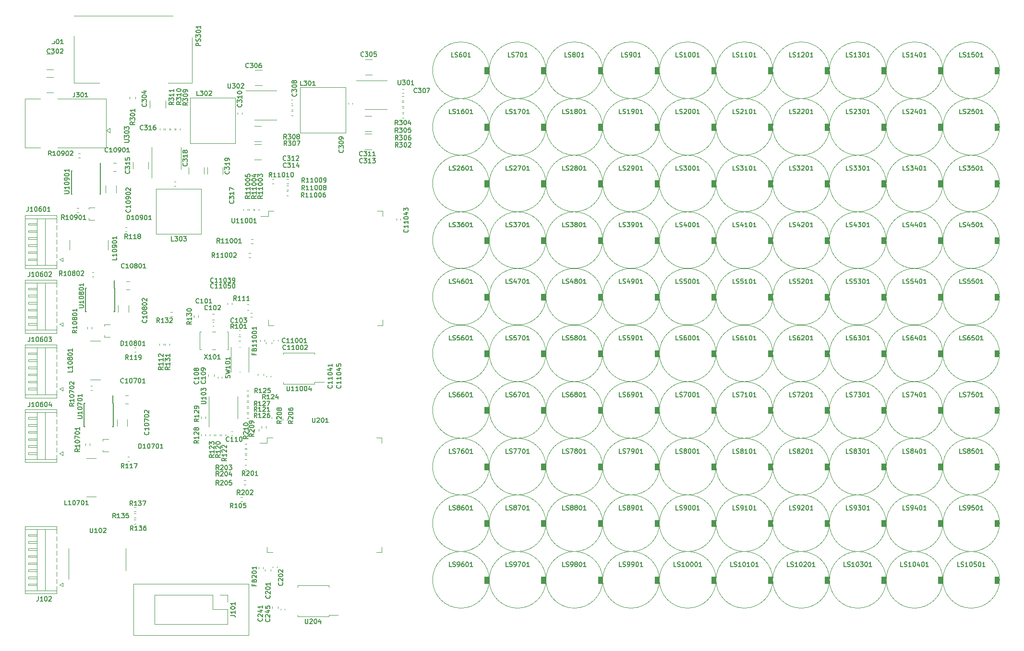
<source format=gto>
G04 #@! TF.GenerationSoftware,KiCad,Pcbnew,(5.1.9)-1*
G04 #@! TF.CreationDate,2021-06-02T00:25:46+02:00*
G04 #@! TF.ProjectId,floater,666c6f61-7465-4722-9e6b-696361645f70,rev?*
G04 #@! TF.SameCoordinates,Original*
G04 #@! TF.FileFunction,Legend,Top*
G04 #@! TF.FilePolarity,Positive*
%FSLAX46Y46*%
G04 Gerber Fmt 4.6, Leading zero omitted, Abs format (unit mm)*
G04 Created by KiCad (PCBNEW (5.1.9)-1) date 2021-06-02 00:25:46*
%MOMM*%
%LPD*%
G01*
G04 APERTURE LIST*
%ADD10C,0.120000*%
%ADD11C,0.100000*%
%ADD12C,0.150000*%
%ADD13C,0.153000*%
%ADD14C,2.000000*%
%ADD15C,1.000000*%
%ADD16C,0.140000*%
%ADD17C,0.200000*%
%ADD18C,3.900000*%
%ADD19C,3.990000*%
%ADD20C,2.100000*%
%ADD21O,2.100000X2.100000*%
%ADD22C,5.900000*%
%ADD23O,1.500000X1.000000*%
G04 APERTURE END LIST*
D10*
X61574060Y-55344340D02*
X61574060Y-46704340D01*
X75964060Y-46704340D02*
X75964060Y-55344340D01*
X75964060Y-55344340D02*
X67414060Y-55344340D01*
X75972820Y-52307040D02*
X76572260Y-52756620D01*
X76572260Y-52774400D02*
X76572260Y-51931120D01*
X76572260Y-51931120D02*
X76028700Y-52324820D01*
X75964060Y-46704340D02*
X67414060Y-46704340D01*
X61574060Y-46704340D02*
X64364060Y-46704340D01*
X61574060Y-55344340D02*
X64364060Y-55344340D01*
X70246260Y-43981880D02*
X70251260Y-35656880D01*
X91051260Y-35931880D02*
X91046260Y-43981880D01*
X87701260Y-32081880D02*
X70246260Y-32081880D01*
X70246260Y-43981880D02*
X74776260Y-43981880D01*
X91046260Y-43981880D02*
X86516260Y-43981880D01*
X92451700Y-87852000D02*
X92451700Y-91052000D01*
X97451700Y-91052000D02*
X97451700Y-87852000D01*
X94651700Y-87852000D02*
X95226700Y-87852000D01*
X94651700Y-91052000D02*
X95226700Y-91052000D01*
X92451700Y-91052000D02*
X92651700Y-91052000D01*
X92451700Y-87852000D02*
X92651700Y-87852000D01*
X97451700Y-87852000D02*
X97251700Y-87852000D01*
X97451700Y-91052000D02*
X97251700Y-91052000D01*
X76342260Y-109086380D02*
X75342260Y-109086380D01*
X75342260Y-109076380D02*
X75342260Y-108786380D01*
X76342260Y-106886380D02*
X75342260Y-106886380D01*
X75342260Y-106886380D02*
X75342260Y-107176380D01*
X76585060Y-88804480D02*
X75585060Y-88804480D01*
X75585060Y-88794480D02*
X75585060Y-88504480D01*
X76585060Y-86604480D02*
X75585060Y-86604480D01*
X75585060Y-86604480D02*
X75585060Y-86894480D01*
X73859640Y-68146660D02*
X72859640Y-68146660D01*
X72859640Y-68136660D02*
X72859640Y-67846660D01*
X73859640Y-65946660D02*
X72859640Y-65946660D01*
X72859640Y-65946660D02*
X72859640Y-66236660D01*
X76304500Y-71703780D02*
X76304500Y-73428780D01*
X69504500Y-71703780D02*
X69504500Y-73428780D01*
X74894560Y-96311480D02*
X73169560Y-96311480D01*
X74894560Y-89511480D02*
X73169560Y-89511480D01*
X74163040Y-117007400D02*
X72438040Y-117007400D01*
X74163040Y-110207400D02*
X72438040Y-110207400D01*
D11*
G36*
X233440300Y-132299440D02*
G01*
X232668140Y-132299440D01*
X232668140Y-131169140D01*
X233440300Y-131169140D01*
X233440300Y-132299440D01*
G37*
X233440300Y-132299440D02*
X232668140Y-132299440D01*
X232668140Y-131169140D01*
X233440300Y-131169140D01*
X233440300Y-132299440D01*
D10*
X233500000Y-131700000D02*
G75*
G03*
X233500000Y-131700000I-5000000J0D01*
G01*
D11*
G36*
X223440300Y-132299440D02*
G01*
X222668140Y-132299440D01*
X222668140Y-131169140D01*
X223440300Y-131169140D01*
X223440300Y-132299440D01*
G37*
X223440300Y-132299440D02*
X222668140Y-132299440D01*
X222668140Y-131169140D01*
X223440300Y-131169140D01*
X223440300Y-132299440D01*
D10*
X223500000Y-131700000D02*
G75*
G03*
X223500000Y-131700000I-5000000J0D01*
G01*
D11*
G36*
X213440300Y-132299440D02*
G01*
X212668140Y-132299440D01*
X212668140Y-131169140D01*
X213440300Y-131169140D01*
X213440300Y-132299440D01*
G37*
X213440300Y-132299440D02*
X212668140Y-132299440D01*
X212668140Y-131169140D01*
X213440300Y-131169140D01*
X213440300Y-132299440D01*
D10*
X213500000Y-131700000D02*
G75*
G03*
X213500000Y-131700000I-5000000J0D01*
G01*
D11*
G36*
X203440300Y-132299440D02*
G01*
X202668140Y-132299440D01*
X202668140Y-131169140D01*
X203440300Y-131169140D01*
X203440300Y-132299440D01*
G37*
X203440300Y-132299440D02*
X202668140Y-132299440D01*
X202668140Y-131169140D01*
X203440300Y-131169140D01*
X203440300Y-132299440D01*
D10*
X203500000Y-131700000D02*
G75*
G03*
X203500000Y-131700000I-5000000J0D01*
G01*
D11*
G36*
X193440300Y-132299440D02*
G01*
X192668140Y-132299440D01*
X192668140Y-131169140D01*
X193440300Y-131169140D01*
X193440300Y-132299440D01*
G37*
X193440300Y-132299440D02*
X192668140Y-132299440D01*
X192668140Y-131169140D01*
X193440300Y-131169140D01*
X193440300Y-132299440D01*
D10*
X193500000Y-131700000D02*
G75*
G03*
X193500000Y-131700000I-5000000J0D01*
G01*
D11*
G36*
X183440300Y-132299440D02*
G01*
X182668140Y-132299440D01*
X182668140Y-131169140D01*
X183440300Y-131169140D01*
X183440300Y-132299440D01*
G37*
X183440300Y-132299440D02*
X182668140Y-132299440D01*
X182668140Y-131169140D01*
X183440300Y-131169140D01*
X183440300Y-132299440D01*
D10*
X183500000Y-131700000D02*
G75*
G03*
X183500000Y-131700000I-5000000J0D01*
G01*
D11*
G36*
X173440300Y-132299440D02*
G01*
X172668140Y-132299440D01*
X172668140Y-131169140D01*
X173440300Y-131169140D01*
X173440300Y-132299440D01*
G37*
X173440300Y-132299440D02*
X172668140Y-132299440D01*
X172668140Y-131169140D01*
X173440300Y-131169140D01*
X173440300Y-132299440D01*
D10*
X173500000Y-131700000D02*
G75*
G03*
X173500000Y-131700000I-5000000J0D01*
G01*
D11*
G36*
X163440300Y-132299440D02*
G01*
X162668140Y-132299440D01*
X162668140Y-131169140D01*
X163440300Y-131169140D01*
X163440300Y-132299440D01*
G37*
X163440300Y-132299440D02*
X162668140Y-132299440D01*
X162668140Y-131169140D01*
X163440300Y-131169140D01*
X163440300Y-132299440D01*
D10*
X163500000Y-131700000D02*
G75*
G03*
X163500000Y-131700000I-5000000J0D01*
G01*
D11*
G36*
X153440300Y-132299440D02*
G01*
X152668140Y-132299440D01*
X152668140Y-131169140D01*
X153440300Y-131169140D01*
X153440300Y-132299440D01*
G37*
X153440300Y-132299440D02*
X152668140Y-132299440D01*
X152668140Y-131169140D01*
X153440300Y-131169140D01*
X153440300Y-132299440D01*
D10*
X153500000Y-131700000D02*
G75*
G03*
X153500000Y-131700000I-5000000J0D01*
G01*
D11*
G36*
X143440300Y-132299440D02*
G01*
X142668140Y-132299440D01*
X142668140Y-131169140D01*
X143440300Y-131169140D01*
X143440300Y-132299440D01*
G37*
X143440300Y-132299440D02*
X142668140Y-132299440D01*
X142668140Y-131169140D01*
X143440300Y-131169140D01*
X143440300Y-132299440D01*
D10*
X143500000Y-131700000D02*
G75*
G03*
X143500000Y-131700000I-5000000J0D01*
G01*
D11*
G36*
X233440300Y-122299440D02*
G01*
X232668140Y-122299440D01*
X232668140Y-121169140D01*
X233440300Y-121169140D01*
X233440300Y-122299440D01*
G37*
X233440300Y-122299440D02*
X232668140Y-122299440D01*
X232668140Y-121169140D01*
X233440300Y-121169140D01*
X233440300Y-122299440D01*
D10*
X233500000Y-121700000D02*
G75*
G03*
X233500000Y-121700000I-5000000J0D01*
G01*
D11*
G36*
X223440300Y-122299440D02*
G01*
X222668140Y-122299440D01*
X222668140Y-121169140D01*
X223440300Y-121169140D01*
X223440300Y-122299440D01*
G37*
X223440300Y-122299440D02*
X222668140Y-122299440D01*
X222668140Y-121169140D01*
X223440300Y-121169140D01*
X223440300Y-122299440D01*
D10*
X223500000Y-121700000D02*
G75*
G03*
X223500000Y-121700000I-5000000J0D01*
G01*
D11*
G36*
X213440300Y-122299440D02*
G01*
X212668140Y-122299440D01*
X212668140Y-121169140D01*
X213440300Y-121169140D01*
X213440300Y-122299440D01*
G37*
X213440300Y-122299440D02*
X212668140Y-122299440D01*
X212668140Y-121169140D01*
X213440300Y-121169140D01*
X213440300Y-122299440D01*
D10*
X213500000Y-121700000D02*
G75*
G03*
X213500000Y-121700000I-5000000J0D01*
G01*
D11*
G36*
X203440300Y-122299440D02*
G01*
X202668140Y-122299440D01*
X202668140Y-121169140D01*
X203440300Y-121169140D01*
X203440300Y-122299440D01*
G37*
X203440300Y-122299440D02*
X202668140Y-122299440D01*
X202668140Y-121169140D01*
X203440300Y-121169140D01*
X203440300Y-122299440D01*
D10*
X203500000Y-121700000D02*
G75*
G03*
X203500000Y-121700000I-5000000J0D01*
G01*
D11*
G36*
X193440300Y-122299440D02*
G01*
X192668140Y-122299440D01*
X192668140Y-121169140D01*
X193440300Y-121169140D01*
X193440300Y-122299440D01*
G37*
X193440300Y-122299440D02*
X192668140Y-122299440D01*
X192668140Y-121169140D01*
X193440300Y-121169140D01*
X193440300Y-122299440D01*
D10*
X193500000Y-121700000D02*
G75*
G03*
X193500000Y-121700000I-5000000J0D01*
G01*
D11*
G36*
X183440300Y-122299440D02*
G01*
X182668140Y-122299440D01*
X182668140Y-121169140D01*
X183440300Y-121169140D01*
X183440300Y-122299440D01*
G37*
X183440300Y-122299440D02*
X182668140Y-122299440D01*
X182668140Y-121169140D01*
X183440300Y-121169140D01*
X183440300Y-122299440D01*
D10*
X183500000Y-121700000D02*
G75*
G03*
X183500000Y-121700000I-5000000J0D01*
G01*
D11*
G36*
X173440300Y-122299440D02*
G01*
X172668140Y-122299440D01*
X172668140Y-121169140D01*
X173440300Y-121169140D01*
X173440300Y-122299440D01*
G37*
X173440300Y-122299440D02*
X172668140Y-122299440D01*
X172668140Y-121169140D01*
X173440300Y-121169140D01*
X173440300Y-122299440D01*
D10*
X173500000Y-121700000D02*
G75*
G03*
X173500000Y-121700000I-5000000J0D01*
G01*
D11*
G36*
X163440300Y-122299440D02*
G01*
X162668140Y-122299440D01*
X162668140Y-121169140D01*
X163440300Y-121169140D01*
X163440300Y-122299440D01*
G37*
X163440300Y-122299440D02*
X162668140Y-122299440D01*
X162668140Y-121169140D01*
X163440300Y-121169140D01*
X163440300Y-122299440D01*
D10*
X163500000Y-121700000D02*
G75*
G03*
X163500000Y-121700000I-5000000J0D01*
G01*
D11*
G36*
X153440300Y-122299440D02*
G01*
X152668140Y-122299440D01*
X152668140Y-121169140D01*
X153440300Y-121169140D01*
X153440300Y-122299440D01*
G37*
X153440300Y-122299440D02*
X152668140Y-122299440D01*
X152668140Y-121169140D01*
X153440300Y-121169140D01*
X153440300Y-122299440D01*
D10*
X153500000Y-121700000D02*
G75*
G03*
X153500000Y-121700000I-5000000J0D01*
G01*
D11*
G36*
X143440300Y-122299440D02*
G01*
X142668140Y-122299440D01*
X142668140Y-121169140D01*
X143440300Y-121169140D01*
X143440300Y-122299440D01*
G37*
X143440300Y-122299440D02*
X142668140Y-122299440D01*
X142668140Y-121169140D01*
X143440300Y-121169140D01*
X143440300Y-122299440D01*
D10*
X143500000Y-121700000D02*
G75*
G03*
X143500000Y-121700000I-5000000J0D01*
G01*
D11*
G36*
X233440300Y-112299440D02*
G01*
X232668140Y-112299440D01*
X232668140Y-111169140D01*
X233440300Y-111169140D01*
X233440300Y-112299440D01*
G37*
X233440300Y-112299440D02*
X232668140Y-112299440D01*
X232668140Y-111169140D01*
X233440300Y-111169140D01*
X233440300Y-112299440D01*
D10*
X233500000Y-111700000D02*
G75*
G03*
X233500000Y-111700000I-5000000J0D01*
G01*
D11*
G36*
X223440300Y-112299440D02*
G01*
X222668140Y-112299440D01*
X222668140Y-111169140D01*
X223440300Y-111169140D01*
X223440300Y-112299440D01*
G37*
X223440300Y-112299440D02*
X222668140Y-112299440D01*
X222668140Y-111169140D01*
X223440300Y-111169140D01*
X223440300Y-112299440D01*
D10*
X223500000Y-111700000D02*
G75*
G03*
X223500000Y-111700000I-5000000J0D01*
G01*
D11*
G36*
X213440300Y-112299440D02*
G01*
X212668140Y-112299440D01*
X212668140Y-111169140D01*
X213440300Y-111169140D01*
X213440300Y-112299440D01*
G37*
X213440300Y-112299440D02*
X212668140Y-112299440D01*
X212668140Y-111169140D01*
X213440300Y-111169140D01*
X213440300Y-112299440D01*
D10*
X213500000Y-111700000D02*
G75*
G03*
X213500000Y-111700000I-5000000J0D01*
G01*
D11*
G36*
X203440300Y-112299440D02*
G01*
X202668140Y-112299440D01*
X202668140Y-111169140D01*
X203440300Y-111169140D01*
X203440300Y-112299440D01*
G37*
X203440300Y-112299440D02*
X202668140Y-112299440D01*
X202668140Y-111169140D01*
X203440300Y-111169140D01*
X203440300Y-112299440D01*
D10*
X203500000Y-111700000D02*
G75*
G03*
X203500000Y-111700000I-5000000J0D01*
G01*
D11*
G36*
X193440300Y-112299440D02*
G01*
X192668140Y-112299440D01*
X192668140Y-111169140D01*
X193440300Y-111169140D01*
X193440300Y-112299440D01*
G37*
X193440300Y-112299440D02*
X192668140Y-112299440D01*
X192668140Y-111169140D01*
X193440300Y-111169140D01*
X193440300Y-112299440D01*
D10*
X193500000Y-111700000D02*
G75*
G03*
X193500000Y-111700000I-5000000J0D01*
G01*
D11*
G36*
X183440300Y-112299440D02*
G01*
X182668140Y-112299440D01*
X182668140Y-111169140D01*
X183440300Y-111169140D01*
X183440300Y-112299440D01*
G37*
X183440300Y-112299440D02*
X182668140Y-112299440D01*
X182668140Y-111169140D01*
X183440300Y-111169140D01*
X183440300Y-112299440D01*
D10*
X183500000Y-111700000D02*
G75*
G03*
X183500000Y-111700000I-5000000J0D01*
G01*
D11*
G36*
X173440300Y-112299440D02*
G01*
X172668140Y-112299440D01*
X172668140Y-111169140D01*
X173440300Y-111169140D01*
X173440300Y-112299440D01*
G37*
X173440300Y-112299440D02*
X172668140Y-112299440D01*
X172668140Y-111169140D01*
X173440300Y-111169140D01*
X173440300Y-112299440D01*
D10*
X173500000Y-111700000D02*
G75*
G03*
X173500000Y-111700000I-5000000J0D01*
G01*
D11*
G36*
X163440300Y-112299440D02*
G01*
X162668140Y-112299440D01*
X162668140Y-111169140D01*
X163440300Y-111169140D01*
X163440300Y-112299440D01*
G37*
X163440300Y-112299440D02*
X162668140Y-112299440D01*
X162668140Y-111169140D01*
X163440300Y-111169140D01*
X163440300Y-112299440D01*
D10*
X163500000Y-111700000D02*
G75*
G03*
X163500000Y-111700000I-5000000J0D01*
G01*
D11*
G36*
X153440300Y-112299440D02*
G01*
X152668140Y-112299440D01*
X152668140Y-111169140D01*
X153440300Y-111169140D01*
X153440300Y-112299440D01*
G37*
X153440300Y-112299440D02*
X152668140Y-112299440D01*
X152668140Y-111169140D01*
X153440300Y-111169140D01*
X153440300Y-112299440D01*
D10*
X153500000Y-111700000D02*
G75*
G03*
X153500000Y-111700000I-5000000J0D01*
G01*
D11*
G36*
X143440300Y-112299440D02*
G01*
X142668140Y-112299440D01*
X142668140Y-111169140D01*
X143440300Y-111169140D01*
X143440300Y-112299440D01*
G37*
X143440300Y-112299440D02*
X142668140Y-112299440D01*
X142668140Y-111169140D01*
X143440300Y-111169140D01*
X143440300Y-112299440D01*
D10*
X143500000Y-111700000D02*
G75*
G03*
X143500000Y-111700000I-5000000J0D01*
G01*
D11*
G36*
X233440300Y-102299440D02*
G01*
X232668140Y-102299440D01*
X232668140Y-101169140D01*
X233440300Y-101169140D01*
X233440300Y-102299440D01*
G37*
X233440300Y-102299440D02*
X232668140Y-102299440D01*
X232668140Y-101169140D01*
X233440300Y-101169140D01*
X233440300Y-102299440D01*
D10*
X233500000Y-101700000D02*
G75*
G03*
X233500000Y-101700000I-5000000J0D01*
G01*
D11*
G36*
X223440300Y-102299440D02*
G01*
X222668140Y-102299440D01*
X222668140Y-101169140D01*
X223440300Y-101169140D01*
X223440300Y-102299440D01*
G37*
X223440300Y-102299440D02*
X222668140Y-102299440D01*
X222668140Y-101169140D01*
X223440300Y-101169140D01*
X223440300Y-102299440D01*
D10*
X223500000Y-101700000D02*
G75*
G03*
X223500000Y-101700000I-5000000J0D01*
G01*
D11*
G36*
X213440300Y-102299440D02*
G01*
X212668140Y-102299440D01*
X212668140Y-101169140D01*
X213440300Y-101169140D01*
X213440300Y-102299440D01*
G37*
X213440300Y-102299440D02*
X212668140Y-102299440D01*
X212668140Y-101169140D01*
X213440300Y-101169140D01*
X213440300Y-102299440D01*
D10*
X213500000Y-101700000D02*
G75*
G03*
X213500000Y-101700000I-5000000J0D01*
G01*
D11*
G36*
X203440300Y-102299440D02*
G01*
X202668140Y-102299440D01*
X202668140Y-101169140D01*
X203440300Y-101169140D01*
X203440300Y-102299440D01*
G37*
X203440300Y-102299440D02*
X202668140Y-102299440D01*
X202668140Y-101169140D01*
X203440300Y-101169140D01*
X203440300Y-102299440D01*
D10*
X203500000Y-101700000D02*
G75*
G03*
X203500000Y-101700000I-5000000J0D01*
G01*
D11*
G36*
X193440300Y-102299440D02*
G01*
X192668140Y-102299440D01*
X192668140Y-101169140D01*
X193440300Y-101169140D01*
X193440300Y-102299440D01*
G37*
X193440300Y-102299440D02*
X192668140Y-102299440D01*
X192668140Y-101169140D01*
X193440300Y-101169140D01*
X193440300Y-102299440D01*
D10*
X193500000Y-101700000D02*
G75*
G03*
X193500000Y-101700000I-5000000J0D01*
G01*
D11*
G36*
X183440300Y-102299440D02*
G01*
X182668140Y-102299440D01*
X182668140Y-101169140D01*
X183440300Y-101169140D01*
X183440300Y-102299440D01*
G37*
X183440300Y-102299440D02*
X182668140Y-102299440D01*
X182668140Y-101169140D01*
X183440300Y-101169140D01*
X183440300Y-102299440D01*
D10*
X183500000Y-101700000D02*
G75*
G03*
X183500000Y-101700000I-5000000J0D01*
G01*
D11*
G36*
X173440300Y-102299440D02*
G01*
X172668140Y-102299440D01*
X172668140Y-101169140D01*
X173440300Y-101169140D01*
X173440300Y-102299440D01*
G37*
X173440300Y-102299440D02*
X172668140Y-102299440D01*
X172668140Y-101169140D01*
X173440300Y-101169140D01*
X173440300Y-102299440D01*
D10*
X173500000Y-101700000D02*
G75*
G03*
X173500000Y-101700000I-5000000J0D01*
G01*
D11*
G36*
X163440300Y-102299440D02*
G01*
X162668140Y-102299440D01*
X162668140Y-101169140D01*
X163440300Y-101169140D01*
X163440300Y-102299440D01*
G37*
X163440300Y-102299440D02*
X162668140Y-102299440D01*
X162668140Y-101169140D01*
X163440300Y-101169140D01*
X163440300Y-102299440D01*
D10*
X163500000Y-101700000D02*
G75*
G03*
X163500000Y-101700000I-5000000J0D01*
G01*
D11*
G36*
X153440300Y-102299440D02*
G01*
X152668140Y-102299440D01*
X152668140Y-101169140D01*
X153440300Y-101169140D01*
X153440300Y-102299440D01*
G37*
X153440300Y-102299440D02*
X152668140Y-102299440D01*
X152668140Y-101169140D01*
X153440300Y-101169140D01*
X153440300Y-102299440D01*
D10*
X153500000Y-101700000D02*
G75*
G03*
X153500000Y-101700000I-5000000J0D01*
G01*
D11*
G36*
X143440300Y-102299440D02*
G01*
X142668140Y-102299440D01*
X142668140Y-101169140D01*
X143440300Y-101169140D01*
X143440300Y-102299440D01*
G37*
X143440300Y-102299440D02*
X142668140Y-102299440D01*
X142668140Y-101169140D01*
X143440300Y-101169140D01*
X143440300Y-102299440D01*
D10*
X143500000Y-101700000D02*
G75*
G03*
X143500000Y-101700000I-5000000J0D01*
G01*
D11*
G36*
X233440300Y-92299440D02*
G01*
X232668140Y-92299440D01*
X232668140Y-91169140D01*
X233440300Y-91169140D01*
X233440300Y-92299440D01*
G37*
X233440300Y-92299440D02*
X232668140Y-92299440D01*
X232668140Y-91169140D01*
X233440300Y-91169140D01*
X233440300Y-92299440D01*
D10*
X233500000Y-91700000D02*
G75*
G03*
X233500000Y-91700000I-5000000J0D01*
G01*
D11*
G36*
X223440300Y-92299440D02*
G01*
X222668140Y-92299440D01*
X222668140Y-91169140D01*
X223440300Y-91169140D01*
X223440300Y-92299440D01*
G37*
X223440300Y-92299440D02*
X222668140Y-92299440D01*
X222668140Y-91169140D01*
X223440300Y-91169140D01*
X223440300Y-92299440D01*
D10*
X223500000Y-91700000D02*
G75*
G03*
X223500000Y-91700000I-5000000J0D01*
G01*
D11*
G36*
X213440300Y-92299440D02*
G01*
X212668140Y-92299440D01*
X212668140Y-91169140D01*
X213440300Y-91169140D01*
X213440300Y-92299440D01*
G37*
X213440300Y-92299440D02*
X212668140Y-92299440D01*
X212668140Y-91169140D01*
X213440300Y-91169140D01*
X213440300Y-92299440D01*
D10*
X213500000Y-91700000D02*
G75*
G03*
X213500000Y-91700000I-5000000J0D01*
G01*
D11*
G36*
X203440300Y-92299440D02*
G01*
X202668140Y-92299440D01*
X202668140Y-91169140D01*
X203440300Y-91169140D01*
X203440300Y-92299440D01*
G37*
X203440300Y-92299440D02*
X202668140Y-92299440D01*
X202668140Y-91169140D01*
X203440300Y-91169140D01*
X203440300Y-92299440D01*
D10*
X203500000Y-91700000D02*
G75*
G03*
X203500000Y-91700000I-5000000J0D01*
G01*
D11*
G36*
X193440300Y-92299440D02*
G01*
X192668140Y-92299440D01*
X192668140Y-91169140D01*
X193440300Y-91169140D01*
X193440300Y-92299440D01*
G37*
X193440300Y-92299440D02*
X192668140Y-92299440D01*
X192668140Y-91169140D01*
X193440300Y-91169140D01*
X193440300Y-92299440D01*
D10*
X193500000Y-91700000D02*
G75*
G03*
X193500000Y-91700000I-5000000J0D01*
G01*
D11*
G36*
X183440300Y-92299440D02*
G01*
X182668140Y-92299440D01*
X182668140Y-91169140D01*
X183440300Y-91169140D01*
X183440300Y-92299440D01*
G37*
X183440300Y-92299440D02*
X182668140Y-92299440D01*
X182668140Y-91169140D01*
X183440300Y-91169140D01*
X183440300Y-92299440D01*
D10*
X183500000Y-91700000D02*
G75*
G03*
X183500000Y-91700000I-5000000J0D01*
G01*
D11*
G36*
X173440300Y-92299440D02*
G01*
X172668140Y-92299440D01*
X172668140Y-91169140D01*
X173440300Y-91169140D01*
X173440300Y-92299440D01*
G37*
X173440300Y-92299440D02*
X172668140Y-92299440D01*
X172668140Y-91169140D01*
X173440300Y-91169140D01*
X173440300Y-92299440D01*
D10*
X173500000Y-91700000D02*
G75*
G03*
X173500000Y-91700000I-5000000J0D01*
G01*
D11*
G36*
X163440300Y-92299440D02*
G01*
X162668140Y-92299440D01*
X162668140Y-91169140D01*
X163440300Y-91169140D01*
X163440300Y-92299440D01*
G37*
X163440300Y-92299440D02*
X162668140Y-92299440D01*
X162668140Y-91169140D01*
X163440300Y-91169140D01*
X163440300Y-92299440D01*
D10*
X163500000Y-91700000D02*
G75*
G03*
X163500000Y-91700000I-5000000J0D01*
G01*
D11*
G36*
X153440300Y-92299440D02*
G01*
X152668140Y-92299440D01*
X152668140Y-91169140D01*
X153440300Y-91169140D01*
X153440300Y-92299440D01*
G37*
X153440300Y-92299440D02*
X152668140Y-92299440D01*
X152668140Y-91169140D01*
X153440300Y-91169140D01*
X153440300Y-92299440D01*
D10*
X153500000Y-91700000D02*
G75*
G03*
X153500000Y-91700000I-5000000J0D01*
G01*
D11*
G36*
X143440300Y-92299440D02*
G01*
X142668140Y-92299440D01*
X142668140Y-91169140D01*
X143440300Y-91169140D01*
X143440300Y-92299440D01*
G37*
X143440300Y-92299440D02*
X142668140Y-92299440D01*
X142668140Y-91169140D01*
X143440300Y-91169140D01*
X143440300Y-92299440D01*
D10*
X143500000Y-91700000D02*
G75*
G03*
X143500000Y-91700000I-5000000J0D01*
G01*
D11*
G36*
X233440300Y-82299440D02*
G01*
X232668140Y-82299440D01*
X232668140Y-81169140D01*
X233440300Y-81169140D01*
X233440300Y-82299440D01*
G37*
X233440300Y-82299440D02*
X232668140Y-82299440D01*
X232668140Y-81169140D01*
X233440300Y-81169140D01*
X233440300Y-82299440D01*
D10*
X233500000Y-81700000D02*
G75*
G03*
X233500000Y-81700000I-5000000J0D01*
G01*
D11*
G36*
X223440300Y-82299440D02*
G01*
X222668140Y-82299440D01*
X222668140Y-81169140D01*
X223440300Y-81169140D01*
X223440300Y-82299440D01*
G37*
X223440300Y-82299440D02*
X222668140Y-82299440D01*
X222668140Y-81169140D01*
X223440300Y-81169140D01*
X223440300Y-82299440D01*
D10*
X223500000Y-81700000D02*
G75*
G03*
X223500000Y-81700000I-5000000J0D01*
G01*
D11*
G36*
X213440300Y-82299440D02*
G01*
X212668140Y-82299440D01*
X212668140Y-81169140D01*
X213440300Y-81169140D01*
X213440300Y-82299440D01*
G37*
X213440300Y-82299440D02*
X212668140Y-82299440D01*
X212668140Y-81169140D01*
X213440300Y-81169140D01*
X213440300Y-82299440D01*
D10*
X213500000Y-81700000D02*
G75*
G03*
X213500000Y-81700000I-5000000J0D01*
G01*
D11*
G36*
X203440300Y-82299440D02*
G01*
X202668140Y-82299440D01*
X202668140Y-81169140D01*
X203440300Y-81169140D01*
X203440300Y-82299440D01*
G37*
X203440300Y-82299440D02*
X202668140Y-82299440D01*
X202668140Y-81169140D01*
X203440300Y-81169140D01*
X203440300Y-82299440D01*
D10*
X203500000Y-81700000D02*
G75*
G03*
X203500000Y-81700000I-5000000J0D01*
G01*
D11*
G36*
X193440300Y-82299440D02*
G01*
X192668140Y-82299440D01*
X192668140Y-81169140D01*
X193440300Y-81169140D01*
X193440300Y-82299440D01*
G37*
X193440300Y-82299440D02*
X192668140Y-82299440D01*
X192668140Y-81169140D01*
X193440300Y-81169140D01*
X193440300Y-82299440D01*
D10*
X193500000Y-81700000D02*
G75*
G03*
X193500000Y-81700000I-5000000J0D01*
G01*
D11*
G36*
X183440300Y-82299440D02*
G01*
X182668140Y-82299440D01*
X182668140Y-81169140D01*
X183440300Y-81169140D01*
X183440300Y-82299440D01*
G37*
X183440300Y-82299440D02*
X182668140Y-82299440D01*
X182668140Y-81169140D01*
X183440300Y-81169140D01*
X183440300Y-82299440D01*
D10*
X183500000Y-81700000D02*
G75*
G03*
X183500000Y-81700000I-5000000J0D01*
G01*
D11*
G36*
X173440300Y-82299440D02*
G01*
X172668140Y-82299440D01*
X172668140Y-81169140D01*
X173440300Y-81169140D01*
X173440300Y-82299440D01*
G37*
X173440300Y-82299440D02*
X172668140Y-82299440D01*
X172668140Y-81169140D01*
X173440300Y-81169140D01*
X173440300Y-82299440D01*
D10*
X173500000Y-81700000D02*
G75*
G03*
X173500000Y-81700000I-5000000J0D01*
G01*
D11*
G36*
X163440300Y-82299440D02*
G01*
X162668140Y-82299440D01*
X162668140Y-81169140D01*
X163440300Y-81169140D01*
X163440300Y-82299440D01*
G37*
X163440300Y-82299440D02*
X162668140Y-82299440D01*
X162668140Y-81169140D01*
X163440300Y-81169140D01*
X163440300Y-82299440D01*
D10*
X163500000Y-81700000D02*
G75*
G03*
X163500000Y-81700000I-5000000J0D01*
G01*
D11*
G36*
X153440300Y-82299440D02*
G01*
X152668140Y-82299440D01*
X152668140Y-81169140D01*
X153440300Y-81169140D01*
X153440300Y-82299440D01*
G37*
X153440300Y-82299440D02*
X152668140Y-82299440D01*
X152668140Y-81169140D01*
X153440300Y-81169140D01*
X153440300Y-82299440D01*
D10*
X153500000Y-81700000D02*
G75*
G03*
X153500000Y-81700000I-5000000J0D01*
G01*
D11*
G36*
X143440300Y-82299440D02*
G01*
X142668140Y-82299440D01*
X142668140Y-81169140D01*
X143440300Y-81169140D01*
X143440300Y-82299440D01*
G37*
X143440300Y-82299440D02*
X142668140Y-82299440D01*
X142668140Y-81169140D01*
X143440300Y-81169140D01*
X143440300Y-82299440D01*
D10*
X143500000Y-81700000D02*
G75*
G03*
X143500000Y-81700000I-5000000J0D01*
G01*
D11*
G36*
X233440300Y-72299440D02*
G01*
X232668140Y-72299440D01*
X232668140Y-71169140D01*
X233440300Y-71169140D01*
X233440300Y-72299440D01*
G37*
X233440300Y-72299440D02*
X232668140Y-72299440D01*
X232668140Y-71169140D01*
X233440300Y-71169140D01*
X233440300Y-72299440D01*
D10*
X233500000Y-71700000D02*
G75*
G03*
X233500000Y-71700000I-5000000J0D01*
G01*
D11*
G36*
X223440300Y-72299440D02*
G01*
X222668140Y-72299440D01*
X222668140Y-71169140D01*
X223440300Y-71169140D01*
X223440300Y-72299440D01*
G37*
X223440300Y-72299440D02*
X222668140Y-72299440D01*
X222668140Y-71169140D01*
X223440300Y-71169140D01*
X223440300Y-72299440D01*
D10*
X223500000Y-71700000D02*
G75*
G03*
X223500000Y-71700000I-5000000J0D01*
G01*
D11*
G36*
X213440300Y-72299440D02*
G01*
X212668140Y-72299440D01*
X212668140Y-71169140D01*
X213440300Y-71169140D01*
X213440300Y-72299440D01*
G37*
X213440300Y-72299440D02*
X212668140Y-72299440D01*
X212668140Y-71169140D01*
X213440300Y-71169140D01*
X213440300Y-72299440D01*
D10*
X213500000Y-71700000D02*
G75*
G03*
X213500000Y-71700000I-5000000J0D01*
G01*
D11*
G36*
X203440300Y-72299440D02*
G01*
X202668140Y-72299440D01*
X202668140Y-71169140D01*
X203440300Y-71169140D01*
X203440300Y-72299440D01*
G37*
X203440300Y-72299440D02*
X202668140Y-72299440D01*
X202668140Y-71169140D01*
X203440300Y-71169140D01*
X203440300Y-72299440D01*
D10*
X203500000Y-71700000D02*
G75*
G03*
X203500000Y-71700000I-5000000J0D01*
G01*
D11*
G36*
X193440300Y-72299440D02*
G01*
X192668140Y-72299440D01*
X192668140Y-71169140D01*
X193440300Y-71169140D01*
X193440300Y-72299440D01*
G37*
X193440300Y-72299440D02*
X192668140Y-72299440D01*
X192668140Y-71169140D01*
X193440300Y-71169140D01*
X193440300Y-72299440D01*
D10*
X193500000Y-71700000D02*
G75*
G03*
X193500000Y-71700000I-5000000J0D01*
G01*
D11*
G36*
X183440300Y-72299440D02*
G01*
X182668140Y-72299440D01*
X182668140Y-71169140D01*
X183440300Y-71169140D01*
X183440300Y-72299440D01*
G37*
X183440300Y-72299440D02*
X182668140Y-72299440D01*
X182668140Y-71169140D01*
X183440300Y-71169140D01*
X183440300Y-72299440D01*
D10*
X183500000Y-71700000D02*
G75*
G03*
X183500000Y-71700000I-5000000J0D01*
G01*
D11*
G36*
X173440300Y-72299440D02*
G01*
X172668140Y-72299440D01*
X172668140Y-71169140D01*
X173440300Y-71169140D01*
X173440300Y-72299440D01*
G37*
X173440300Y-72299440D02*
X172668140Y-72299440D01*
X172668140Y-71169140D01*
X173440300Y-71169140D01*
X173440300Y-72299440D01*
D10*
X173500000Y-71700000D02*
G75*
G03*
X173500000Y-71700000I-5000000J0D01*
G01*
D11*
G36*
X163440300Y-72299440D02*
G01*
X162668140Y-72299440D01*
X162668140Y-71169140D01*
X163440300Y-71169140D01*
X163440300Y-72299440D01*
G37*
X163440300Y-72299440D02*
X162668140Y-72299440D01*
X162668140Y-71169140D01*
X163440300Y-71169140D01*
X163440300Y-72299440D01*
D10*
X163500000Y-71700000D02*
G75*
G03*
X163500000Y-71700000I-5000000J0D01*
G01*
D11*
G36*
X153440300Y-72299440D02*
G01*
X152668140Y-72299440D01*
X152668140Y-71169140D01*
X153440300Y-71169140D01*
X153440300Y-72299440D01*
G37*
X153440300Y-72299440D02*
X152668140Y-72299440D01*
X152668140Y-71169140D01*
X153440300Y-71169140D01*
X153440300Y-72299440D01*
D10*
X153500000Y-71700000D02*
G75*
G03*
X153500000Y-71700000I-5000000J0D01*
G01*
D11*
G36*
X143440300Y-72299440D02*
G01*
X142668140Y-72299440D01*
X142668140Y-71169140D01*
X143440300Y-71169140D01*
X143440300Y-72299440D01*
G37*
X143440300Y-72299440D02*
X142668140Y-72299440D01*
X142668140Y-71169140D01*
X143440300Y-71169140D01*
X143440300Y-72299440D01*
D10*
X143500000Y-71700000D02*
G75*
G03*
X143500000Y-71700000I-5000000J0D01*
G01*
D11*
G36*
X233440300Y-62299440D02*
G01*
X232668140Y-62299440D01*
X232668140Y-61169140D01*
X233440300Y-61169140D01*
X233440300Y-62299440D01*
G37*
X233440300Y-62299440D02*
X232668140Y-62299440D01*
X232668140Y-61169140D01*
X233440300Y-61169140D01*
X233440300Y-62299440D01*
D10*
X233500000Y-61700000D02*
G75*
G03*
X233500000Y-61700000I-5000000J0D01*
G01*
D11*
G36*
X223440300Y-62299440D02*
G01*
X222668140Y-62299440D01*
X222668140Y-61169140D01*
X223440300Y-61169140D01*
X223440300Y-62299440D01*
G37*
X223440300Y-62299440D02*
X222668140Y-62299440D01*
X222668140Y-61169140D01*
X223440300Y-61169140D01*
X223440300Y-62299440D01*
D10*
X223500000Y-61700000D02*
G75*
G03*
X223500000Y-61700000I-5000000J0D01*
G01*
D11*
G36*
X213440300Y-62299440D02*
G01*
X212668140Y-62299440D01*
X212668140Y-61169140D01*
X213440300Y-61169140D01*
X213440300Y-62299440D01*
G37*
X213440300Y-62299440D02*
X212668140Y-62299440D01*
X212668140Y-61169140D01*
X213440300Y-61169140D01*
X213440300Y-62299440D01*
D10*
X213500000Y-61700000D02*
G75*
G03*
X213500000Y-61700000I-5000000J0D01*
G01*
D11*
G36*
X203440300Y-62299440D02*
G01*
X202668140Y-62299440D01*
X202668140Y-61169140D01*
X203440300Y-61169140D01*
X203440300Y-62299440D01*
G37*
X203440300Y-62299440D02*
X202668140Y-62299440D01*
X202668140Y-61169140D01*
X203440300Y-61169140D01*
X203440300Y-62299440D01*
D10*
X203500000Y-61700000D02*
G75*
G03*
X203500000Y-61700000I-5000000J0D01*
G01*
D11*
G36*
X193440300Y-62299440D02*
G01*
X192668140Y-62299440D01*
X192668140Y-61169140D01*
X193440300Y-61169140D01*
X193440300Y-62299440D01*
G37*
X193440300Y-62299440D02*
X192668140Y-62299440D01*
X192668140Y-61169140D01*
X193440300Y-61169140D01*
X193440300Y-62299440D01*
D10*
X193500000Y-61700000D02*
G75*
G03*
X193500000Y-61700000I-5000000J0D01*
G01*
D11*
G36*
X183440300Y-62299440D02*
G01*
X182668140Y-62299440D01*
X182668140Y-61169140D01*
X183440300Y-61169140D01*
X183440300Y-62299440D01*
G37*
X183440300Y-62299440D02*
X182668140Y-62299440D01*
X182668140Y-61169140D01*
X183440300Y-61169140D01*
X183440300Y-62299440D01*
D10*
X183500000Y-61700000D02*
G75*
G03*
X183500000Y-61700000I-5000000J0D01*
G01*
D11*
G36*
X173440300Y-62299440D02*
G01*
X172668140Y-62299440D01*
X172668140Y-61169140D01*
X173440300Y-61169140D01*
X173440300Y-62299440D01*
G37*
X173440300Y-62299440D02*
X172668140Y-62299440D01*
X172668140Y-61169140D01*
X173440300Y-61169140D01*
X173440300Y-62299440D01*
D10*
X173500000Y-61700000D02*
G75*
G03*
X173500000Y-61700000I-5000000J0D01*
G01*
D11*
G36*
X163440300Y-62299440D02*
G01*
X162668140Y-62299440D01*
X162668140Y-61169140D01*
X163440300Y-61169140D01*
X163440300Y-62299440D01*
G37*
X163440300Y-62299440D02*
X162668140Y-62299440D01*
X162668140Y-61169140D01*
X163440300Y-61169140D01*
X163440300Y-62299440D01*
D10*
X163500000Y-61700000D02*
G75*
G03*
X163500000Y-61700000I-5000000J0D01*
G01*
D11*
G36*
X153440300Y-62299440D02*
G01*
X152668140Y-62299440D01*
X152668140Y-61169140D01*
X153440300Y-61169140D01*
X153440300Y-62299440D01*
G37*
X153440300Y-62299440D02*
X152668140Y-62299440D01*
X152668140Y-61169140D01*
X153440300Y-61169140D01*
X153440300Y-62299440D01*
D10*
X153500000Y-61700000D02*
G75*
G03*
X153500000Y-61700000I-5000000J0D01*
G01*
D11*
G36*
X143440300Y-62299440D02*
G01*
X142668140Y-62299440D01*
X142668140Y-61169140D01*
X143440300Y-61169140D01*
X143440300Y-62299440D01*
G37*
X143440300Y-62299440D02*
X142668140Y-62299440D01*
X142668140Y-61169140D01*
X143440300Y-61169140D01*
X143440300Y-62299440D01*
D10*
X143500000Y-61700000D02*
G75*
G03*
X143500000Y-61700000I-5000000J0D01*
G01*
D11*
G36*
X233440300Y-52299440D02*
G01*
X232668140Y-52299440D01*
X232668140Y-51169140D01*
X233440300Y-51169140D01*
X233440300Y-52299440D01*
G37*
X233440300Y-52299440D02*
X232668140Y-52299440D01*
X232668140Y-51169140D01*
X233440300Y-51169140D01*
X233440300Y-52299440D01*
D10*
X233500000Y-51700000D02*
G75*
G03*
X233500000Y-51700000I-5000000J0D01*
G01*
D11*
G36*
X223440300Y-52299440D02*
G01*
X222668140Y-52299440D01*
X222668140Y-51169140D01*
X223440300Y-51169140D01*
X223440300Y-52299440D01*
G37*
X223440300Y-52299440D02*
X222668140Y-52299440D01*
X222668140Y-51169140D01*
X223440300Y-51169140D01*
X223440300Y-52299440D01*
D10*
X223500000Y-51700000D02*
G75*
G03*
X223500000Y-51700000I-5000000J0D01*
G01*
D11*
G36*
X213440300Y-52299440D02*
G01*
X212668140Y-52299440D01*
X212668140Y-51169140D01*
X213440300Y-51169140D01*
X213440300Y-52299440D01*
G37*
X213440300Y-52299440D02*
X212668140Y-52299440D01*
X212668140Y-51169140D01*
X213440300Y-51169140D01*
X213440300Y-52299440D01*
D10*
X213500000Y-51700000D02*
G75*
G03*
X213500000Y-51700000I-5000000J0D01*
G01*
D11*
G36*
X203440300Y-52299440D02*
G01*
X202668140Y-52299440D01*
X202668140Y-51169140D01*
X203440300Y-51169140D01*
X203440300Y-52299440D01*
G37*
X203440300Y-52299440D02*
X202668140Y-52299440D01*
X202668140Y-51169140D01*
X203440300Y-51169140D01*
X203440300Y-52299440D01*
D10*
X203500000Y-51700000D02*
G75*
G03*
X203500000Y-51700000I-5000000J0D01*
G01*
D11*
G36*
X193440300Y-52299440D02*
G01*
X192668140Y-52299440D01*
X192668140Y-51169140D01*
X193440300Y-51169140D01*
X193440300Y-52299440D01*
G37*
X193440300Y-52299440D02*
X192668140Y-52299440D01*
X192668140Y-51169140D01*
X193440300Y-51169140D01*
X193440300Y-52299440D01*
D10*
X193500000Y-51700000D02*
G75*
G03*
X193500000Y-51700000I-5000000J0D01*
G01*
D11*
G36*
X183440300Y-52299440D02*
G01*
X182668140Y-52299440D01*
X182668140Y-51169140D01*
X183440300Y-51169140D01*
X183440300Y-52299440D01*
G37*
X183440300Y-52299440D02*
X182668140Y-52299440D01*
X182668140Y-51169140D01*
X183440300Y-51169140D01*
X183440300Y-52299440D01*
D10*
X183500000Y-51700000D02*
G75*
G03*
X183500000Y-51700000I-5000000J0D01*
G01*
D11*
G36*
X173440300Y-52299440D02*
G01*
X172668140Y-52299440D01*
X172668140Y-51169140D01*
X173440300Y-51169140D01*
X173440300Y-52299440D01*
G37*
X173440300Y-52299440D02*
X172668140Y-52299440D01*
X172668140Y-51169140D01*
X173440300Y-51169140D01*
X173440300Y-52299440D01*
D10*
X173500000Y-51700000D02*
G75*
G03*
X173500000Y-51700000I-5000000J0D01*
G01*
D11*
G36*
X163440300Y-52299440D02*
G01*
X162668140Y-52299440D01*
X162668140Y-51169140D01*
X163440300Y-51169140D01*
X163440300Y-52299440D01*
G37*
X163440300Y-52299440D02*
X162668140Y-52299440D01*
X162668140Y-51169140D01*
X163440300Y-51169140D01*
X163440300Y-52299440D01*
D10*
X163500000Y-51700000D02*
G75*
G03*
X163500000Y-51700000I-5000000J0D01*
G01*
X153500000Y-51700000D02*
G75*
G03*
X153500000Y-51700000I-5000000J0D01*
G01*
D11*
G36*
X153440300Y-52299440D02*
G01*
X152668140Y-52299440D01*
X152668140Y-51169140D01*
X153440300Y-51169140D01*
X153440300Y-52299440D01*
G37*
X153440300Y-52299440D02*
X152668140Y-52299440D01*
X152668140Y-51169140D01*
X153440300Y-51169140D01*
X153440300Y-52299440D01*
G36*
X143440300Y-52299440D02*
G01*
X142668140Y-52299440D01*
X142668140Y-51169140D01*
X143440300Y-51169140D01*
X143440300Y-52299440D01*
G37*
X143440300Y-52299440D02*
X142668140Y-52299440D01*
X142668140Y-51169140D01*
X143440300Y-51169140D01*
X143440300Y-52299440D01*
D10*
X143500000Y-51700000D02*
G75*
G03*
X143500000Y-51700000I-5000000J0D01*
G01*
D11*
G36*
X233440300Y-42299440D02*
G01*
X232668140Y-42299440D01*
X232668140Y-41169140D01*
X233440300Y-41169140D01*
X233440300Y-42299440D01*
G37*
X233440300Y-42299440D02*
X232668140Y-42299440D01*
X232668140Y-41169140D01*
X233440300Y-41169140D01*
X233440300Y-42299440D01*
D10*
X233500000Y-41700000D02*
G75*
G03*
X233500000Y-41700000I-5000000J0D01*
G01*
D11*
G36*
X223440300Y-42299440D02*
G01*
X222668140Y-42299440D01*
X222668140Y-41169140D01*
X223440300Y-41169140D01*
X223440300Y-42299440D01*
G37*
X223440300Y-42299440D02*
X222668140Y-42299440D01*
X222668140Y-41169140D01*
X223440300Y-41169140D01*
X223440300Y-42299440D01*
D10*
X223500000Y-41700000D02*
G75*
G03*
X223500000Y-41700000I-5000000J0D01*
G01*
D11*
G36*
X213440300Y-42299440D02*
G01*
X212668140Y-42299440D01*
X212668140Y-41169140D01*
X213440300Y-41169140D01*
X213440300Y-42299440D01*
G37*
X213440300Y-42299440D02*
X212668140Y-42299440D01*
X212668140Y-41169140D01*
X213440300Y-41169140D01*
X213440300Y-42299440D01*
D10*
X213500000Y-41700000D02*
G75*
G03*
X213500000Y-41700000I-5000000J0D01*
G01*
D11*
G36*
X203440300Y-42299440D02*
G01*
X202668140Y-42299440D01*
X202668140Y-41169140D01*
X203440300Y-41169140D01*
X203440300Y-42299440D01*
G37*
X203440300Y-42299440D02*
X202668140Y-42299440D01*
X202668140Y-41169140D01*
X203440300Y-41169140D01*
X203440300Y-42299440D01*
D10*
X203500000Y-41700000D02*
G75*
G03*
X203500000Y-41700000I-5000000J0D01*
G01*
D11*
G36*
X193440300Y-42299440D02*
G01*
X192668140Y-42299440D01*
X192668140Y-41169140D01*
X193440300Y-41169140D01*
X193440300Y-42299440D01*
G37*
X193440300Y-42299440D02*
X192668140Y-42299440D01*
X192668140Y-41169140D01*
X193440300Y-41169140D01*
X193440300Y-42299440D01*
D10*
X193500000Y-41700000D02*
G75*
G03*
X193500000Y-41700000I-5000000J0D01*
G01*
D11*
G36*
X183440300Y-42299440D02*
G01*
X182668140Y-42299440D01*
X182668140Y-41169140D01*
X183440300Y-41169140D01*
X183440300Y-42299440D01*
G37*
X183440300Y-42299440D02*
X182668140Y-42299440D01*
X182668140Y-41169140D01*
X183440300Y-41169140D01*
X183440300Y-42299440D01*
D10*
X183500000Y-41700000D02*
G75*
G03*
X183500000Y-41700000I-5000000J0D01*
G01*
D11*
G36*
X173440300Y-42299440D02*
G01*
X172668140Y-42299440D01*
X172668140Y-41169140D01*
X173440300Y-41169140D01*
X173440300Y-42299440D01*
G37*
X173440300Y-42299440D02*
X172668140Y-42299440D01*
X172668140Y-41169140D01*
X173440300Y-41169140D01*
X173440300Y-42299440D01*
D10*
X173500000Y-41700000D02*
G75*
G03*
X173500000Y-41700000I-5000000J0D01*
G01*
D11*
G36*
X163440300Y-42299440D02*
G01*
X162668140Y-42299440D01*
X162668140Y-41169140D01*
X163440300Y-41169140D01*
X163440300Y-42299440D01*
G37*
X163440300Y-42299440D02*
X162668140Y-42299440D01*
X162668140Y-41169140D01*
X163440300Y-41169140D01*
X163440300Y-42299440D01*
D10*
X163500000Y-41700000D02*
G75*
G03*
X163500000Y-41700000I-5000000J0D01*
G01*
D11*
G36*
X153440300Y-42299440D02*
G01*
X152668140Y-42299440D01*
X152668140Y-41169140D01*
X153440300Y-41169140D01*
X153440300Y-42299440D01*
G37*
X153440300Y-42299440D02*
X152668140Y-42299440D01*
X152668140Y-41169140D01*
X153440300Y-41169140D01*
X153440300Y-42299440D01*
D10*
X153500000Y-41700000D02*
G75*
G03*
X153500000Y-41700000I-5000000J0D01*
G01*
D11*
G36*
X143440300Y-42299440D02*
G01*
X142668140Y-42299440D01*
X142668140Y-41169140D01*
X143440300Y-41169140D01*
X143440300Y-42299440D01*
G37*
X143440300Y-42299440D02*
X142668140Y-42299440D01*
X142668140Y-41169140D01*
X143440300Y-41169140D01*
X143440300Y-42299440D01*
D10*
X143500000Y-41700000D02*
G75*
G03*
X143500000Y-41700000I-5000000J0D01*
G01*
X94672081Y-84768780D02*
X94997639Y-84768780D01*
X94672081Y-85788780D02*
X94997639Y-85788780D01*
X104971460Y-129842861D02*
X104971460Y-130168419D01*
X103951460Y-129842861D02*
X103951460Y-130168419D01*
X105161320Y-89704981D02*
X105161320Y-90030539D01*
X104141320Y-89704981D02*
X104141320Y-90030539D01*
X101111419Y-83084760D02*
X100785861Y-83084760D01*
X101111419Y-84104760D02*
X100785861Y-84104760D01*
X102711940Y-95616799D02*
X102711940Y-95291241D01*
X103731940Y-95616799D02*
X103731940Y-95291241D01*
X105208760Y-136739399D02*
X105208760Y-136413841D01*
X106228760Y-136739399D02*
X106228760Y-136413841D01*
X93926080Y-95731099D02*
X93926080Y-95405541D01*
X94946080Y-95731099D02*
X94946080Y-95405541D01*
X92708380Y-70640260D02*
X92708380Y-62640260D01*
X84708380Y-62640260D02*
X84708380Y-70640260D01*
X92708380Y-70640260D02*
X84708380Y-70640260D01*
X84708380Y-62640260D02*
X92708380Y-62640260D01*
X110133780Y-52725640D02*
X118133780Y-52725640D01*
X118133780Y-44725640D02*
X110133780Y-44725640D01*
X110133780Y-52725640D02*
X110133780Y-44725640D01*
X118133780Y-44725640D02*
X118133780Y-52725640D01*
X90700240Y-54574760D02*
X98700240Y-54574760D01*
X98700240Y-46574760D02*
X90700240Y-46574760D01*
X90700240Y-54574760D02*
X90700240Y-46574760D01*
X98700240Y-46574760D02*
X98700240Y-54574760D01*
X97323100Y-134344920D02*
X97323100Y-135674920D01*
X95993100Y-134344920D02*
X97323100Y-134344920D01*
X97323100Y-136944920D02*
X97323100Y-139544920D01*
X94723100Y-136944920D02*
X97323100Y-136944920D01*
X94723100Y-134344920D02*
X94723100Y-136944920D01*
X97323100Y-139544920D02*
X84503100Y-139544920D01*
X94723100Y-134344920D02*
X84503100Y-134344920D01*
X84503100Y-134344920D02*
X84503100Y-139544920D01*
X101063100Y-132412380D02*
X101063100Y-141472380D01*
X101063100Y-141472380D02*
X80763100Y-141472380D01*
X80763100Y-141472380D02*
X80763100Y-132412380D01*
X80763100Y-132412380D02*
X101063100Y-132412380D01*
X96350560Y-96090176D02*
X96350560Y-95874504D01*
X95630560Y-96090176D02*
X95630560Y-95874504D01*
X97988384Y-106187380D02*
X98204056Y-106187380D01*
X97988384Y-105467380D02*
X98204056Y-105467380D01*
X88176136Y-61395840D02*
X87960464Y-61395840D01*
X88176136Y-62115840D02*
X87960464Y-62115840D01*
X86111820Y-52201516D02*
X86111820Y-51985844D01*
X85391820Y-52201516D02*
X85391820Y-51985844D01*
X107427500Y-136999416D02*
X107427500Y-136783744D01*
X106707500Y-136999416D02*
X106707500Y-136783744D01*
X99876080Y-49435596D02*
X99876080Y-49219924D01*
X99156080Y-49435596D02*
X99156080Y-49219924D01*
X119365500Y-47672696D02*
X119365500Y-47457024D01*
X118645500Y-47672696D02*
X118645500Y-47457024D01*
X108600504Y-47617520D02*
X108816176Y-47617520D01*
X108600504Y-46897520D02*
X108816176Y-46897520D01*
X94694004Y-86898620D02*
X94909676Y-86898620D01*
X94694004Y-86178620D02*
X94909676Y-86178620D01*
X128171204Y-45743000D02*
X128386876Y-45743000D01*
X128171204Y-45023000D02*
X128386876Y-45023000D01*
X101663536Y-84558100D02*
X101447864Y-84558100D01*
X101663536Y-85278100D02*
X101447864Y-85278100D01*
X104958620Y-95874276D02*
X104958620Y-95658604D01*
X104238620Y-95874276D02*
X104238620Y-95658604D01*
X127830500Y-68157636D02*
X127830500Y-67941964D01*
X127110500Y-68157636D02*
X127110500Y-67941964D01*
X105497820Y-89307804D02*
X105497820Y-89523476D01*
X106217820Y-89307804D02*
X106217820Y-89523476D01*
X105307960Y-129364404D02*
X105307960Y-129580076D01*
X106027960Y-129364404D02*
X106027960Y-129580076D01*
X99580736Y-87669600D02*
X99365064Y-87669600D01*
X99580736Y-88389600D02*
X99365064Y-88389600D01*
X108023641Y-63037000D02*
X107716359Y-63037000D01*
X108023641Y-63797000D02*
X107716359Y-63797000D01*
X105197359Y-61714200D02*
X105504641Y-61714200D01*
X105197359Y-60954200D02*
X105504641Y-60954200D01*
X108078441Y-60951500D02*
X107771159Y-60951500D01*
X108078441Y-61711500D02*
X107771159Y-61711500D01*
X108095141Y-62031000D02*
X107787859Y-62031000D01*
X108095141Y-62791000D02*
X107787859Y-62791000D01*
X102875500Y-105417141D02*
X102875500Y-105109859D01*
X102115500Y-105417141D02*
X102115500Y-105109859D01*
X104082000Y-104911141D02*
X104082000Y-104603859D01*
X103322000Y-104911141D02*
X103322000Y-104603859D01*
X105138000Y-102921859D02*
X105138000Y-103229141D01*
X105898000Y-102921859D02*
X105898000Y-103229141D01*
X80851459Y-119600800D02*
X81158741Y-119600800D01*
X80851459Y-118840800D02*
X81158741Y-118840800D01*
X80853459Y-121836000D02*
X81160741Y-121836000D01*
X80853459Y-121076000D02*
X81160741Y-121076000D01*
X80838759Y-120718400D02*
X81146041Y-120718400D01*
X80838759Y-119958400D02*
X81146041Y-119958400D01*
X95194000Y-105978539D02*
X95194000Y-106285821D01*
X95954000Y-105978539D02*
X95954000Y-106285821D01*
X100739119Y-102107820D02*
X101046401Y-102107820D01*
X100739119Y-101347820D02*
X101046401Y-101347820D01*
X96215080Y-105978539D02*
X96215080Y-106285821D01*
X96975080Y-105978539D02*
X96975080Y-106285821D01*
X94935460Y-106275661D02*
X94935460Y-105968379D01*
X94175460Y-106275661D02*
X94175460Y-105968379D01*
X101043861Y-100344520D02*
X100736579Y-100344520D01*
X101043861Y-101104520D02*
X100736579Y-101104520D01*
X101046401Y-102346040D02*
X100739119Y-102346040D01*
X101046401Y-103106040D02*
X100739119Y-103106040D01*
X93416540Y-103176861D02*
X93416540Y-102869579D01*
X92656540Y-103176861D02*
X92656540Y-102869579D01*
X87592021Y-84390780D02*
X87284739Y-84390780D01*
X87592021Y-85150780D02*
X87284739Y-85150780D01*
X87066540Y-90278741D02*
X87066540Y-89971459D01*
X86306540Y-90278741D02*
X86306540Y-89971459D01*
X100744199Y-99082680D02*
X101051481Y-99082680D01*
X100744199Y-98322680D02*
X101051481Y-98322680D01*
X92177020Y-85353681D02*
X92177020Y-85046399D01*
X91417020Y-85353681D02*
X91417020Y-85046399D01*
X100741799Y-100088520D02*
X101049081Y-100088520D01*
X100741799Y-99328520D02*
X101049081Y-99328520D01*
X92659080Y-105968379D02*
X92659080Y-106275661D01*
X93419080Y-105968379D02*
X93419080Y-106275661D01*
X80891559Y-91424580D02*
X81198841Y-91424580D01*
X80891559Y-90664580D02*
X81198841Y-90664580D01*
X79273579Y-70197800D02*
X79580861Y-70197800D01*
X79273579Y-69437800D02*
X79580861Y-69437800D01*
X79707919Y-110741280D02*
X80015201Y-110741280D01*
X79707919Y-109981280D02*
X80015201Y-109981280D01*
X85295620Y-89961299D02*
X85295620Y-90268581D01*
X86055620Y-89961299D02*
X86055620Y-90268581D01*
X97342840Y-82788339D02*
X97342840Y-83095621D01*
X98102840Y-82788339D02*
X98102840Y-83095621D01*
X128419981Y-47309320D02*
X128112699Y-47309320D01*
X128419981Y-48069320D02*
X128112699Y-48069320D01*
X100144460Y-66189439D02*
X100144460Y-66496721D01*
X100904460Y-66189439D02*
X100904460Y-66496721D01*
X101117280Y-66186899D02*
X101117280Y-66494181D01*
X101877280Y-66186899D02*
X101877280Y-66494181D01*
X102074860Y-66186899D02*
X102074860Y-66494181D01*
X102834860Y-66186899D02*
X102834860Y-66494181D01*
X107120000Y-103246359D02*
X107120000Y-103553641D01*
X107880000Y-103246359D02*
X107880000Y-103553641D01*
X100393679Y-110362820D02*
X100700961Y-110362820D01*
X100393679Y-109602820D02*
X100700961Y-109602820D01*
X100393679Y-109420480D02*
X100700961Y-109420480D01*
X100393679Y-108660480D02*
X100700961Y-108660480D01*
X100386059Y-108470520D02*
X100693341Y-108470520D01*
X100386059Y-107710520D02*
X100693341Y-107710520D01*
X88016500Y-52257481D02*
X88016500Y-51950199D01*
X87256500Y-52257481D02*
X87256500Y-51950199D01*
X86314160Y-51950199D02*
X86314160Y-52257481D01*
X87074160Y-51950199D02*
X87074160Y-52257481D01*
X88209000Y-51950199D02*
X88209000Y-52257481D01*
X88969000Y-51950199D02*
X88969000Y-52257481D01*
X99944041Y-117062800D02*
X99636759Y-117062800D01*
X99944041Y-117822800D02*
X99636759Y-117822800D01*
X108569939Y-48668760D02*
X108877221Y-48668760D01*
X108569939Y-47908760D02*
X108877221Y-47908760D01*
X108877221Y-48909520D02*
X108569939Y-48909520D01*
X108877221Y-49669520D02*
X108569939Y-49669520D01*
X128425061Y-46298400D02*
X128117779Y-46298400D01*
X128425061Y-47058400D02*
X128117779Y-47058400D01*
X128435221Y-49328620D02*
X128127939Y-49328620D01*
X128435221Y-50088620D02*
X128127939Y-50088620D01*
X71328401Y-56420300D02*
X71021119Y-56420300D01*
X71328401Y-57180300D02*
X71021119Y-57180300D01*
X71097261Y-66077380D02*
X70789979Y-66077380D01*
X71097261Y-66837380D02*
X70789979Y-66837380D01*
X73736321Y-77362600D02*
X73429039Y-77362600D01*
X73736321Y-78122600D02*
X73429039Y-78122600D01*
X73348000Y-87365361D02*
X73348000Y-87058079D01*
X72588000Y-87365361D02*
X72588000Y-87058079D01*
X73492481Y-97489560D02*
X73185199Y-97489560D01*
X73492481Y-98249560D02*
X73185199Y-98249560D01*
X73053360Y-107908881D02*
X73053360Y-107601599D01*
X72293360Y-107908881D02*
X72293360Y-107601599D01*
X128127939Y-49085320D02*
X128435221Y-49085320D01*
X128127939Y-48325320D02*
X128435221Y-48325320D01*
X101379141Y-74031860D02*
X101071859Y-74031860D01*
X101379141Y-74791860D02*
X101071859Y-74791860D01*
X101836341Y-71540120D02*
X101529059Y-71540120D01*
X101836341Y-72300120D02*
X101529059Y-72300120D01*
X100538401Y-114162120D02*
X100231119Y-114162120D01*
X100538401Y-114922120D02*
X100231119Y-114922120D01*
X100673021Y-111429080D02*
X100365739Y-111429080D01*
X100673021Y-112189080D02*
X100365739Y-112189080D01*
X99319259Y-89489100D02*
X99626541Y-89489100D01*
X99319259Y-88729100D02*
X99626541Y-88729100D01*
X103827360Y-89612461D02*
X103827360Y-89305179D01*
X103067360Y-89612461D02*
X103067360Y-89305179D01*
X103601940Y-129745261D02*
X103601940Y-129437979D01*
X102841940Y-129745261D02*
X102841940Y-129437979D01*
X99162700Y-101229980D02*
X99162700Y-99279980D01*
X99162700Y-101229980D02*
X99162700Y-103179980D01*
X94042700Y-101229980D02*
X94042700Y-99279980D01*
X94042700Y-101229980D02*
X94042700Y-104679980D01*
X79419920Y-128115880D02*
X79419920Y-126165880D01*
X79419920Y-128115880D02*
X79419920Y-130065880D01*
X69299920Y-128115880D02*
X69299920Y-126165880D01*
X69299920Y-128115880D02*
X69299920Y-131565880D01*
X81067520Y-46416561D02*
X81067520Y-46742119D01*
X80047520Y-46416561D02*
X80047520Y-46742119D01*
X86387920Y-47099956D02*
X86387920Y-48304084D01*
X83667920Y-47099956D02*
X83667920Y-48304084D01*
X66640944Y-45612700D02*
X65436816Y-45612700D01*
X66640944Y-42892700D02*
X65436816Y-42892700D01*
X66623164Y-41566480D02*
X65419036Y-41566480D01*
X66623164Y-38846480D02*
X65419036Y-38846480D01*
X67163980Y-109635920D02*
X67213980Y-109635920D01*
X67213980Y-109635920D02*
X67213980Y-110945920D01*
X67213980Y-110945920D02*
X61593980Y-110945920D01*
X61593980Y-110945920D02*
X61593980Y-101575920D01*
X61593980Y-101575920D02*
X67213980Y-101575920D01*
X67213980Y-101575920D02*
X67213980Y-102885920D01*
X67213980Y-102885920D02*
X67163980Y-102885920D01*
X63703980Y-110395920D02*
X63703980Y-102125920D01*
X65203980Y-110395920D02*
X65203980Y-102125920D01*
X61593980Y-110395920D02*
X67213980Y-110395920D01*
X61593980Y-102125920D02*
X67213980Y-102125920D01*
X63703980Y-109535920D02*
X62241480Y-109535920D01*
X62241480Y-109535920D02*
X62203980Y-109385920D01*
X62203980Y-109385920D02*
X62241480Y-109235920D01*
X62241480Y-109235920D02*
X63703980Y-109235920D01*
X63703980Y-108285920D02*
X62241480Y-108285920D01*
X62241480Y-108285920D02*
X62203980Y-108135920D01*
X62203980Y-108135920D02*
X62241480Y-107985920D01*
X62241480Y-107985920D02*
X63703980Y-107985920D01*
X67163980Y-109135920D02*
X67213980Y-109135920D01*
X67213980Y-109135920D02*
X67213980Y-108385920D01*
X67213980Y-108385920D02*
X67163980Y-108385920D01*
X63703980Y-107035920D02*
X62241480Y-107035920D01*
X62241480Y-107035920D02*
X62203980Y-106885920D01*
X62203980Y-106885920D02*
X62241480Y-106735920D01*
X62241480Y-106735920D02*
X63703980Y-106735920D01*
X67163980Y-107885920D02*
X67213980Y-107885920D01*
X67213980Y-107885920D02*
X67213980Y-107135920D01*
X67213980Y-107135920D02*
X67163980Y-107135920D01*
X63703980Y-105785920D02*
X62241480Y-105785920D01*
X62241480Y-105785920D02*
X62203980Y-105635920D01*
X62203980Y-105635920D02*
X62241480Y-105485920D01*
X62241480Y-105485920D02*
X63703980Y-105485920D01*
X67163980Y-106635920D02*
X67213980Y-106635920D01*
X67213980Y-106635920D02*
X67213980Y-105885920D01*
X67213980Y-105885920D02*
X67163980Y-105885920D01*
X63703980Y-104535920D02*
X62241480Y-104535920D01*
X62241480Y-104535920D02*
X62203980Y-104385920D01*
X62203980Y-104385920D02*
X62241480Y-104235920D01*
X62241480Y-104235920D02*
X63703980Y-104235920D01*
X67163980Y-105385920D02*
X67213980Y-105385920D01*
X67213980Y-105385920D02*
X67213980Y-104635920D01*
X67213980Y-104635920D02*
X67163980Y-104635920D01*
X63703980Y-103285920D02*
X62241480Y-103285920D01*
X62241480Y-103285920D02*
X62203980Y-103135920D01*
X62203980Y-103135920D02*
X62241480Y-102985920D01*
X62241480Y-102985920D02*
X63703980Y-102985920D01*
X67163980Y-104135920D02*
X67213980Y-104135920D01*
X67213980Y-104135920D02*
X67213980Y-103385920D01*
X67213980Y-103385920D02*
X67163980Y-103385920D01*
X67703980Y-109385920D02*
X68303980Y-109685920D01*
X68303980Y-109685920D02*
X68303980Y-109085920D01*
X68303980Y-109085920D02*
X67703980Y-109385920D01*
X84003080Y-57261040D02*
X84003080Y-60711040D01*
X84003080Y-57261040D02*
X84003080Y-55311040D01*
X89123080Y-57261040D02*
X89123080Y-59211040D01*
X89123080Y-57261040D02*
X89123080Y-55311040D01*
X93749180Y-60005864D02*
X93749180Y-58801736D01*
X96469180Y-60005864D02*
X96469180Y-58801736D01*
X90517840Y-60014624D02*
X90517840Y-58810496D01*
X93237840Y-60014624D02*
X93237840Y-58810496D01*
X80660560Y-59116864D02*
X80660560Y-57912736D01*
X83380560Y-59116864D02*
X83380560Y-57912736D01*
X112434520Y-132711520D02*
X109687020Y-132711520D01*
X109687020Y-132711520D02*
X109687020Y-132994020D01*
X112434520Y-132711520D02*
X115182020Y-132711520D01*
X115182020Y-132711520D02*
X115182020Y-132994020D01*
X112434520Y-138206520D02*
X109687020Y-138206520D01*
X109687020Y-138206520D02*
X109687020Y-137924020D01*
X112434520Y-138206520D02*
X115182020Y-138206520D01*
X115182020Y-138206520D02*
X115182020Y-137924020D01*
X115182020Y-137924020D02*
X116834520Y-137924020D01*
X103998000Y-45331940D02*
X100548000Y-45331940D01*
X103998000Y-45331940D02*
X105948000Y-45331940D01*
X103998000Y-50451940D02*
X102048000Y-50451940D01*
X103998000Y-50451940D02*
X105948000Y-50451940D01*
X123470820Y-43491020D02*
X120020820Y-43491020D01*
X123470820Y-43491020D02*
X125420820Y-43491020D01*
X123470820Y-48611020D02*
X121520820Y-48611020D01*
X123470820Y-48611020D02*
X125420820Y-48611020D01*
X121517476Y-49740540D02*
X122721604Y-49740540D01*
X121517476Y-52460540D02*
X122721604Y-52460540D01*
X121530176Y-52948560D02*
X122734304Y-52948560D01*
X121530176Y-55668560D02*
X122734304Y-55668560D01*
X121631776Y-39819300D02*
X122835904Y-39819300D01*
X121631776Y-42539300D02*
X122835904Y-42539300D01*
X102053456Y-54792600D02*
X103257584Y-54792600D01*
X102053456Y-57512600D02*
X103257584Y-57512600D01*
X102061076Y-51574420D02*
X103265204Y-51574420D01*
X102061076Y-54294420D02*
X103265204Y-54294420D01*
X102195696Y-41648100D02*
X103399824Y-41648100D01*
X102195696Y-44368100D02*
X103399824Y-44368100D01*
X67171600Y-132810880D02*
X67221600Y-132810880D01*
X67221600Y-132810880D02*
X67221600Y-134120880D01*
X67221600Y-134120880D02*
X61601600Y-134120880D01*
X61601600Y-134120880D02*
X61601600Y-122250880D01*
X61601600Y-122250880D02*
X67221600Y-122250880D01*
X67221600Y-122250880D02*
X67221600Y-123560880D01*
X67221600Y-123560880D02*
X67171600Y-123560880D01*
X63711600Y-133570880D02*
X63711600Y-122800880D01*
X65211600Y-133570880D02*
X65211600Y-122800880D01*
X61601600Y-133570880D02*
X67221600Y-133570880D01*
X61601600Y-122800880D02*
X67221600Y-122800880D01*
X63711600Y-132710880D02*
X62249100Y-132710880D01*
X62249100Y-132710880D02*
X62211600Y-132560880D01*
X62211600Y-132560880D02*
X62249100Y-132410880D01*
X62249100Y-132410880D02*
X63711600Y-132410880D01*
X63711600Y-131460880D02*
X62249100Y-131460880D01*
X62249100Y-131460880D02*
X62211600Y-131310880D01*
X62211600Y-131310880D02*
X62249100Y-131160880D01*
X62249100Y-131160880D02*
X63711600Y-131160880D01*
X67171600Y-132310880D02*
X67221600Y-132310880D01*
X67221600Y-132310880D02*
X67221600Y-131560880D01*
X67221600Y-131560880D02*
X67171600Y-131560880D01*
X63711600Y-130210880D02*
X62249100Y-130210880D01*
X62249100Y-130210880D02*
X62211600Y-130060880D01*
X62211600Y-130060880D02*
X62249100Y-129910880D01*
X62249100Y-129910880D02*
X63711600Y-129910880D01*
X67171600Y-131060880D02*
X67221600Y-131060880D01*
X67221600Y-131060880D02*
X67221600Y-130310880D01*
X67221600Y-130310880D02*
X67171600Y-130310880D01*
X63711600Y-128960880D02*
X62249100Y-128960880D01*
X62249100Y-128960880D02*
X62211600Y-128810880D01*
X62211600Y-128810880D02*
X62249100Y-128660880D01*
X62249100Y-128660880D02*
X63711600Y-128660880D01*
X67171600Y-129810880D02*
X67221600Y-129810880D01*
X67221600Y-129810880D02*
X67221600Y-129060880D01*
X67221600Y-129060880D02*
X67171600Y-129060880D01*
X63711600Y-127710880D02*
X62249100Y-127710880D01*
X62249100Y-127710880D02*
X62211600Y-127560880D01*
X62211600Y-127560880D02*
X62249100Y-127410880D01*
X62249100Y-127410880D02*
X63711600Y-127410880D01*
X67171600Y-128560880D02*
X67221600Y-128560880D01*
X67221600Y-128560880D02*
X67221600Y-127810880D01*
X67221600Y-127810880D02*
X67171600Y-127810880D01*
X63711600Y-126460880D02*
X62249100Y-126460880D01*
X62249100Y-126460880D02*
X62211600Y-126310880D01*
X62211600Y-126310880D02*
X62249100Y-126160880D01*
X62249100Y-126160880D02*
X63711600Y-126160880D01*
X67171600Y-127310880D02*
X67221600Y-127310880D01*
X67221600Y-127310880D02*
X67221600Y-126560880D01*
X67221600Y-126560880D02*
X67171600Y-126560880D01*
X63711600Y-125210880D02*
X62249100Y-125210880D01*
X62249100Y-125210880D02*
X62211600Y-125060880D01*
X62211600Y-125060880D02*
X62249100Y-124910880D01*
X62249100Y-124910880D02*
X63711600Y-124910880D01*
X67171600Y-126060880D02*
X67221600Y-126060880D01*
X67221600Y-126060880D02*
X67221600Y-125310880D01*
X67221600Y-125310880D02*
X67171600Y-125310880D01*
X63711600Y-123960880D02*
X62249100Y-123960880D01*
X62249100Y-123960880D02*
X62211600Y-123810880D01*
X62211600Y-123810880D02*
X62249100Y-123660880D01*
X62249100Y-123660880D02*
X63711600Y-123660880D01*
X67171600Y-124810880D02*
X67221600Y-124810880D01*
X67221600Y-124810880D02*
X67221600Y-124060880D01*
X67221600Y-124060880D02*
X67171600Y-124060880D01*
X67711600Y-132560880D02*
X68311600Y-132860880D01*
X68311600Y-132860880D02*
X68311600Y-132260880D01*
X68311600Y-132260880D02*
X67711600Y-132560880D01*
X67163980Y-98216926D02*
X67213980Y-98216926D01*
X67213980Y-98216926D02*
X67213980Y-99526926D01*
X67213980Y-99526926D02*
X61593980Y-99526926D01*
X61593980Y-99526926D02*
X61593980Y-90156926D01*
X61593980Y-90156926D02*
X67213980Y-90156926D01*
X67213980Y-90156926D02*
X67213980Y-91466926D01*
X67213980Y-91466926D02*
X67163980Y-91466926D01*
X63703980Y-98976926D02*
X63703980Y-90706926D01*
X65203980Y-98976926D02*
X65203980Y-90706926D01*
X61593980Y-98976926D02*
X67213980Y-98976926D01*
X61593980Y-90706926D02*
X67213980Y-90706926D01*
X63703980Y-98116926D02*
X62241480Y-98116926D01*
X62241480Y-98116926D02*
X62203980Y-97966926D01*
X62203980Y-97966926D02*
X62241480Y-97816926D01*
X62241480Y-97816926D02*
X63703980Y-97816926D01*
X63703980Y-96866926D02*
X62241480Y-96866926D01*
X62241480Y-96866926D02*
X62203980Y-96716926D01*
X62203980Y-96716926D02*
X62241480Y-96566926D01*
X62241480Y-96566926D02*
X63703980Y-96566926D01*
X67163980Y-97716926D02*
X67213980Y-97716926D01*
X67213980Y-97716926D02*
X67213980Y-96966926D01*
X67213980Y-96966926D02*
X67163980Y-96966926D01*
X63703980Y-95616926D02*
X62241480Y-95616926D01*
X62241480Y-95616926D02*
X62203980Y-95466926D01*
X62203980Y-95466926D02*
X62241480Y-95316926D01*
X62241480Y-95316926D02*
X63703980Y-95316926D01*
X67163980Y-96466926D02*
X67213980Y-96466926D01*
X67213980Y-96466926D02*
X67213980Y-95716926D01*
X67213980Y-95716926D02*
X67163980Y-95716926D01*
X63703980Y-94366926D02*
X62241480Y-94366926D01*
X62241480Y-94366926D02*
X62203980Y-94216926D01*
X62203980Y-94216926D02*
X62241480Y-94066926D01*
X62241480Y-94066926D02*
X63703980Y-94066926D01*
X67163980Y-95216926D02*
X67213980Y-95216926D01*
X67213980Y-95216926D02*
X67213980Y-94466926D01*
X67213980Y-94466926D02*
X67163980Y-94466926D01*
X63703980Y-93116926D02*
X62241480Y-93116926D01*
X62241480Y-93116926D02*
X62203980Y-92966926D01*
X62203980Y-92966926D02*
X62241480Y-92816926D01*
X62241480Y-92816926D02*
X63703980Y-92816926D01*
X67163980Y-93966926D02*
X67213980Y-93966926D01*
X67213980Y-93966926D02*
X67213980Y-93216926D01*
X67213980Y-93216926D02*
X67163980Y-93216926D01*
X63703980Y-91866926D02*
X62241480Y-91866926D01*
X62241480Y-91866926D02*
X62203980Y-91716926D01*
X62203980Y-91716926D02*
X62241480Y-91566926D01*
X62241480Y-91566926D02*
X63703980Y-91566926D01*
X67163980Y-92716926D02*
X67213980Y-92716926D01*
X67213980Y-92716926D02*
X67213980Y-91966926D01*
X67213980Y-91966926D02*
X67163980Y-91966926D01*
X67703980Y-97966926D02*
X68303980Y-98266926D01*
X68303980Y-98266926D02*
X68303980Y-97666926D01*
X68303980Y-97666926D02*
X67703980Y-97966926D01*
X67163980Y-86797933D02*
X67213980Y-86797933D01*
X67213980Y-86797933D02*
X67213980Y-88107933D01*
X67213980Y-88107933D02*
X61593980Y-88107933D01*
X61593980Y-88107933D02*
X61593980Y-78737933D01*
X61593980Y-78737933D02*
X67213980Y-78737933D01*
X67213980Y-78737933D02*
X67213980Y-80047933D01*
X67213980Y-80047933D02*
X67163980Y-80047933D01*
X63703980Y-87557933D02*
X63703980Y-79287933D01*
X65203980Y-87557933D02*
X65203980Y-79287933D01*
X61593980Y-87557933D02*
X67213980Y-87557933D01*
X61593980Y-79287933D02*
X67213980Y-79287933D01*
X63703980Y-86697933D02*
X62241480Y-86697933D01*
X62241480Y-86697933D02*
X62203980Y-86547933D01*
X62203980Y-86547933D02*
X62241480Y-86397933D01*
X62241480Y-86397933D02*
X63703980Y-86397933D01*
X63703980Y-85447933D02*
X62241480Y-85447933D01*
X62241480Y-85447933D02*
X62203980Y-85297933D01*
X62203980Y-85297933D02*
X62241480Y-85147933D01*
X62241480Y-85147933D02*
X63703980Y-85147933D01*
X67163980Y-86297933D02*
X67213980Y-86297933D01*
X67213980Y-86297933D02*
X67213980Y-85547933D01*
X67213980Y-85547933D02*
X67163980Y-85547933D01*
X63703980Y-84197933D02*
X62241480Y-84197933D01*
X62241480Y-84197933D02*
X62203980Y-84047933D01*
X62203980Y-84047933D02*
X62241480Y-83897933D01*
X62241480Y-83897933D02*
X63703980Y-83897933D01*
X67163980Y-85047933D02*
X67213980Y-85047933D01*
X67213980Y-85047933D02*
X67213980Y-84297933D01*
X67213980Y-84297933D02*
X67163980Y-84297933D01*
X63703980Y-82947933D02*
X62241480Y-82947933D01*
X62241480Y-82947933D02*
X62203980Y-82797933D01*
X62203980Y-82797933D02*
X62241480Y-82647933D01*
X62241480Y-82647933D02*
X63703980Y-82647933D01*
X67163980Y-83797933D02*
X67213980Y-83797933D01*
X67213980Y-83797933D02*
X67213980Y-83047933D01*
X67213980Y-83047933D02*
X67163980Y-83047933D01*
X63703980Y-81697933D02*
X62241480Y-81697933D01*
X62241480Y-81697933D02*
X62203980Y-81547933D01*
X62203980Y-81547933D02*
X62241480Y-81397933D01*
X62241480Y-81397933D02*
X63703980Y-81397933D01*
X67163980Y-82547933D02*
X67213980Y-82547933D01*
X67213980Y-82547933D02*
X67213980Y-81797933D01*
X67213980Y-81797933D02*
X67163980Y-81797933D01*
X63703980Y-80447933D02*
X62241480Y-80447933D01*
X62241480Y-80447933D02*
X62203980Y-80297933D01*
X62203980Y-80297933D02*
X62241480Y-80147933D01*
X62241480Y-80147933D02*
X63703980Y-80147933D01*
X67163980Y-81297933D02*
X67213980Y-81297933D01*
X67213980Y-81297933D02*
X67213980Y-80547933D01*
X67213980Y-80547933D02*
X67163980Y-80547933D01*
X67703980Y-86547933D02*
X68303980Y-86847933D01*
X68303980Y-86847933D02*
X68303980Y-86247933D01*
X68303980Y-86247933D02*
X67703980Y-86547933D01*
X67163980Y-75378940D02*
X67213980Y-75378940D01*
X67213980Y-75378940D02*
X67213980Y-76688940D01*
X67213980Y-76688940D02*
X61593980Y-76688940D01*
X61593980Y-76688940D02*
X61593980Y-67318940D01*
X61593980Y-67318940D02*
X67213980Y-67318940D01*
X67213980Y-67318940D02*
X67213980Y-68628940D01*
X67213980Y-68628940D02*
X67163980Y-68628940D01*
X63703980Y-76138940D02*
X63703980Y-67868940D01*
X65203980Y-76138940D02*
X65203980Y-67868940D01*
X61593980Y-76138940D02*
X67213980Y-76138940D01*
X61593980Y-67868940D02*
X67213980Y-67868940D01*
X63703980Y-75278940D02*
X62241480Y-75278940D01*
X62241480Y-75278940D02*
X62203980Y-75128940D01*
X62203980Y-75128940D02*
X62241480Y-74978940D01*
X62241480Y-74978940D02*
X63703980Y-74978940D01*
X63703980Y-74028940D02*
X62241480Y-74028940D01*
X62241480Y-74028940D02*
X62203980Y-73878940D01*
X62203980Y-73878940D02*
X62241480Y-73728940D01*
X62241480Y-73728940D02*
X63703980Y-73728940D01*
X67163980Y-74878940D02*
X67213980Y-74878940D01*
X67213980Y-74878940D02*
X67213980Y-74128940D01*
X67213980Y-74128940D02*
X67163980Y-74128940D01*
X63703980Y-72778940D02*
X62241480Y-72778940D01*
X62241480Y-72778940D02*
X62203980Y-72628940D01*
X62203980Y-72628940D02*
X62241480Y-72478940D01*
X62241480Y-72478940D02*
X63703980Y-72478940D01*
X67163980Y-73628940D02*
X67213980Y-73628940D01*
X67213980Y-73628940D02*
X67213980Y-72878940D01*
X67213980Y-72878940D02*
X67163980Y-72878940D01*
X63703980Y-71528940D02*
X62241480Y-71528940D01*
X62241480Y-71528940D02*
X62203980Y-71378940D01*
X62203980Y-71378940D02*
X62241480Y-71228940D01*
X62241480Y-71228940D02*
X63703980Y-71228940D01*
X67163980Y-72378940D02*
X67213980Y-72378940D01*
X67213980Y-72378940D02*
X67213980Y-71628940D01*
X67213980Y-71628940D02*
X67163980Y-71628940D01*
X63703980Y-70278940D02*
X62241480Y-70278940D01*
X62241480Y-70278940D02*
X62203980Y-70128940D01*
X62203980Y-70128940D02*
X62241480Y-69978940D01*
X62241480Y-69978940D02*
X63703980Y-69978940D01*
X67163980Y-71128940D02*
X67213980Y-71128940D01*
X67213980Y-71128940D02*
X67213980Y-70378940D01*
X67213980Y-70378940D02*
X67163980Y-70378940D01*
X63703980Y-69028940D02*
X62241480Y-69028940D01*
X62241480Y-69028940D02*
X62203980Y-68878940D01*
X62203980Y-68878940D02*
X62241480Y-68728940D01*
X62241480Y-68728940D02*
X63703980Y-68728940D01*
X67163980Y-69878940D02*
X67213980Y-69878940D01*
X67213980Y-69878940D02*
X67213980Y-69128940D01*
X67213980Y-69128940D02*
X67163980Y-69128940D01*
X67703980Y-75128940D02*
X68303980Y-75428940D01*
X68303980Y-75428940D02*
X68303980Y-74828940D01*
X68303980Y-74828940D02*
X67703980Y-75128940D01*
D12*
X74943719Y-59463641D02*
X74893719Y-59463641D01*
X74943719Y-63613641D02*
X74798719Y-63613641D01*
X69793719Y-63613641D02*
X69938719Y-63613641D01*
X69793719Y-59463641D02*
X69938719Y-59463641D01*
X74943719Y-59463641D02*
X74943719Y-63613641D01*
X69793719Y-59463641D02*
X69793719Y-63613641D01*
X74893719Y-59463641D02*
X74893719Y-58063641D01*
X77418739Y-80202061D02*
X77368739Y-80202061D01*
X77418739Y-84352061D02*
X77273739Y-84352061D01*
X72268739Y-84352061D02*
X72413739Y-84352061D01*
X72268739Y-80202061D02*
X72413739Y-80202061D01*
X77418739Y-80202061D02*
X77418739Y-84352061D01*
X72268739Y-80202061D02*
X72268739Y-84352061D01*
X77368739Y-80202061D02*
X77368739Y-78802061D01*
X77174899Y-100505061D02*
X77124899Y-100505061D01*
X77174899Y-104655061D02*
X77029899Y-104655061D01*
X72024899Y-104655061D02*
X72169899Y-104655061D01*
X72024899Y-100505061D02*
X72169899Y-100505061D01*
X77174899Y-100505061D02*
X77174899Y-104655061D01*
X72024899Y-100505061D02*
X72024899Y-104655061D01*
X77124899Y-100505061D02*
X77124899Y-99105061D01*
D10*
X109940240Y-91599080D02*
X107192740Y-91599080D01*
X107192740Y-91599080D02*
X107192740Y-91881580D01*
X109940240Y-91599080D02*
X112687740Y-91599080D01*
X112687740Y-91599080D02*
X112687740Y-91881580D01*
X109940240Y-97094080D02*
X107192740Y-97094080D01*
X107192740Y-97094080D02*
X107192740Y-96811580D01*
X109940240Y-97094080D02*
X112687740Y-97094080D01*
X112687740Y-97094080D02*
X112687740Y-96811580D01*
X112687740Y-96811580D02*
X114340240Y-96811580D01*
X104510820Y-67481980D02*
X103220820Y-67481980D01*
X104510820Y-66531980D02*
X104510820Y-67481980D01*
X105460820Y-66531980D02*
X104510820Y-66531980D01*
X124730820Y-66531980D02*
X124730820Y-67481980D01*
X123780820Y-66531980D02*
X124730820Y-66531980D01*
X104510820Y-86751980D02*
X104510820Y-85801980D01*
X105460820Y-86751980D02*
X104510820Y-86751980D01*
X124730820Y-86751980D02*
X124730820Y-85801980D01*
X123780820Y-86751980D02*
X124730820Y-86751980D01*
X104310800Y-107548740D02*
X103020800Y-107548740D01*
X104310800Y-106598740D02*
X104310800Y-107548740D01*
X105260800Y-106598740D02*
X104310800Y-106598740D01*
X124530800Y-106598740D02*
X124530800Y-107548740D01*
X123580800Y-106598740D02*
X124530800Y-106598740D01*
X104310800Y-126818740D02*
X104310800Y-125868740D01*
X105260800Y-126818740D02*
X104310800Y-126818740D01*
X124530800Y-126818740D02*
X124530800Y-125868740D01*
X123580800Y-126818740D02*
X124530800Y-126818740D01*
X99471239Y-94961281D02*
X99571239Y-94961281D01*
X97971239Y-90561281D02*
X97971239Y-94961281D01*
X101071239Y-94961281D02*
X101071239Y-90561281D01*
X99471239Y-90561281D02*
X99571239Y-90561281D01*
X75850220Y-63295164D02*
X75850220Y-62091036D01*
X77670220Y-63295164D02*
X77670220Y-62091036D01*
X77179822Y-58101980D02*
X77696978Y-58101980D01*
X77179822Y-59521980D02*
X77696978Y-59521980D01*
X78044780Y-84410184D02*
X78044780Y-83206056D01*
X79864780Y-84410184D02*
X79864780Y-83206056D01*
X79516622Y-78988400D02*
X80033778Y-78988400D01*
X79516622Y-80408400D02*
X80033778Y-80408400D01*
X77833960Y-104572704D02*
X77833960Y-103368576D01*
X79653960Y-104572704D02*
X79653960Y-103368576D01*
X79272782Y-99153460D02*
X79789938Y-99153460D01*
X79272782Y-100573460D02*
X79789938Y-100573460D01*
D13*
X70351928Y-45630704D02*
X70351928Y-46202133D01*
X70313833Y-46316419D01*
X70237642Y-46392609D01*
X70123357Y-46430704D01*
X70047166Y-46430704D01*
X70656690Y-45630704D02*
X71151928Y-45630704D01*
X70885261Y-45935466D01*
X70999547Y-45935466D01*
X71075738Y-45973561D01*
X71113833Y-46011657D01*
X71151928Y-46087847D01*
X71151928Y-46278323D01*
X71113833Y-46354514D01*
X71075738Y-46392609D01*
X70999547Y-46430704D01*
X70770976Y-46430704D01*
X70694785Y-46392609D01*
X70656690Y-46354514D01*
X71647166Y-45630704D02*
X71723357Y-45630704D01*
X71799547Y-45668800D01*
X71837642Y-45706895D01*
X71875738Y-45783085D01*
X71913833Y-45935466D01*
X71913833Y-46125942D01*
X71875738Y-46278323D01*
X71837642Y-46354514D01*
X71799547Y-46392609D01*
X71723357Y-46430704D01*
X71647166Y-46430704D01*
X71570976Y-46392609D01*
X71532880Y-46354514D01*
X71494785Y-46278323D01*
X71456690Y-46125942D01*
X71456690Y-45935466D01*
X71494785Y-45783085D01*
X71532880Y-45706895D01*
X71570976Y-45668800D01*
X71647166Y-45630704D01*
X72675738Y-46430704D02*
X72218595Y-46430704D01*
X72447166Y-46430704D02*
X72447166Y-45630704D01*
X72370976Y-45744990D01*
X72294785Y-45821180D01*
X72218595Y-45859276D01*
X92583104Y-37342413D02*
X91783104Y-37342413D01*
X91783104Y-37037651D01*
X91821200Y-36961460D01*
X91859295Y-36923365D01*
X91935485Y-36885270D01*
X92049771Y-36885270D01*
X92125961Y-36923365D01*
X92164057Y-36961460D01*
X92202152Y-37037651D01*
X92202152Y-37342413D01*
X92545009Y-36580508D02*
X92583104Y-36466222D01*
X92583104Y-36275746D01*
X92545009Y-36199556D01*
X92506914Y-36161460D01*
X92430723Y-36123365D01*
X92354533Y-36123365D01*
X92278342Y-36161460D01*
X92240247Y-36199556D01*
X92202152Y-36275746D01*
X92164057Y-36428127D01*
X92125961Y-36504318D01*
X92087866Y-36542413D01*
X92011676Y-36580508D01*
X91935485Y-36580508D01*
X91859295Y-36542413D01*
X91821200Y-36504318D01*
X91783104Y-36428127D01*
X91783104Y-36237651D01*
X91821200Y-36123365D01*
X91783104Y-35856699D02*
X91783104Y-35361460D01*
X92087866Y-35628127D01*
X92087866Y-35513841D01*
X92125961Y-35437651D01*
X92164057Y-35399556D01*
X92240247Y-35361460D01*
X92430723Y-35361460D01*
X92506914Y-35399556D01*
X92545009Y-35437651D01*
X92583104Y-35513841D01*
X92583104Y-35742413D01*
X92545009Y-35818603D01*
X92506914Y-35856699D01*
X91783104Y-34866222D02*
X91783104Y-34790032D01*
X91821200Y-34713841D01*
X91859295Y-34675746D01*
X91935485Y-34637651D01*
X92087866Y-34599556D01*
X92278342Y-34599556D01*
X92430723Y-34637651D01*
X92506914Y-34675746D01*
X92545009Y-34713841D01*
X92583104Y-34790032D01*
X92583104Y-34866222D01*
X92545009Y-34942413D01*
X92506914Y-34980508D01*
X92430723Y-35018603D01*
X92278342Y-35056699D01*
X92087866Y-35056699D01*
X91935485Y-35018603D01*
X91859295Y-34980508D01*
X91821200Y-34942413D01*
X91783104Y-34866222D01*
X92583104Y-33837651D02*
X92583104Y-34294794D01*
X92583104Y-34066222D02*
X91783104Y-34066222D01*
X91897390Y-34142413D01*
X91973580Y-34218603D01*
X92011676Y-34294794D01*
X93255156Y-91886644D02*
X93788489Y-92686644D01*
X93788489Y-91886644D02*
X93255156Y-92686644D01*
X94512299Y-92686644D02*
X94055156Y-92686644D01*
X94283727Y-92686644D02*
X94283727Y-91886644D01*
X94207537Y-92000930D01*
X94131346Y-92077120D01*
X94055156Y-92115216D01*
X95007537Y-91886644D02*
X95083727Y-91886644D01*
X95159918Y-91924740D01*
X95198013Y-91962835D01*
X95236108Y-92039025D01*
X95274203Y-92191406D01*
X95274203Y-92381882D01*
X95236108Y-92534263D01*
X95198013Y-92610454D01*
X95159918Y-92648549D01*
X95083727Y-92686644D01*
X95007537Y-92686644D01*
X94931346Y-92648549D01*
X94893251Y-92610454D01*
X94855156Y-92534263D01*
X94817060Y-92381882D01*
X94817060Y-92191406D01*
X94855156Y-92039025D01*
X94893251Y-91962835D01*
X94931346Y-91924740D01*
X95007537Y-91886644D01*
X96036108Y-92686644D02*
X95578965Y-92686644D01*
X95807537Y-92686644D02*
X95807537Y-91886644D01*
X95731346Y-92000930D01*
X95655156Y-92077120D01*
X95578965Y-92115216D01*
X81685714Y-108461904D02*
X81685714Y-107661904D01*
X81876190Y-107661904D01*
X81990476Y-107700000D01*
X82066666Y-107776190D01*
X82104761Y-107852380D01*
X82142857Y-108004761D01*
X82142857Y-108119047D01*
X82104761Y-108271428D01*
X82066666Y-108347619D01*
X81990476Y-108423809D01*
X81876190Y-108461904D01*
X81685714Y-108461904D01*
X82904761Y-108461904D02*
X82447619Y-108461904D01*
X82676190Y-108461904D02*
X82676190Y-107661904D01*
X82600000Y-107776190D01*
X82523809Y-107852380D01*
X82447619Y-107890476D01*
X83400000Y-107661904D02*
X83476190Y-107661904D01*
X83552380Y-107700000D01*
X83590476Y-107738095D01*
X83628571Y-107814285D01*
X83666666Y-107966666D01*
X83666666Y-108157142D01*
X83628571Y-108309523D01*
X83590476Y-108385714D01*
X83552380Y-108423809D01*
X83476190Y-108461904D01*
X83400000Y-108461904D01*
X83323809Y-108423809D01*
X83285714Y-108385714D01*
X83247619Y-108309523D01*
X83209523Y-108157142D01*
X83209523Y-107966666D01*
X83247619Y-107814285D01*
X83285714Y-107738095D01*
X83323809Y-107700000D01*
X83400000Y-107661904D01*
X83933333Y-107661904D02*
X84466666Y-107661904D01*
X84123809Y-108461904D01*
X84923809Y-107661904D02*
X85000000Y-107661904D01*
X85076190Y-107700000D01*
X85114285Y-107738095D01*
X85152380Y-107814285D01*
X85190476Y-107966666D01*
X85190476Y-108157142D01*
X85152380Y-108309523D01*
X85114285Y-108385714D01*
X85076190Y-108423809D01*
X85000000Y-108461904D01*
X84923809Y-108461904D01*
X84847619Y-108423809D01*
X84809523Y-108385714D01*
X84771428Y-108309523D01*
X84733333Y-108157142D01*
X84733333Y-107966666D01*
X84771428Y-107814285D01*
X84809523Y-107738095D01*
X84847619Y-107700000D01*
X84923809Y-107661904D01*
X85952380Y-108461904D02*
X85495238Y-108461904D01*
X85723809Y-108461904D02*
X85723809Y-107661904D01*
X85647619Y-107776190D01*
X85571428Y-107852380D01*
X85495238Y-107890476D01*
X78554994Y-90309204D02*
X78554994Y-89509204D01*
X78745470Y-89509204D01*
X78859756Y-89547300D01*
X78935946Y-89623490D01*
X78974041Y-89699680D01*
X79012137Y-89852061D01*
X79012137Y-89966347D01*
X78974041Y-90118728D01*
X78935946Y-90194919D01*
X78859756Y-90271109D01*
X78745470Y-90309204D01*
X78554994Y-90309204D01*
X79774041Y-90309204D02*
X79316899Y-90309204D01*
X79545470Y-90309204D02*
X79545470Y-89509204D01*
X79469280Y-89623490D01*
X79393089Y-89699680D01*
X79316899Y-89737776D01*
X80269280Y-89509204D02*
X80345470Y-89509204D01*
X80421660Y-89547300D01*
X80459756Y-89585395D01*
X80497851Y-89661585D01*
X80535946Y-89813966D01*
X80535946Y-90004442D01*
X80497851Y-90156823D01*
X80459756Y-90233014D01*
X80421660Y-90271109D01*
X80345470Y-90309204D01*
X80269280Y-90309204D01*
X80193089Y-90271109D01*
X80154994Y-90233014D01*
X80116899Y-90156823D01*
X80078803Y-90004442D01*
X80078803Y-89813966D01*
X80116899Y-89661585D01*
X80154994Y-89585395D01*
X80193089Y-89547300D01*
X80269280Y-89509204D01*
X80993089Y-89852061D02*
X80916899Y-89813966D01*
X80878803Y-89775871D01*
X80840708Y-89699680D01*
X80840708Y-89661585D01*
X80878803Y-89585395D01*
X80916899Y-89547300D01*
X80993089Y-89509204D01*
X81145470Y-89509204D01*
X81221660Y-89547300D01*
X81259756Y-89585395D01*
X81297851Y-89661585D01*
X81297851Y-89699680D01*
X81259756Y-89775871D01*
X81221660Y-89813966D01*
X81145470Y-89852061D01*
X80993089Y-89852061D01*
X80916899Y-89890157D01*
X80878803Y-89928252D01*
X80840708Y-90004442D01*
X80840708Y-90156823D01*
X80878803Y-90233014D01*
X80916899Y-90271109D01*
X80993089Y-90309204D01*
X81145470Y-90309204D01*
X81221660Y-90271109D01*
X81259756Y-90233014D01*
X81297851Y-90156823D01*
X81297851Y-90004442D01*
X81259756Y-89928252D01*
X81221660Y-89890157D01*
X81145470Y-89852061D01*
X81793089Y-89509204D02*
X81869280Y-89509204D01*
X81945470Y-89547300D01*
X81983565Y-89585395D01*
X82021660Y-89661585D01*
X82059756Y-89813966D01*
X82059756Y-90004442D01*
X82021660Y-90156823D01*
X81983565Y-90233014D01*
X81945470Y-90271109D01*
X81869280Y-90309204D01*
X81793089Y-90309204D01*
X81716899Y-90271109D01*
X81678803Y-90233014D01*
X81640708Y-90156823D01*
X81602613Y-90004442D01*
X81602613Y-89813966D01*
X81640708Y-89661585D01*
X81678803Y-89585395D01*
X81716899Y-89547300D01*
X81793089Y-89509204D01*
X82821660Y-90309204D02*
X82364518Y-90309204D01*
X82593089Y-90309204D02*
X82593089Y-89509204D01*
X82516899Y-89623490D01*
X82440708Y-89699680D01*
X82364518Y-89737776D01*
X79635714Y-68111904D02*
X79635714Y-67311904D01*
X79826190Y-67311904D01*
X79940476Y-67350000D01*
X80016666Y-67426190D01*
X80054761Y-67502380D01*
X80092857Y-67654761D01*
X80092857Y-67769047D01*
X80054761Y-67921428D01*
X80016666Y-67997619D01*
X79940476Y-68073809D01*
X79826190Y-68111904D01*
X79635714Y-68111904D01*
X80854761Y-68111904D02*
X80397619Y-68111904D01*
X80626190Y-68111904D02*
X80626190Y-67311904D01*
X80550000Y-67426190D01*
X80473809Y-67502380D01*
X80397619Y-67540476D01*
X81350000Y-67311904D02*
X81426190Y-67311904D01*
X81502380Y-67350000D01*
X81540476Y-67388095D01*
X81578571Y-67464285D01*
X81616666Y-67616666D01*
X81616666Y-67807142D01*
X81578571Y-67959523D01*
X81540476Y-68035714D01*
X81502380Y-68073809D01*
X81426190Y-68111904D01*
X81350000Y-68111904D01*
X81273809Y-68073809D01*
X81235714Y-68035714D01*
X81197619Y-67959523D01*
X81159523Y-67807142D01*
X81159523Y-67616666D01*
X81197619Y-67464285D01*
X81235714Y-67388095D01*
X81273809Y-67350000D01*
X81350000Y-67311904D01*
X81997619Y-68111904D02*
X82150000Y-68111904D01*
X82226190Y-68073809D01*
X82264285Y-68035714D01*
X82340476Y-67921428D01*
X82378571Y-67769047D01*
X82378571Y-67464285D01*
X82340476Y-67388095D01*
X82302380Y-67350000D01*
X82226190Y-67311904D01*
X82073809Y-67311904D01*
X81997619Y-67350000D01*
X81959523Y-67388095D01*
X81921428Y-67464285D01*
X81921428Y-67654761D01*
X81959523Y-67730952D01*
X81997619Y-67769047D01*
X82073809Y-67807142D01*
X82226190Y-67807142D01*
X82302380Y-67769047D01*
X82340476Y-67730952D01*
X82378571Y-67654761D01*
X82873809Y-67311904D02*
X82950000Y-67311904D01*
X83026190Y-67350000D01*
X83064285Y-67388095D01*
X83102380Y-67464285D01*
X83140476Y-67616666D01*
X83140476Y-67807142D01*
X83102380Y-67959523D01*
X83064285Y-68035714D01*
X83026190Y-68073809D01*
X82950000Y-68111904D01*
X82873809Y-68111904D01*
X82797619Y-68073809D01*
X82759523Y-68035714D01*
X82721428Y-67959523D01*
X82683333Y-67807142D01*
X82683333Y-67616666D01*
X82721428Y-67464285D01*
X82759523Y-67388095D01*
X82797619Y-67350000D01*
X82873809Y-67311904D01*
X83902380Y-68111904D02*
X83445238Y-68111904D01*
X83673809Y-68111904D02*
X83673809Y-67311904D01*
X83597619Y-67426190D01*
X83521428Y-67502380D01*
X83445238Y-67540476D01*
X77807924Y-74769322D02*
X77807924Y-75150275D01*
X77007924Y-75150275D01*
X77807924Y-74083608D02*
X77807924Y-74540751D01*
X77807924Y-74312180D02*
X77007924Y-74312180D01*
X77122210Y-74388370D01*
X77198400Y-74464560D01*
X77236496Y-74540751D01*
X77007924Y-73588370D02*
X77007924Y-73512180D01*
X77046020Y-73435989D01*
X77084115Y-73397894D01*
X77160305Y-73359799D01*
X77312686Y-73321703D01*
X77503162Y-73321703D01*
X77655543Y-73359799D01*
X77731734Y-73397894D01*
X77769829Y-73435989D01*
X77807924Y-73512180D01*
X77807924Y-73588370D01*
X77769829Y-73664560D01*
X77731734Y-73702656D01*
X77655543Y-73740751D01*
X77503162Y-73778846D01*
X77312686Y-73778846D01*
X77160305Y-73740751D01*
X77084115Y-73702656D01*
X77046020Y-73664560D01*
X77007924Y-73588370D01*
X77807924Y-72940751D02*
X77807924Y-72788370D01*
X77769829Y-72712180D01*
X77731734Y-72674084D01*
X77617448Y-72597894D01*
X77465067Y-72559799D01*
X77160305Y-72559799D01*
X77084115Y-72597894D01*
X77046020Y-72635989D01*
X77007924Y-72712180D01*
X77007924Y-72864560D01*
X77046020Y-72940751D01*
X77084115Y-72978846D01*
X77160305Y-73016941D01*
X77350781Y-73016941D01*
X77426972Y-72978846D01*
X77465067Y-72940751D01*
X77503162Y-72864560D01*
X77503162Y-72712180D01*
X77465067Y-72635989D01*
X77426972Y-72597894D01*
X77350781Y-72559799D01*
X77007924Y-72064560D02*
X77007924Y-71988370D01*
X77046020Y-71912180D01*
X77084115Y-71874084D01*
X77160305Y-71835989D01*
X77312686Y-71797894D01*
X77503162Y-71797894D01*
X77655543Y-71835989D01*
X77731734Y-71874084D01*
X77769829Y-71912180D01*
X77807924Y-71988370D01*
X77807924Y-72064560D01*
X77769829Y-72140751D01*
X77731734Y-72178846D01*
X77655543Y-72216941D01*
X77503162Y-72255037D01*
X77312686Y-72255037D01*
X77160305Y-72216941D01*
X77084115Y-72178846D01*
X77046020Y-72140751D01*
X77007924Y-72064560D01*
X77807924Y-71035989D02*
X77807924Y-71493132D01*
X77807924Y-71264560D02*
X77007924Y-71264560D01*
X77122210Y-71340751D01*
X77198400Y-71416941D01*
X77236496Y-71493132D01*
X69961864Y-94588942D02*
X69961864Y-94969895D01*
X69161864Y-94969895D01*
X69961864Y-93903228D02*
X69961864Y-94360371D01*
X69961864Y-94131800D02*
X69161864Y-94131800D01*
X69276150Y-94207990D01*
X69352340Y-94284180D01*
X69390436Y-94360371D01*
X69161864Y-93407990D02*
X69161864Y-93331800D01*
X69199960Y-93255609D01*
X69238055Y-93217514D01*
X69314245Y-93179419D01*
X69466626Y-93141323D01*
X69657102Y-93141323D01*
X69809483Y-93179419D01*
X69885674Y-93217514D01*
X69923769Y-93255609D01*
X69961864Y-93331800D01*
X69961864Y-93407990D01*
X69923769Y-93484180D01*
X69885674Y-93522276D01*
X69809483Y-93560371D01*
X69657102Y-93598466D01*
X69466626Y-93598466D01*
X69314245Y-93560371D01*
X69238055Y-93522276D01*
X69199960Y-93484180D01*
X69161864Y-93407990D01*
X69504721Y-92684180D02*
X69466626Y-92760371D01*
X69428531Y-92798466D01*
X69352340Y-92836561D01*
X69314245Y-92836561D01*
X69238055Y-92798466D01*
X69199960Y-92760371D01*
X69161864Y-92684180D01*
X69161864Y-92531800D01*
X69199960Y-92455609D01*
X69238055Y-92417514D01*
X69314245Y-92379419D01*
X69352340Y-92379419D01*
X69428531Y-92417514D01*
X69466626Y-92455609D01*
X69504721Y-92531800D01*
X69504721Y-92684180D01*
X69542817Y-92760371D01*
X69580912Y-92798466D01*
X69657102Y-92836561D01*
X69809483Y-92836561D01*
X69885674Y-92798466D01*
X69923769Y-92760371D01*
X69961864Y-92684180D01*
X69961864Y-92531800D01*
X69923769Y-92455609D01*
X69885674Y-92417514D01*
X69809483Y-92379419D01*
X69657102Y-92379419D01*
X69580912Y-92417514D01*
X69542817Y-92455609D01*
X69504721Y-92531800D01*
X69161864Y-91884180D02*
X69161864Y-91807990D01*
X69199960Y-91731800D01*
X69238055Y-91693704D01*
X69314245Y-91655609D01*
X69466626Y-91617514D01*
X69657102Y-91617514D01*
X69809483Y-91655609D01*
X69885674Y-91693704D01*
X69923769Y-91731800D01*
X69961864Y-91807990D01*
X69961864Y-91884180D01*
X69923769Y-91960371D01*
X69885674Y-91998466D01*
X69809483Y-92036561D01*
X69657102Y-92074657D01*
X69466626Y-92074657D01*
X69314245Y-92036561D01*
X69238055Y-91998466D01*
X69199960Y-91960371D01*
X69161864Y-91884180D01*
X69961864Y-90855609D02*
X69961864Y-91312752D01*
X69961864Y-91084180D02*
X69161864Y-91084180D01*
X69276150Y-91160371D01*
X69352340Y-91236561D01*
X69390436Y-91312752D01*
X69050257Y-118462564D02*
X68669304Y-118462564D01*
X68669304Y-117662564D01*
X69735971Y-118462564D02*
X69278828Y-118462564D01*
X69507400Y-118462564D02*
X69507400Y-117662564D01*
X69431209Y-117776850D01*
X69355019Y-117853040D01*
X69278828Y-117891136D01*
X70231209Y-117662564D02*
X70307400Y-117662564D01*
X70383590Y-117700660D01*
X70421685Y-117738755D01*
X70459780Y-117814945D01*
X70497876Y-117967326D01*
X70497876Y-118157802D01*
X70459780Y-118310183D01*
X70421685Y-118386374D01*
X70383590Y-118424469D01*
X70307400Y-118462564D01*
X70231209Y-118462564D01*
X70155019Y-118424469D01*
X70116923Y-118386374D01*
X70078828Y-118310183D01*
X70040733Y-118157802D01*
X70040733Y-117967326D01*
X70078828Y-117814945D01*
X70116923Y-117738755D01*
X70155019Y-117700660D01*
X70231209Y-117662564D01*
X70764542Y-117662564D02*
X71297876Y-117662564D01*
X70955019Y-118462564D01*
X71755019Y-117662564D02*
X71831209Y-117662564D01*
X71907400Y-117700660D01*
X71945495Y-117738755D01*
X71983590Y-117814945D01*
X72021685Y-117967326D01*
X72021685Y-118157802D01*
X71983590Y-118310183D01*
X71945495Y-118386374D01*
X71907400Y-118424469D01*
X71831209Y-118462564D01*
X71755019Y-118462564D01*
X71678828Y-118424469D01*
X71640733Y-118386374D01*
X71602638Y-118310183D01*
X71564542Y-118157802D01*
X71564542Y-117967326D01*
X71602638Y-117814945D01*
X71640733Y-117738755D01*
X71678828Y-117700660D01*
X71755019Y-117662564D01*
X72783590Y-118462564D02*
X72326447Y-118462564D01*
X72555019Y-118462564D02*
X72555019Y-117662564D01*
X72478828Y-117776850D01*
X72402638Y-117853040D01*
X72326447Y-117891136D01*
X226461904Y-129361904D02*
X226080952Y-129361904D01*
X226080952Y-128561904D01*
X226690476Y-129323809D02*
X226804761Y-129361904D01*
X226995238Y-129361904D01*
X227071428Y-129323809D01*
X227109523Y-129285714D01*
X227147619Y-129209523D01*
X227147619Y-129133333D01*
X227109523Y-129057142D01*
X227071428Y-129019047D01*
X226995238Y-128980952D01*
X226842857Y-128942857D01*
X226766666Y-128904761D01*
X226728571Y-128866666D01*
X226690476Y-128790476D01*
X226690476Y-128714285D01*
X226728571Y-128638095D01*
X226766666Y-128600000D01*
X226842857Y-128561904D01*
X227033333Y-128561904D01*
X227147619Y-128600000D01*
X227909523Y-129361904D02*
X227452380Y-129361904D01*
X227680952Y-129361904D02*
X227680952Y-128561904D01*
X227604761Y-128676190D01*
X227528571Y-128752380D01*
X227452380Y-128790476D01*
X228404761Y-128561904D02*
X228480952Y-128561904D01*
X228557142Y-128600000D01*
X228595238Y-128638095D01*
X228633333Y-128714285D01*
X228671428Y-128866666D01*
X228671428Y-129057142D01*
X228633333Y-129209523D01*
X228595238Y-129285714D01*
X228557142Y-129323809D01*
X228480952Y-129361904D01*
X228404761Y-129361904D01*
X228328571Y-129323809D01*
X228290476Y-129285714D01*
X228252380Y-129209523D01*
X228214285Y-129057142D01*
X228214285Y-128866666D01*
X228252380Y-128714285D01*
X228290476Y-128638095D01*
X228328571Y-128600000D01*
X228404761Y-128561904D01*
X229395238Y-128561904D02*
X229014285Y-128561904D01*
X228976190Y-128942857D01*
X229014285Y-128904761D01*
X229090476Y-128866666D01*
X229280952Y-128866666D01*
X229357142Y-128904761D01*
X229395238Y-128942857D01*
X229433333Y-129019047D01*
X229433333Y-129209523D01*
X229395238Y-129285714D01*
X229357142Y-129323809D01*
X229280952Y-129361904D01*
X229090476Y-129361904D01*
X229014285Y-129323809D01*
X228976190Y-129285714D01*
X229928571Y-128561904D02*
X230004761Y-128561904D01*
X230080952Y-128600000D01*
X230119047Y-128638095D01*
X230157142Y-128714285D01*
X230195238Y-128866666D01*
X230195238Y-129057142D01*
X230157142Y-129209523D01*
X230119047Y-129285714D01*
X230080952Y-129323809D01*
X230004761Y-129361904D01*
X229928571Y-129361904D01*
X229852380Y-129323809D01*
X229814285Y-129285714D01*
X229776190Y-129209523D01*
X229738095Y-129057142D01*
X229738095Y-128866666D01*
X229776190Y-128714285D01*
X229814285Y-128638095D01*
X229852380Y-128600000D01*
X229928571Y-128561904D01*
X230957142Y-129361904D02*
X230500000Y-129361904D01*
X230728571Y-129361904D02*
X230728571Y-128561904D01*
X230652380Y-128676190D01*
X230576190Y-128752380D01*
X230500000Y-128790476D01*
X216461904Y-129361904D02*
X216080952Y-129361904D01*
X216080952Y-128561904D01*
X216690476Y-129323809D02*
X216804761Y-129361904D01*
X216995238Y-129361904D01*
X217071428Y-129323809D01*
X217109523Y-129285714D01*
X217147619Y-129209523D01*
X217147619Y-129133333D01*
X217109523Y-129057142D01*
X217071428Y-129019047D01*
X216995238Y-128980952D01*
X216842857Y-128942857D01*
X216766666Y-128904761D01*
X216728571Y-128866666D01*
X216690476Y-128790476D01*
X216690476Y-128714285D01*
X216728571Y-128638095D01*
X216766666Y-128600000D01*
X216842857Y-128561904D01*
X217033333Y-128561904D01*
X217147619Y-128600000D01*
X217909523Y-129361904D02*
X217452380Y-129361904D01*
X217680952Y-129361904D02*
X217680952Y-128561904D01*
X217604761Y-128676190D01*
X217528571Y-128752380D01*
X217452380Y-128790476D01*
X218404761Y-128561904D02*
X218480952Y-128561904D01*
X218557142Y-128600000D01*
X218595238Y-128638095D01*
X218633333Y-128714285D01*
X218671428Y-128866666D01*
X218671428Y-129057142D01*
X218633333Y-129209523D01*
X218595238Y-129285714D01*
X218557142Y-129323809D01*
X218480952Y-129361904D01*
X218404761Y-129361904D01*
X218328571Y-129323809D01*
X218290476Y-129285714D01*
X218252380Y-129209523D01*
X218214285Y-129057142D01*
X218214285Y-128866666D01*
X218252380Y-128714285D01*
X218290476Y-128638095D01*
X218328571Y-128600000D01*
X218404761Y-128561904D01*
X219357142Y-128828571D02*
X219357142Y-129361904D01*
X219166666Y-128523809D02*
X218976190Y-129095238D01*
X219471428Y-129095238D01*
X219928571Y-128561904D02*
X220004761Y-128561904D01*
X220080952Y-128600000D01*
X220119047Y-128638095D01*
X220157142Y-128714285D01*
X220195238Y-128866666D01*
X220195238Y-129057142D01*
X220157142Y-129209523D01*
X220119047Y-129285714D01*
X220080952Y-129323809D01*
X220004761Y-129361904D01*
X219928571Y-129361904D01*
X219852380Y-129323809D01*
X219814285Y-129285714D01*
X219776190Y-129209523D01*
X219738095Y-129057142D01*
X219738095Y-128866666D01*
X219776190Y-128714285D01*
X219814285Y-128638095D01*
X219852380Y-128600000D01*
X219928571Y-128561904D01*
X220957142Y-129361904D02*
X220500000Y-129361904D01*
X220728571Y-129361904D02*
X220728571Y-128561904D01*
X220652380Y-128676190D01*
X220576190Y-128752380D01*
X220500000Y-128790476D01*
X206461904Y-129361904D02*
X206080952Y-129361904D01*
X206080952Y-128561904D01*
X206690476Y-129323809D02*
X206804761Y-129361904D01*
X206995238Y-129361904D01*
X207071428Y-129323809D01*
X207109523Y-129285714D01*
X207147619Y-129209523D01*
X207147619Y-129133333D01*
X207109523Y-129057142D01*
X207071428Y-129019047D01*
X206995238Y-128980952D01*
X206842857Y-128942857D01*
X206766666Y-128904761D01*
X206728571Y-128866666D01*
X206690476Y-128790476D01*
X206690476Y-128714285D01*
X206728571Y-128638095D01*
X206766666Y-128600000D01*
X206842857Y-128561904D01*
X207033333Y-128561904D01*
X207147619Y-128600000D01*
X207909523Y-129361904D02*
X207452380Y-129361904D01*
X207680952Y-129361904D02*
X207680952Y-128561904D01*
X207604761Y-128676190D01*
X207528571Y-128752380D01*
X207452380Y-128790476D01*
X208404761Y-128561904D02*
X208480952Y-128561904D01*
X208557142Y-128600000D01*
X208595238Y-128638095D01*
X208633333Y-128714285D01*
X208671428Y-128866666D01*
X208671428Y-129057142D01*
X208633333Y-129209523D01*
X208595238Y-129285714D01*
X208557142Y-129323809D01*
X208480952Y-129361904D01*
X208404761Y-129361904D01*
X208328571Y-129323809D01*
X208290476Y-129285714D01*
X208252380Y-129209523D01*
X208214285Y-129057142D01*
X208214285Y-128866666D01*
X208252380Y-128714285D01*
X208290476Y-128638095D01*
X208328571Y-128600000D01*
X208404761Y-128561904D01*
X208938095Y-128561904D02*
X209433333Y-128561904D01*
X209166666Y-128866666D01*
X209280952Y-128866666D01*
X209357142Y-128904761D01*
X209395238Y-128942857D01*
X209433333Y-129019047D01*
X209433333Y-129209523D01*
X209395238Y-129285714D01*
X209357142Y-129323809D01*
X209280952Y-129361904D01*
X209052380Y-129361904D01*
X208976190Y-129323809D01*
X208938095Y-129285714D01*
X209928571Y-128561904D02*
X210004761Y-128561904D01*
X210080952Y-128600000D01*
X210119047Y-128638095D01*
X210157142Y-128714285D01*
X210195238Y-128866666D01*
X210195238Y-129057142D01*
X210157142Y-129209523D01*
X210119047Y-129285714D01*
X210080952Y-129323809D01*
X210004761Y-129361904D01*
X209928571Y-129361904D01*
X209852380Y-129323809D01*
X209814285Y-129285714D01*
X209776190Y-129209523D01*
X209738095Y-129057142D01*
X209738095Y-128866666D01*
X209776190Y-128714285D01*
X209814285Y-128638095D01*
X209852380Y-128600000D01*
X209928571Y-128561904D01*
X210957142Y-129361904D02*
X210500000Y-129361904D01*
X210728571Y-129361904D02*
X210728571Y-128561904D01*
X210652380Y-128676190D01*
X210576190Y-128752380D01*
X210500000Y-128790476D01*
X196461904Y-129361904D02*
X196080952Y-129361904D01*
X196080952Y-128561904D01*
X196690476Y-129323809D02*
X196804761Y-129361904D01*
X196995238Y-129361904D01*
X197071428Y-129323809D01*
X197109523Y-129285714D01*
X197147619Y-129209523D01*
X197147619Y-129133333D01*
X197109523Y-129057142D01*
X197071428Y-129019047D01*
X196995238Y-128980952D01*
X196842857Y-128942857D01*
X196766666Y-128904761D01*
X196728571Y-128866666D01*
X196690476Y-128790476D01*
X196690476Y-128714285D01*
X196728571Y-128638095D01*
X196766666Y-128600000D01*
X196842857Y-128561904D01*
X197033333Y-128561904D01*
X197147619Y-128600000D01*
X197909523Y-129361904D02*
X197452380Y-129361904D01*
X197680952Y-129361904D02*
X197680952Y-128561904D01*
X197604761Y-128676190D01*
X197528571Y-128752380D01*
X197452380Y-128790476D01*
X198404761Y-128561904D02*
X198480952Y-128561904D01*
X198557142Y-128600000D01*
X198595238Y-128638095D01*
X198633333Y-128714285D01*
X198671428Y-128866666D01*
X198671428Y-129057142D01*
X198633333Y-129209523D01*
X198595238Y-129285714D01*
X198557142Y-129323809D01*
X198480952Y-129361904D01*
X198404761Y-129361904D01*
X198328571Y-129323809D01*
X198290476Y-129285714D01*
X198252380Y-129209523D01*
X198214285Y-129057142D01*
X198214285Y-128866666D01*
X198252380Y-128714285D01*
X198290476Y-128638095D01*
X198328571Y-128600000D01*
X198404761Y-128561904D01*
X198976190Y-128638095D02*
X199014285Y-128600000D01*
X199090476Y-128561904D01*
X199280952Y-128561904D01*
X199357142Y-128600000D01*
X199395238Y-128638095D01*
X199433333Y-128714285D01*
X199433333Y-128790476D01*
X199395238Y-128904761D01*
X198938095Y-129361904D01*
X199433333Y-129361904D01*
X199928571Y-128561904D02*
X200004761Y-128561904D01*
X200080952Y-128600000D01*
X200119047Y-128638095D01*
X200157142Y-128714285D01*
X200195238Y-128866666D01*
X200195238Y-129057142D01*
X200157142Y-129209523D01*
X200119047Y-129285714D01*
X200080952Y-129323809D01*
X200004761Y-129361904D01*
X199928571Y-129361904D01*
X199852380Y-129323809D01*
X199814285Y-129285714D01*
X199776190Y-129209523D01*
X199738095Y-129057142D01*
X199738095Y-128866666D01*
X199776190Y-128714285D01*
X199814285Y-128638095D01*
X199852380Y-128600000D01*
X199928571Y-128561904D01*
X200957142Y-129361904D02*
X200500000Y-129361904D01*
X200728571Y-129361904D02*
X200728571Y-128561904D01*
X200652380Y-128676190D01*
X200576190Y-128752380D01*
X200500000Y-128790476D01*
X186461904Y-129361904D02*
X186080952Y-129361904D01*
X186080952Y-128561904D01*
X186690476Y-129323809D02*
X186804761Y-129361904D01*
X186995238Y-129361904D01*
X187071428Y-129323809D01*
X187109523Y-129285714D01*
X187147619Y-129209523D01*
X187147619Y-129133333D01*
X187109523Y-129057142D01*
X187071428Y-129019047D01*
X186995238Y-128980952D01*
X186842857Y-128942857D01*
X186766666Y-128904761D01*
X186728571Y-128866666D01*
X186690476Y-128790476D01*
X186690476Y-128714285D01*
X186728571Y-128638095D01*
X186766666Y-128600000D01*
X186842857Y-128561904D01*
X187033333Y-128561904D01*
X187147619Y-128600000D01*
X187909523Y-129361904D02*
X187452380Y-129361904D01*
X187680952Y-129361904D02*
X187680952Y-128561904D01*
X187604761Y-128676190D01*
X187528571Y-128752380D01*
X187452380Y-128790476D01*
X188404761Y-128561904D02*
X188480952Y-128561904D01*
X188557142Y-128600000D01*
X188595238Y-128638095D01*
X188633333Y-128714285D01*
X188671428Y-128866666D01*
X188671428Y-129057142D01*
X188633333Y-129209523D01*
X188595238Y-129285714D01*
X188557142Y-129323809D01*
X188480952Y-129361904D01*
X188404761Y-129361904D01*
X188328571Y-129323809D01*
X188290476Y-129285714D01*
X188252380Y-129209523D01*
X188214285Y-129057142D01*
X188214285Y-128866666D01*
X188252380Y-128714285D01*
X188290476Y-128638095D01*
X188328571Y-128600000D01*
X188404761Y-128561904D01*
X189433333Y-129361904D02*
X188976190Y-129361904D01*
X189204761Y-129361904D02*
X189204761Y-128561904D01*
X189128571Y-128676190D01*
X189052380Y-128752380D01*
X188976190Y-128790476D01*
X189928571Y-128561904D02*
X190004761Y-128561904D01*
X190080952Y-128600000D01*
X190119047Y-128638095D01*
X190157142Y-128714285D01*
X190195238Y-128866666D01*
X190195238Y-129057142D01*
X190157142Y-129209523D01*
X190119047Y-129285714D01*
X190080952Y-129323809D01*
X190004761Y-129361904D01*
X189928571Y-129361904D01*
X189852380Y-129323809D01*
X189814285Y-129285714D01*
X189776190Y-129209523D01*
X189738095Y-129057142D01*
X189738095Y-128866666D01*
X189776190Y-128714285D01*
X189814285Y-128638095D01*
X189852380Y-128600000D01*
X189928571Y-128561904D01*
X190957142Y-129361904D02*
X190500000Y-129361904D01*
X190728571Y-129361904D02*
X190728571Y-128561904D01*
X190652380Y-128676190D01*
X190576190Y-128752380D01*
X190500000Y-128790476D01*
X176461904Y-129361904D02*
X176080952Y-129361904D01*
X176080952Y-128561904D01*
X176690476Y-129323809D02*
X176804761Y-129361904D01*
X176995238Y-129361904D01*
X177071428Y-129323809D01*
X177109523Y-129285714D01*
X177147619Y-129209523D01*
X177147619Y-129133333D01*
X177109523Y-129057142D01*
X177071428Y-129019047D01*
X176995238Y-128980952D01*
X176842857Y-128942857D01*
X176766666Y-128904761D01*
X176728571Y-128866666D01*
X176690476Y-128790476D01*
X176690476Y-128714285D01*
X176728571Y-128638095D01*
X176766666Y-128600000D01*
X176842857Y-128561904D01*
X177033333Y-128561904D01*
X177147619Y-128600000D01*
X177909523Y-129361904D02*
X177452380Y-129361904D01*
X177680952Y-129361904D02*
X177680952Y-128561904D01*
X177604761Y-128676190D01*
X177528571Y-128752380D01*
X177452380Y-128790476D01*
X178404761Y-128561904D02*
X178480952Y-128561904D01*
X178557142Y-128600000D01*
X178595238Y-128638095D01*
X178633333Y-128714285D01*
X178671428Y-128866666D01*
X178671428Y-129057142D01*
X178633333Y-129209523D01*
X178595238Y-129285714D01*
X178557142Y-129323809D01*
X178480952Y-129361904D01*
X178404761Y-129361904D01*
X178328571Y-129323809D01*
X178290476Y-129285714D01*
X178252380Y-129209523D01*
X178214285Y-129057142D01*
X178214285Y-128866666D01*
X178252380Y-128714285D01*
X178290476Y-128638095D01*
X178328571Y-128600000D01*
X178404761Y-128561904D01*
X179166666Y-128561904D02*
X179242857Y-128561904D01*
X179319047Y-128600000D01*
X179357142Y-128638095D01*
X179395238Y-128714285D01*
X179433333Y-128866666D01*
X179433333Y-129057142D01*
X179395238Y-129209523D01*
X179357142Y-129285714D01*
X179319047Y-129323809D01*
X179242857Y-129361904D01*
X179166666Y-129361904D01*
X179090476Y-129323809D01*
X179052380Y-129285714D01*
X179014285Y-129209523D01*
X178976190Y-129057142D01*
X178976190Y-128866666D01*
X179014285Y-128714285D01*
X179052380Y-128638095D01*
X179090476Y-128600000D01*
X179166666Y-128561904D01*
X179928571Y-128561904D02*
X180004761Y-128561904D01*
X180080952Y-128600000D01*
X180119047Y-128638095D01*
X180157142Y-128714285D01*
X180195238Y-128866666D01*
X180195238Y-129057142D01*
X180157142Y-129209523D01*
X180119047Y-129285714D01*
X180080952Y-129323809D01*
X180004761Y-129361904D01*
X179928571Y-129361904D01*
X179852380Y-129323809D01*
X179814285Y-129285714D01*
X179776190Y-129209523D01*
X179738095Y-129057142D01*
X179738095Y-128866666D01*
X179776190Y-128714285D01*
X179814285Y-128638095D01*
X179852380Y-128600000D01*
X179928571Y-128561904D01*
X180957142Y-129361904D02*
X180500000Y-129361904D01*
X180728571Y-129361904D02*
X180728571Y-128561904D01*
X180652380Y-128676190D01*
X180576190Y-128752380D01*
X180500000Y-128790476D01*
X166842857Y-129361904D02*
X166461904Y-129361904D01*
X166461904Y-128561904D01*
X167071428Y-129323809D02*
X167185714Y-129361904D01*
X167376190Y-129361904D01*
X167452380Y-129323809D01*
X167490476Y-129285714D01*
X167528571Y-129209523D01*
X167528571Y-129133333D01*
X167490476Y-129057142D01*
X167452380Y-129019047D01*
X167376190Y-128980952D01*
X167223809Y-128942857D01*
X167147619Y-128904761D01*
X167109523Y-128866666D01*
X167071428Y-128790476D01*
X167071428Y-128714285D01*
X167109523Y-128638095D01*
X167147619Y-128600000D01*
X167223809Y-128561904D01*
X167414285Y-128561904D01*
X167528571Y-128600000D01*
X167909523Y-129361904D02*
X168061904Y-129361904D01*
X168138095Y-129323809D01*
X168176190Y-129285714D01*
X168252380Y-129171428D01*
X168290476Y-129019047D01*
X168290476Y-128714285D01*
X168252380Y-128638095D01*
X168214285Y-128600000D01*
X168138095Y-128561904D01*
X167985714Y-128561904D01*
X167909523Y-128600000D01*
X167871428Y-128638095D01*
X167833333Y-128714285D01*
X167833333Y-128904761D01*
X167871428Y-128980952D01*
X167909523Y-129019047D01*
X167985714Y-129057142D01*
X168138095Y-129057142D01*
X168214285Y-129019047D01*
X168252380Y-128980952D01*
X168290476Y-128904761D01*
X168671428Y-129361904D02*
X168823809Y-129361904D01*
X168900000Y-129323809D01*
X168938095Y-129285714D01*
X169014285Y-129171428D01*
X169052380Y-129019047D01*
X169052380Y-128714285D01*
X169014285Y-128638095D01*
X168976190Y-128600000D01*
X168900000Y-128561904D01*
X168747619Y-128561904D01*
X168671428Y-128600000D01*
X168633333Y-128638095D01*
X168595238Y-128714285D01*
X168595238Y-128904761D01*
X168633333Y-128980952D01*
X168671428Y-129019047D01*
X168747619Y-129057142D01*
X168900000Y-129057142D01*
X168976190Y-129019047D01*
X169014285Y-128980952D01*
X169052380Y-128904761D01*
X169547619Y-128561904D02*
X169623809Y-128561904D01*
X169700000Y-128600000D01*
X169738095Y-128638095D01*
X169776190Y-128714285D01*
X169814285Y-128866666D01*
X169814285Y-129057142D01*
X169776190Y-129209523D01*
X169738095Y-129285714D01*
X169700000Y-129323809D01*
X169623809Y-129361904D01*
X169547619Y-129361904D01*
X169471428Y-129323809D01*
X169433333Y-129285714D01*
X169395238Y-129209523D01*
X169357142Y-129057142D01*
X169357142Y-128866666D01*
X169395238Y-128714285D01*
X169433333Y-128638095D01*
X169471428Y-128600000D01*
X169547619Y-128561904D01*
X170576190Y-129361904D02*
X170119047Y-129361904D01*
X170347619Y-129361904D02*
X170347619Y-128561904D01*
X170271428Y-128676190D01*
X170195238Y-128752380D01*
X170119047Y-128790476D01*
X156842857Y-129361904D02*
X156461904Y-129361904D01*
X156461904Y-128561904D01*
X157071428Y-129323809D02*
X157185714Y-129361904D01*
X157376190Y-129361904D01*
X157452380Y-129323809D01*
X157490476Y-129285714D01*
X157528571Y-129209523D01*
X157528571Y-129133333D01*
X157490476Y-129057142D01*
X157452380Y-129019047D01*
X157376190Y-128980952D01*
X157223809Y-128942857D01*
X157147619Y-128904761D01*
X157109523Y-128866666D01*
X157071428Y-128790476D01*
X157071428Y-128714285D01*
X157109523Y-128638095D01*
X157147619Y-128600000D01*
X157223809Y-128561904D01*
X157414285Y-128561904D01*
X157528571Y-128600000D01*
X157909523Y-129361904D02*
X158061904Y-129361904D01*
X158138095Y-129323809D01*
X158176190Y-129285714D01*
X158252380Y-129171428D01*
X158290476Y-129019047D01*
X158290476Y-128714285D01*
X158252380Y-128638095D01*
X158214285Y-128600000D01*
X158138095Y-128561904D01*
X157985714Y-128561904D01*
X157909523Y-128600000D01*
X157871428Y-128638095D01*
X157833333Y-128714285D01*
X157833333Y-128904761D01*
X157871428Y-128980952D01*
X157909523Y-129019047D01*
X157985714Y-129057142D01*
X158138095Y-129057142D01*
X158214285Y-129019047D01*
X158252380Y-128980952D01*
X158290476Y-128904761D01*
X158747619Y-128904761D02*
X158671428Y-128866666D01*
X158633333Y-128828571D01*
X158595238Y-128752380D01*
X158595238Y-128714285D01*
X158633333Y-128638095D01*
X158671428Y-128600000D01*
X158747619Y-128561904D01*
X158900000Y-128561904D01*
X158976190Y-128600000D01*
X159014285Y-128638095D01*
X159052380Y-128714285D01*
X159052380Y-128752380D01*
X159014285Y-128828571D01*
X158976190Y-128866666D01*
X158900000Y-128904761D01*
X158747619Y-128904761D01*
X158671428Y-128942857D01*
X158633333Y-128980952D01*
X158595238Y-129057142D01*
X158595238Y-129209523D01*
X158633333Y-129285714D01*
X158671428Y-129323809D01*
X158747619Y-129361904D01*
X158900000Y-129361904D01*
X158976190Y-129323809D01*
X159014285Y-129285714D01*
X159052380Y-129209523D01*
X159052380Y-129057142D01*
X159014285Y-128980952D01*
X158976190Y-128942857D01*
X158900000Y-128904761D01*
X159547619Y-128561904D02*
X159623809Y-128561904D01*
X159700000Y-128600000D01*
X159738095Y-128638095D01*
X159776190Y-128714285D01*
X159814285Y-128866666D01*
X159814285Y-129057142D01*
X159776190Y-129209523D01*
X159738095Y-129285714D01*
X159700000Y-129323809D01*
X159623809Y-129361904D01*
X159547619Y-129361904D01*
X159471428Y-129323809D01*
X159433333Y-129285714D01*
X159395238Y-129209523D01*
X159357142Y-129057142D01*
X159357142Y-128866666D01*
X159395238Y-128714285D01*
X159433333Y-128638095D01*
X159471428Y-128600000D01*
X159547619Y-128561904D01*
X160576190Y-129361904D02*
X160119047Y-129361904D01*
X160347619Y-129361904D02*
X160347619Y-128561904D01*
X160271428Y-128676190D01*
X160195238Y-128752380D01*
X160119047Y-128790476D01*
X146842857Y-129361904D02*
X146461904Y-129361904D01*
X146461904Y-128561904D01*
X147071428Y-129323809D02*
X147185714Y-129361904D01*
X147376190Y-129361904D01*
X147452380Y-129323809D01*
X147490476Y-129285714D01*
X147528571Y-129209523D01*
X147528571Y-129133333D01*
X147490476Y-129057142D01*
X147452380Y-129019047D01*
X147376190Y-128980952D01*
X147223809Y-128942857D01*
X147147619Y-128904761D01*
X147109523Y-128866666D01*
X147071428Y-128790476D01*
X147071428Y-128714285D01*
X147109523Y-128638095D01*
X147147619Y-128600000D01*
X147223809Y-128561904D01*
X147414285Y-128561904D01*
X147528571Y-128600000D01*
X147909523Y-129361904D02*
X148061904Y-129361904D01*
X148138095Y-129323809D01*
X148176190Y-129285714D01*
X148252380Y-129171428D01*
X148290476Y-129019047D01*
X148290476Y-128714285D01*
X148252380Y-128638095D01*
X148214285Y-128600000D01*
X148138095Y-128561904D01*
X147985714Y-128561904D01*
X147909523Y-128600000D01*
X147871428Y-128638095D01*
X147833333Y-128714285D01*
X147833333Y-128904761D01*
X147871428Y-128980952D01*
X147909523Y-129019047D01*
X147985714Y-129057142D01*
X148138095Y-129057142D01*
X148214285Y-129019047D01*
X148252380Y-128980952D01*
X148290476Y-128904761D01*
X148557142Y-128561904D02*
X149090476Y-128561904D01*
X148747619Y-129361904D01*
X149547619Y-128561904D02*
X149623809Y-128561904D01*
X149700000Y-128600000D01*
X149738095Y-128638095D01*
X149776190Y-128714285D01*
X149814285Y-128866666D01*
X149814285Y-129057142D01*
X149776190Y-129209523D01*
X149738095Y-129285714D01*
X149700000Y-129323809D01*
X149623809Y-129361904D01*
X149547619Y-129361904D01*
X149471428Y-129323809D01*
X149433333Y-129285714D01*
X149395238Y-129209523D01*
X149357142Y-129057142D01*
X149357142Y-128866666D01*
X149395238Y-128714285D01*
X149433333Y-128638095D01*
X149471428Y-128600000D01*
X149547619Y-128561904D01*
X150576190Y-129361904D02*
X150119047Y-129361904D01*
X150347619Y-129361904D02*
X150347619Y-128561904D01*
X150271428Y-128676190D01*
X150195238Y-128752380D01*
X150119047Y-128790476D01*
X136842857Y-129361904D02*
X136461904Y-129361904D01*
X136461904Y-128561904D01*
X137071428Y-129323809D02*
X137185714Y-129361904D01*
X137376190Y-129361904D01*
X137452380Y-129323809D01*
X137490476Y-129285714D01*
X137528571Y-129209523D01*
X137528571Y-129133333D01*
X137490476Y-129057142D01*
X137452380Y-129019047D01*
X137376190Y-128980952D01*
X137223809Y-128942857D01*
X137147619Y-128904761D01*
X137109523Y-128866666D01*
X137071428Y-128790476D01*
X137071428Y-128714285D01*
X137109523Y-128638095D01*
X137147619Y-128600000D01*
X137223809Y-128561904D01*
X137414285Y-128561904D01*
X137528571Y-128600000D01*
X137909523Y-129361904D02*
X138061904Y-129361904D01*
X138138095Y-129323809D01*
X138176190Y-129285714D01*
X138252380Y-129171428D01*
X138290476Y-129019047D01*
X138290476Y-128714285D01*
X138252380Y-128638095D01*
X138214285Y-128600000D01*
X138138095Y-128561904D01*
X137985714Y-128561904D01*
X137909523Y-128600000D01*
X137871428Y-128638095D01*
X137833333Y-128714285D01*
X137833333Y-128904761D01*
X137871428Y-128980952D01*
X137909523Y-129019047D01*
X137985714Y-129057142D01*
X138138095Y-129057142D01*
X138214285Y-129019047D01*
X138252380Y-128980952D01*
X138290476Y-128904761D01*
X138976190Y-128561904D02*
X138823809Y-128561904D01*
X138747619Y-128600000D01*
X138709523Y-128638095D01*
X138633333Y-128752380D01*
X138595238Y-128904761D01*
X138595238Y-129209523D01*
X138633333Y-129285714D01*
X138671428Y-129323809D01*
X138747619Y-129361904D01*
X138900000Y-129361904D01*
X138976190Y-129323809D01*
X139014285Y-129285714D01*
X139052380Y-129209523D01*
X139052380Y-129019047D01*
X139014285Y-128942857D01*
X138976190Y-128904761D01*
X138900000Y-128866666D01*
X138747619Y-128866666D01*
X138671428Y-128904761D01*
X138633333Y-128942857D01*
X138595238Y-129019047D01*
X139547619Y-128561904D02*
X139623809Y-128561904D01*
X139700000Y-128600000D01*
X139738095Y-128638095D01*
X139776190Y-128714285D01*
X139814285Y-128866666D01*
X139814285Y-129057142D01*
X139776190Y-129209523D01*
X139738095Y-129285714D01*
X139700000Y-129323809D01*
X139623809Y-129361904D01*
X139547619Y-129361904D01*
X139471428Y-129323809D01*
X139433333Y-129285714D01*
X139395238Y-129209523D01*
X139357142Y-129057142D01*
X139357142Y-128866666D01*
X139395238Y-128714285D01*
X139433333Y-128638095D01*
X139471428Y-128600000D01*
X139547619Y-128561904D01*
X140576190Y-129361904D02*
X140119047Y-129361904D01*
X140347619Y-129361904D02*
X140347619Y-128561904D01*
X140271428Y-128676190D01*
X140195238Y-128752380D01*
X140119047Y-128790476D01*
X226842857Y-119361904D02*
X226461904Y-119361904D01*
X226461904Y-118561904D01*
X227071428Y-119323809D02*
X227185714Y-119361904D01*
X227376190Y-119361904D01*
X227452380Y-119323809D01*
X227490476Y-119285714D01*
X227528571Y-119209523D01*
X227528571Y-119133333D01*
X227490476Y-119057142D01*
X227452380Y-119019047D01*
X227376190Y-118980952D01*
X227223809Y-118942857D01*
X227147619Y-118904761D01*
X227109523Y-118866666D01*
X227071428Y-118790476D01*
X227071428Y-118714285D01*
X227109523Y-118638095D01*
X227147619Y-118600000D01*
X227223809Y-118561904D01*
X227414285Y-118561904D01*
X227528571Y-118600000D01*
X227909523Y-119361904D02*
X228061904Y-119361904D01*
X228138095Y-119323809D01*
X228176190Y-119285714D01*
X228252380Y-119171428D01*
X228290476Y-119019047D01*
X228290476Y-118714285D01*
X228252380Y-118638095D01*
X228214285Y-118600000D01*
X228138095Y-118561904D01*
X227985714Y-118561904D01*
X227909523Y-118600000D01*
X227871428Y-118638095D01*
X227833333Y-118714285D01*
X227833333Y-118904761D01*
X227871428Y-118980952D01*
X227909523Y-119019047D01*
X227985714Y-119057142D01*
X228138095Y-119057142D01*
X228214285Y-119019047D01*
X228252380Y-118980952D01*
X228290476Y-118904761D01*
X229014285Y-118561904D02*
X228633333Y-118561904D01*
X228595238Y-118942857D01*
X228633333Y-118904761D01*
X228709523Y-118866666D01*
X228900000Y-118866666D01*
X228976190Y-118904761D01*
X229014285Y-118942857D01*
X229052380Y-119019047D01*
X229052380Y-119209523D01*
X229014285Y-119285714D01*
X228976190Y-119323809D01*
X228900000Y-119361904D01*
X228709523Y-119361904D01*
X228633333Y-119323809D01*
X228595238Y-119285714D01*
X229547619Y-118561904D02*
X229623809Y-118561904D01*
X229700000Y-118600000D01*
X229738095Y-118638095D01*
X229776190Y-118714285D01*
X229814285Y-118866666D01*
X229814285Y-119057142D01*
X229776190Y-119209523D01*
X229738095Y-119285714D01*
X229700000Y-119323809D01*
X229623809Y-119361904D01*
X229547619Y-119361904D01*
X229471428Y-119323809D01*
X229433333Y-119285714D01*
X229395238Y-119209523D01*
X229357142Y-119057142D01*
X229357142Y-118866666D01*
X229395238Y-118714285D01*
X229433333Y-118638095D01*
X229471428Y-118600000D01*
X229547619Y-118561904D01*
X230576190Y-119361904D02*
X230119047Y-119361904D01*
X230347619Y-119361904D02*
X230347619Y-118561904D01*
X230271428Y-118676190D01*
X230195238Y-118752380D01*
X230119047Y-118790476D01*
X216842857Y-119361904D02*
X216461904Y-119361904D01*
X216461904Y-118561904D01*
X217071428Y-119323809D02*
X217185714Y-119361904D01*
X217376190Y-119361904D01*
X217452380Y-119323809D01*
X217490476Y-119285714D01*
X217528571Y-119209523D01*
X217528571Y-119133333D01*
X217490476Y-119057142D01*
X217452380Y-119019047D01*
X217376190Y-118980952D01*
X217223809Y-118942857D01*
X217147619Y-118904761D01*
X217109523Y-118866666D01*
X217071428Y-118790476D01*
X217071428Y-118714285D01*
X217109523Y-118638095D01*
X217147619Y-118600000D01*
X217223809Y-118561904D01*
X217414285Y-118561904D01*
X217528571Y-118600000D01*
X217909523Y-119361904D02*
X218061904Y-119361904D01*
X218138095Y-119323809D01*
X218176190Y-119285714D01*
X218252380Y-119171428D01*
X218290476Y-119019047D01*
X218290476Y-118714285D01*
X218252380Y-118638095D01*
X218214285Y-118600000D01*
X218138095Y-118561904D01*
X217985714Y-118561904D01*
X217909523Y-118600000D01*
X217871428Y-118638095D01*
X217833333Y-118714285D01*
X217833333Y-118904761D01*
X217871428Y-118980952D01*
X217909523Y-119019047D01*
X217985714Y-119057142D01*
X218138095Y-119057142D01*
X218214285Y-119019047D01*
X218252380Y-118980952D01*
X218290476Y-118904761D01*
X218976190Y-118828571D02*
X218976190Y-119361904D01*
X218785714Y-118523809D02*
X218595238Y-119095238D01*
X219090476Y-119095238D01*
X219547619Y-118561904D02*
X219623809Y-118561904D01*
X219700000Y-118600000D01*
X219738095Y-118638095D01*
X219776190Y-118714285D01*
X219814285Y-118866666D01*
X219814285Y-119057142D01*
X219776190Y-119209523D01*
X219738095Y-119285714D01*
X219700000Y-119323809D01*
X219623809Y-119361904D01*
X219547619Y-119361904D01*
X219471428Y-119323809D01*
X219433333Y-119285714D01*
X219395238Y-119209523D01*
X219357142Y-119057142D01*
X219357142Y-118866666D01*
X219395238Y-118714285D01*
X219433333Y-118638095D01*
X219471428Y-118600000D01*
X219547619Y-118561904D01*
X220576190Y-119361904D02*
X220119047Y-119361904D01*
X220347619Y-119361904D02*
X220347619Y-118561904D01*
X220271428Y-118676190D01*
X220195238Y-118752380D01*
X220119047Y-118790476D01*
X206842857Y-119361904D02*
X206461904Y-119361904D01*
X206461904Y-118561904D01*
X207071428Y-119323809D02*
X207185714Y-119361904D01*
X207376190Y-119361904D01*
X207452380Y-119323809D01*
X207490476Y-119285714D01*
X207528571Y-119209523D01*
X207528571Y-119133333D01*
X207490476Y-119057142D01*
X207452380Y-119019047D01*
X207376190Y-118980952D01*
X207223809Y-118942857D01*
X207147619Y-118904761D01*
X207109523Y-118866666D01*
X207071428Y-118790476D01*
X207071428Y-118714285D01*
X207109523Y-118638095D01*
X207147619Y-118600000D01*
X207223809Y-118561904D01*
X207414285Y-118561904D01*
X207528571Y-118600000D01*
X207909523Y-119361904D02*
X208061904Y-119361904D01*
X208138095Y-119323809D01*
X208176190Y-119285714D01*
X208252380Y-119171428D01*
X208290476Y-119019047D01*
X208290476Y-118714285D01*
X208252380Y-118638095D01*
X208214285Y-118600000D01*
X208138095Y-118561904D01*
X207985714Y-118561904D01*
X207909523Y-118600000D01*
X207871428Y-118638095D01*
X207833333Y-118714285D01*
X207833333Y-118904761D01*
X207871428Y-118980952D01*
X207909523Y-119019047D01*
X207985714Y-119057142D01*
X208138095Y-119057142D01*
X208214285Y-119019047D01*
X208252380Y-118980952D01*
X208290476Y-118904761D01*
X208557142Y-118561904D02*
X209052380Y-118561904D01*
X208785714Y-118866666D01*
X208900000Y-118866666D01*
X208976190Y-118904761D01*
X209014285Y-118942857D01*
X209052380Y-119019047D01*
X209052380Y-119209523D01*
X209014285Y-119285714D01*
X208976190Y-119323809D01*
X208900000Y-119361904D01*
X208671428Y-119361904D01*
X208595238Y-119323809D01*
X208557142Y-119285714D01*
X209547619Y-118561904D02*
X209623809Y-118561904D01*
X209700000Y-118600000D01*
X209738095Y-118638095D01*
X209776190Y-118714285D01*
X209814285Y-118866666D01*
X209814285Y-119057142D01*
X209776190Y-119209523D01*
X209738095Y-119285714D01*
X209700000Y-119323809D01*
X209623809Y-119361904D01*
X209547619Y-119361904D01*
X209471428Y-119323809D01*
X209433333Y-119285714D01*
X209395238Y-119209523D01*
X209357142Y-119057142D01*
X209357142Y-118866666D01*
X209395238Y-118714285D01*
X209433333Y-118638095D01*
X209471428Y-118600000D01*
X209547619Y-118561904D01*
X210576190Y-119361904D02*
X210119047Y-119361904D01*
X210347619Y-119361904D02*
X210347619Y-118561904D01*
X210271428Y-118676190D01*
X210195238Y-118752380D01*
X210119047Y-118790476D01*
X196842857Y-119361904D02*
X196461904Y-119361904D01*
X196461904Y-118561904D01*
X197071428Y-119323809D02*
X197185714Y-119361904D01*
X197376190Y-119361904D01*
X197452380Y-119323809D01*
X197490476Y-119285714D01*
X197528571Y-119209523D01*
X197528571Y-119133333D01*
X197490476Y-119057142D01*
X197452380Y-119019047D01*
X197376190Y-118980952D01*
X197223809Y-118942857D01*
X197147619Y-118904761D01*
X197109523Y-118866666D01*
X197071428Y-118790476D01*
X197071428Y-118714285D01*
X197109523Y-118638095D01*
X197147619Y-118600000D01*
X197223809Y-118561904D01*
X197414285Y-118561904D01*
X197528571Y-118600000D01*
X197909523Y-119361904D02*
X198061904Y-119361904D01*
X198138095Y-119323809D01*
X198176190Y-119285714D01*
X198252380Y-119171428D01*
X198290476Y-119019047D01*
X198290476Y-118714285D01*
X198252380Y-118638095D01*
X198214285Y-118600000D01*
X198138095Y-118561904D01*
X197985714Y-118561904D01*
X197909523Y-118600000D01*
X197871428Y-118638095D01*
X197833333Y-118714285D01*
X197833333Y-118904761D01*
X197871428Y-118980952D01*
X197909523Y-119019047D01*
X197985714Y-119057142D01*
X198138095Y-119057142D01*
X198214285Y-119019047D01*
X198252380Y-118980952D01*
X198290476Y-118904761D01*
X198595238Y-118638095D02*
X198633333Y-118600000D01*
X198709523Y-118561904D01*
X198900000Y-118561904D01*
X198976190Y-118600000D01*
X199014285Y-118638095D01*
X199052380Y-118714285D01*
X199052380Y-118790476D01*
X199014285Y-118904761D01*
X198557142Y-119361904D01*
X199052380Y-119361904D01*
X199547619Y-118561904D02*
X199623809Y-118561904D01*
X199700000Y-118600000D01*
X199738095Y-118638095D01*
X199776190Y-118714285D01*
X199814285Y-118866666D01*
X199814285Y-119057142D01*
X199776190Y-119209523D01*
X199738095Y-119285714D01*
X199700000Y-119323809D01*
X199623809Y-119361904D01*
X199547619Y-119361904D01*
X199471428Y-119323809D01*
X199433333Y-119285714D01*
X199395238Y-119209523D01*
X199357142Y-119057142D01*
X199357142Y-118866666D01*
X199395238Y-118714285D01*
X199433333Y-118638095D01*
X199471428Y-118600000D01*
X199547619Y-118561904D01*
X200576190Y-119361904D02*
X200119047Y-119361904D01*
X200347619Y-119361904D02*
X200347619Y-118561904D01*
X200271428Y-118676190D01*
X200195238Y-118752380D01*
X200119047Y-118790476D01*
X186842857Y-119361904D02*
X186461904Y-119361904D01*
X186461904Y-118561904D01*
X187071428Y-119323809D02*
X187185714Y-119361904D01*
X187376190Y-119361904D01*
X187452380Y-119323809D01*
X187490476Y-119285714D01*
X187528571Y-119209523D01*
X187528571Y-119133333D01*
X187490476Y-119057142D01*
X187452380Y-119019047D01*
X187376190Y-118980952D01*
X187223809Y-118942857D01*
X187147619Y-118904761D01*
X187109523Y-118866666D01*
X187071428Y-118790476D01*
X187071428Y-118714285D01*
X187109523Y-118638095D01*
X187147619Y-118600000D01*
X187223809Y-118561904D01*
X187414285Y-118561904D01*
X187528571Y-118600000D01*
X187909523Y-119361904D02*
X188061904Y-119361904D01*
X188138095Y-119323809D01*
X188176190Y-119285714D01*
X188252380Y-119171428D01*
X188290476Y-119019047D01*
X188290476Y-118714285D01*
X188252380Y-118638095D01*
X188214285Y-118600000D01*
X188138095Y-118561904D01*
X187985714Y-118561904D01*
X187909523Y-118600000D01*
X187871428Y-118638095D01*
X187833333Y-118714285D01*
X187833333Y-118904761D01*
X187871428Y-118980952D01*
X187909523Y-119019047D01*
X187985714Y-119057142D01*
X188138095Y-119057142D01*
X188214285Y-119019047D01*
X188252380Y-118980952D01*
X188290476Y-118904761D01*
X189052380Y-119361904D02*
X188595238Y-119361904D01*
X188823809Y-119361904D02*
X188823809Y-118561904D01*
X188747619Y-118676190D01*
X188671428Y-118752380D01*
X188595238Y-118790476D01*
X189547619Y-118561904D02*
X189623809Y-118561904D01*
X189700000Y-118600000D01*
X189738095Y-118638095D01*
X189776190Y-118714285D01*
X189814285Y-118866666D01*
X189814285Y-119057142D01*
X189776190Y-119209523D01*
X189738095Y-119285714D01*
X189700000Y-119323809D01*
X189623809Y-119361904D01*
X189547619Y-119361904D01*
X189471428Y-119323809D01*
X189433333Y-119285714D01*
X189395238Y-119209523D01*
X189357142Y-119057142D01*
X189357142Y-118866666D01*
X189395238Y-118714285D01*
X189433333Y-118638095D01*
X189471428Y-118600000D01*
X189547619Y-118561904D01*
X190576190Y-119361904D02*
X190119047Y-119361904D01*
X190347619Y-119361904D02*
X190347619Y-118561904D01*
X190271428Y-118676190D01*
X190195238Y-118752380D01*
X190119047Y-118790476D01*
X176842857Y-119361904D02*
X176461904Y-119361904D01*
X176461904Y-118561904D01*
X177071428Y-119323809D02*
X177185714Y-119361904D01*
X177376190Y-119361904D01*
X177452380Y-119323809D01*
X177490476Y-119285714D01*
X177528571Y-119209523D01*
X177528571Y-119133333D01*
X177490476Y-119057142D01*
X177452380Y-119019047D01*
X177376190Y-118980952D01*
X177223809Y-118942857D01*
X177147619Y-118904761D01*
X177109523Y-118866666D01*
X177071428Y-118790476D01*
X177071428Y-118714285D01*
X177109523Y-118638095D01*
X177147619Y-118600000D01*
X177223809Y-118561904D01*
X177414285Y-118561904D01*
X177528571Y-118600000D01*
X177909523Y-119361904D02*
X178061904Y-119361904D01*
X178138095Y-119323809D01*
X178176190Y-119285714D01*
X178252380Y-119171428D01*
X178290476Y-119019047D01*
X178290476Y-118714285D01*
X178252380Y-118638095D01*
X178214285Y-118600000D01*
X178138095Y-118561904D01*
X177985714Y-118561904D01*
X177909523Y-118600000D01*
X177871428Y-118638095D01*
X177833333Y-118714285D01*
X177833333Y-118904761D01*
X177871428Y-118980952D01*
X177909523Y-119019047D01*
X177985714Y-119057142D01*
X178138095Y-119057142D01*
X178214285Y-119019047D01*
X178252380Y-118980952D01*
X178290476Y-118904761D01*
X178785714Y-118561904D02*
X178861904Y-118561904D01*
X178938095Y-118600000D01*
X178976190Y-118638095D01*
X179014285Y-118714285D01*
X179052380Y-118866666D01*
X179052380Y-119057142D01*
X179014285Y-119209523D01*
X178976190Y-119285714D01*
X178938095Y-119323809D01*
X178861904Y-119361904D01*
X178785714Y-119361904D01*
X178709523Y-119323809D01*
X178671428Y-119285714D01*
X178633333Y-119209523D01*
X178595238Y-119057142D01*
X178595238Y-118866666D01*
X178633333Y-118714285D01*
X178671428Y-118638095D01*
X178709523Y-118600000D01*
X178785714Y-118561904D01*
X179547619Y-118561904D02*
X179623809Y-118561904D01*
X179700000Y-118600000D01*
X179738095Y-118638095D01*
X179776190Y-118714285D01*
X179814285Y-118866666D01*
X179814285Y-119057142D01*
X179776190Y-119209523D01*
X179738095Y-119285714D01*
X179700000Y-119323809D01*
X179623809Y-119361904D01*
X179547619Y-119361904D01*
X179471428Y-119323809D01*
X179433333Y-119285714D01*
X179395238Y-119209523D01*
X179357142Y-119057142D01*
X179357142Y-118866666D01*
X179395238Y-118714285D01*
X179433333Y-118638095D01*
X179471428Y-118600000D01*
X179547619Y-118561904D01*
X180576190Y-119361904D02*
X180119047Y-119361904D01*
X180347619Y-119361904D02*
X180347619Y-118561904D01*
X180271428Y-118676190D01*
X180195238Y-118752380D01*
X180119047Y-118790476D01*
X166842857Y-119361904D02*
X166461904Y-119361904D01*
X166461904Y-118561904D01*
X167071428Y-119323809D02*
X167185714Y-119361904D01*
X167376190Y-119361904D01*
X167452380Y-119323809D01*
X167490476Y-119285714D01*
X167528571Y-119209523D01*
X167528571Y-119133333D01*
X167490476Y-119057142D01*
X167452380Y-119019047D01*
X167376190Y-118980952D01*
X167223809Y-118942857D01*
X167147619Y-118904761D01*
X167109523Y-118866666D01*
X167071428Y-118790476D01*
X167071428Y-118714285D01*
X167109523Y-118638095D01*
X167147619Y-118600000D01*
X167223809Y-118561904D01*
X167414285Y-118561904D01*
X167528571Y-118600000D01*
X167985714Y-118904761D02*
X167909523Y-118866666D01*
X167871428Y-118828571D01*
X167833333Y-118752380D01*
X167833333Y-118714285D01*
X167871428Y-118638095D01*
X167909523Y-118600000D01*
X167985714Y-118561904D01*
X168138095Y-118561904D01*
X168214285Y-118600000D01*
X168252380Y-118638095D01*
X168290476Y-118714285D01*
X168290476Y-118752380D01*
X168252380Y-118828571D01*
X168214285Y-118866666D01*
X168138095Y-118904761D01*
X167985714Y-118904761D01*
X167909523Y-118942857D01*
X167871428Y-118980952D01*
X167833333Y-119057142D01*
X167833333Y-119209523D01*
X167871428Y-119285714D01*
X167909523Y-119323809D01*
X167985714Y-119361904D01*
X168138095Y-119361904D01*
X168214285Y-119323809D01*
X168252380Y-119285714D01*
X168290476Y-119209523D01*
X168290476Y-119057142D01*
X168252380Y-118980952D01*
X168214285Y-118942857D01*
X168138095Y-118904761D01*
X168671428Y-119361904D02*
X168823809Y-119361904D01*
X168900000Y-119323809D01*
X168938095Y-119285714D01*
X169014285Y-119171428D01*
X169052380Y-119019047D01*
X169052380Y-118714285D01*
X169014285Y-118638095D01*
X168976190Y-118600000D01*
X168900000Y-118561904D01*
X168747619Y-118561904D01*
X168671428Y-118600000D01*
X168633333Y-118638095D01*
X168595238Y-118714285D01*
X168595238Y-118904761D01*
X168633333Y-118980952D01*
X168671428Y-119019047D01*
X168747619Y-119057142D01*
X168900000Y-119057142D01*
X168976190Y-119019047D01*
X169014285Y-118980952D01*
X169052380Y-118904761D01*
X169547619Y-118561904D02*
X169623809Y-118561904D01*
X169700000Y-118600000D01*
X169738095Y-118638095D01*
X169776190Y-118714285D01*
X169814285Y-118866666D01*
X169814285Y-119057142D01*
X169776190Y-119209523D01*
X169738095Y-119285714D01*
X169700000Y-119323809D01*
X169623809Y-119361904D01*
X169547619Y-119361904D01*
X169471428Y-119323809D01*
X169433333Y-119285714D01*
X169395238Y-119209523D01*
X169357142Y-119057142D01*
X169357142Y-118866666D01*
X169395238Y-118714285D01*
X169433333Y-118638095D01*
X169471428Y-118600000D01*
X169547619Y-118561904D01*
X170576190Y-119361904D02*
X170119047Y-119361904D01*
X170347619Y-119361904D02*
X170347619Y-118561904D01*
X170271428Y-118676190D01*
X170195238Y-118752380D01*
X170119047Y-118790476D01*
X156842857Y-119361904D02*
X156461904Y-119361904D01*
X156461904Y-118561904D01*
X157071428Y-119323809D02*
X157185714Y-119361904D01*
X157376190Y-119361904D01*
X157452380Y-119323809D01*
X157490476Y-119285714D01*
X157528571Y-119209523D01*
X157528571Y-119133333D01*
X157490476Y-119057142D01*
X157452380Y-119019047D01*
X157376190Y-118980952D01*
X157223809Y-118942857D01*
X157147619Y-118904761D01*
X157109523Y-118866666D01*
X157071428Y-118790476D01*
X157071428Y-118714285D01*
X157109523Y-118638095D01*
X157147619Y-118600000D01*
X157223809Y-118561904D01*
X157414285Y-118561904D01*
X157528571Y-118600000D01*
X157985714Y-118904761D02*
X157909523Y-118866666D01*
X157871428Y-118828571D01*
X157833333Y-118752380D01*
X157833333Y-118714285D01*
X157871428Y-118638095D01*
X157909523Y-118600000D01*
X157985714Y-118561904D01*
X158138095Y-118561904D01*
X158214285Y-118600000D01*
X158252380Y-118638095D01*
X158290476Y-118714285D01*
X158290476Y-118752380D01*
X158252380Y-118828571D01*
X158214285Y-118866666D01*
X158138095Y-118904761D01*
X157985714Y-118904761D01*
X157909523Y-118942857D01*
X157871428Y-118980952D01*
X157833333Y-119057142D01*
X157833333Y-119209523D01*
X157871428Y-119285714D01*
X157909523Y-119323809D01*
X157985714Y-119361904D01*
X158138095Y-119361904D01*
X158214285Y-119323809D01*
X158252380Y-119285714D01*
X158290476Y-119209523D01*
X158290476Y-119057142D01*
X158252380Y-118980952D01*
X158214285Y-118942857D01*
X158138095Y-118904761D01*
X158747619Y-118904761D02*
X158671428Y-118866666D01*
X158633333Y-118828571D01*
X158595238Y-118752380D01*
X158595238Y-118714285D01*
X158633333Y-118638095D01*
X158671428Y-118600000D01*
X158747619Y-118561904D01*
X158900000Y-118561904D01*
X158976190Y-118600000D01*
X159014285Y-118638095D01*
X159052380Y-118714285D01*
X159052380Y-118752380D01*
X159014285Y-118828571D01*
X158976190Y-118866666D01*
X158900000Y-118904761D01*
X158747619Y-118904761D01*
X158671428Y-118942857D01*
X158633333Y-118980952D01*
X158595238Y-119057142D01*
X158595238Y-119209523D01*
X158633333Y-119285714D01*
X158671428Y-119323809D01*
X158747619Y-119361904D01*
X158900000Y-119361904D01*
X158976190Y-119323809D01*
X159014285Y-119285714D01*
X159052380Y-119209523D01*
X159052380Y-119057142D01*
X159014285Y-118980952D01*
X158976190Y-118942857D01*
X158900000Y-118904761D01*
X159547619Y-118561904D02*
X159623809Y-118561904D01*
X159700000Y-118600000D01*
X159738095Y-118638095D01*
X159776190Y-118714285D01*
X159814285Y-118866666D01*
X159814285Y-119057142D01*
X159776190Y-119209523D01*
X159738095Y-119285714D01*
X159700000Y-119323809D01*
X159623809Y-119361904D01*
X159547619Y-119361904D01*
X159471428Y-119323809D01*
X159433333Y-119285714D01*
X159395238Y-119209523D01*
X159357142Y-119057142D01*
X159357142Y-118866666D01*
X159395238Y-118714285D01*
X159433333Y-118638095D01*
X159471428Y-118600000D01*
X159547619Y-118561904D01*
X160576190Y-119361904D02*
X160119047Y-119361904D01*
X160347619Y-119361904D02*
X160347619Y-118561904D01*
X160271428Y-118676190D01*
X160195238Y-118752380D01*
X160119047Y-118790476D01*
X146842857Y-119361904D02*
X146461904Y-119361904D01*
X146461904Y-118561904D01*
X147071428Y-119323809D02*
X147185714Y-119361904D01*
X147376190Y-119361904D01*
X147452380Y-119323809D01*
X147490476Y-119285714D01*
X147528571Y-119209523D01*
X147528571Y-119133333D01*
X147490476Y-119057142D01*
X147452380Y-119019047D01*
X147376190Y-118980952D01*
X147223809Y-118942857D01*
X147147619Y-118904761D01*
X147109523Y-118866666D01*
X147071428Y-118790476D01*
X147071428Y-118714285D01*
X147109523Y-118638095D01*
X147147619Y-118600000D01*
X147223809Y-118561904D01*
X147414285Y-118561904D01*
X147528571Y-118600000D01*
X147985714Y-118904761D02*
X147909523Y-118866666D01*
X147871428Y-118828571D01*
X147833333Y-118752380D01*
X147833333Y-118714285D01*
X147871428Y-118638095D01*
X147909523Y-118600000D01*
X147985714Y-118561904D01*
X148138095Y-118561904D01*
X148214285Y-118600000D01*
X148252380Y-118638095D01*
X148290476Y-118714285D01*
X148290476Y-118752380D01*
X148252380Y-118828571D01*
X148214285Y-118866666D01*
X148138095Y-118904761D01*
X147985714Y-118904761D01*
X147909523Y-118942857D01*
X147871428Y-118980952D01*
X147833333Y-119057142D01*
X147833333Y-119209523D01*
X147871428Y-119285714D01*
X147909523Y-119323809D01*
X147985714Y-119361904D01*
X148138095Y-119361904D01*
X148214285Y-119323809D01*
X148252380Y-119285714D01*
X148290476Y-119209523D01*
X148290476Y-119057142D01*
X148252380Y-118980952D01*
X148214285Y-118942857D01*
X148138095Y-118904761D01*
X148557142Y-118561904D02*
X149090476Y-118561904D01*
X148747619Y-119361904D01*
X149547619Y-118561904D02*
X149623809Y-118561904D01*
X149700000Y-118600000D01*
X149738095Y-118638095D01*
X149776190Y-118714285D01*
X149814285Y-118866666D01*
X149814285Y-119057142D01*
X149776190Y-119209523D01*
X149738095Y-119285714D01*
X149700000Y-119323809D01*
X149623809Y-119361904D01*
X149547619Y-119361904D01*
X149471428Y-119323809D01*
X149433333Y-119285714D01*
X149395238Y-119209523D01*
X149357142Y-119057142D01*
X149357142Y-118866666D01*
X149395238Y-118714285D01*
X149433333Y-118638095D01*
X149471428Y-118600000D01*
X149547619Y-118561904D01*
X150576190Y-119361904D02*
X150119047Y-119361904D01*
X150347619Y-119361904D02*
X150347619Y-118561904D01*
X150271428Y-118676190D01*
X150195238Y-118752380D01*
X150119047Y-118790476D01*
X136842857Y-119361904D02*
X136461904Y-119361904D01*
X136461904Y-118561904D01*
X137071428Y-119323809D02*
X137185714Y-119361904D01*
X137376190Y-119361904D01*
X137452380Y-119323809D01*
X137490476Y-119285714D01*
X137528571Y-119209523D01*
X137528571Y-119133333D01*
X137490476Y-119057142D01*
X137452380Y-119019047D01*
X137376190Y-118980952D01*
X137223809Y-118942857D01*
X137147619Y-118904761D01*
X137109523Y-118866666D01*
X137071428Y-118790476D01*
X137071428Y-118714285D01*
X137109523Y-118638095D01*
X137147619Y-118600000D01*
X137223809Y-118561904D01*
X137414285Y-118561904D01*
X137528571Y-118600000D01*
X137985714Y-118904761D02*
X137909523Y-118866666D01*
X137871428Y-118828571D01*
X137833333Y-118752380D01*
X137833333Y-118714285D01*
X137871428Y-118638095D01*
X137909523Y-118600000D01*
X137985714Y-118561904D01*
X138138095Y-118561904D01*
X138214285Y-118600000D01*
X138252380Y-118638095D01*
X138290476Y-118714285D01*
X138290476Y-118752380D01*
X138252380Y-118828571D01*
X138214285Y-118866666D01*
X138138095Y-118904761D01*
X137985714Y-118904761D01*
X137909523Y-118942857D01*
X137871428Y-118980952D01*
X137833333Y-119057142D01*
X137833333Y-119209523D01*
X137871428Y-119285714D01*
X137909523Y-119323809D01*
X137985714Y-119361904D01*
X138138095Y-119361904D01*
X138214285Y-119323809D01*
X138252380Y-119285714D01*
X138290476Y-119209523D01*
X138290476Y-119057142D01*
X138252380Y-118980952D01*
X138214285Y-118942857D01*
X138138095Y-118904761D01*
X138976190Y-118561904D02*
X138823809Y-118561904D01*
X138747619Y-118600000D01*
X138709523Y-118638095D01*
X138633333Y-118752380D01*
X138595238Y-118904761D01*
X138595238Y-119209523D01*
X138633333Y-119285714D01*
X138671428Y-119323809D01*
X138747619Y-119361904D01*
X138900000Y-119361904D01*
X138976190Y-119323809D01*
X139014285Y-119285714D01*
X139052380Y-119209523D01*
X139052380Y-119019047D01*
X139014285Y-118942857D01*
X138976190Y-118904761D01*
X138900000Y-118866666D01*
X138747619Y-118866666D01*
X138671428Y-118904761D01*
X138633333Y-118942857D01*
X138595238Y-119019047D01*
X139547619Y-118561904D02*
X139623809Y-118561904D01*
X139700000Y-118600000D01*
X139738095Y-118638095D01*
X139776190Y-118714285D01*
X139814285Y-118866666D01*
X139814285Y-119057142D01*
X139776190Y-119209523D01*
X139738095Y-119285714D01*
X139700000Y-119323809D01*
X139623809Y-119361904D01*
X139547619Y-119361904D01*
X139471428Y-119323809D01*
X139433333Y-119285714D01*
X139395238Y-119209523D01*
X139357142Y-119057142D01*
X139357142Y-118866666D01*
X139395238Y-118714285D01*
X139433333Y-118638095D01*
X139471428Y-118600000D01*
X139547619Y-118561904D01*
X140576190Y-119361904D02*
X140119047Y-119361904D01*
X140347619Y-119361904D02*
X140347619Y-118561904D01*
X140271428Y-118676190D01*
X140195238Y-118752380D01*
X140119047Y-118790476D01*
X226842857Y-109361904D02*
X226461904Y-109361904D01*
X226461904Y-108561904D01*
X227071428Y-109323809D02*
X227185714Y-109361904D01*
X227376190Y-109361904D01*
X227452380Y-109323809D01*
X227490476Y-109285714D01*
X227528571Y-109209523D01*
X227528571Y-109133333D01*
X227490476Y-109057142D01*
X227452380Y-109019047D01*
X227376190Y-108980952D01*
X227223809Y-108942857D01*
X227147619Y-108904761D01*
X227109523Y-108866666D01*
X227071428Y-108790476D01*
X227071428Y-108714285D01*
X227109523Y-108638095D01*
X227147619Y-108600000D01*
X227223809Y-108561904D01*
X227414285Y-108561904D01*
X227528571Y-108600000D01*
X227985714Y-108904761D02*
X227909523Y-108866666D01*
X227871428Y-108828571D01*
X227833333Y-108752380D01*
X227833333Y-108714285D01*
X227871428Y-108638095D01*
X227909523Y-108600000D01*
X227985714Y-108561904D01*
X228138095Y-108561904D01*
X228214285Y-108600000D01*
X228252380Y-108638095D01*
X228290476Y-108714285D01*
X228290476Y-108752380D01*
X228252380Y-108828571D01*
X228214285Y-108866666D01*
X228138095Y-108904761D01*
X227985714Y-108904761D01*
X227909523Y-108942857D01*
X227871428Y-108980952D01*
X227833333Y-109057142D01*
X227833333Y-109209523D01*
X227871428Y-109285714D01*
X227909523Y-109323809D01*
X227985714Y-109361904D01*
X228138095Y-109361904D01*
X228214285Y-109323809D01*
X228252380Y-109285714D01*
X228290476Y-109209523D01*
X228290476Y-109057142D01*
X228252380Y-108980952D01*
X228214285Y-108942857D01*
X228138095Y-108904761D01*
X229014285Y-108561904D02*
X228633333Y-108561904D01*
X228595238Y-108942857D01*
X228633333Y-108904761D01*
X228709523Y-108866666D01*
X228900000Y-108866666D01*
X228976190Y-108904761D01*
X229014285Y-108942857D01*
X229052380Y-109019047D01*
X229052380Y-109209523D01*
X229014285Y-109285714D01*
X228976190Y-109323809D01*
X228900000Y-109361904D01*
X228709523Y-109361904D01*
X228633333Y-109323809D01*
X228595238Y-109285714D01*
X229547619Y-108561904D02*
X229623809Y-108561904D01*
X229700000Y-108600000D01*
X229738095Y-108638095D01*
X229776190Y-108714285D01*
X229814285Y-108866666D01*
X229814285Y-109057142D01*
X229776190Y-109209523D01*
X229738095Y-109285714D01*
X229700000Y-109323809D01*
X229623809Y-109361904D01*
X229547619Y-109361904D01*
X229471428Y-109323809D01*
X229433333Y-109285714D01*
X229395238Y-109209523D01*
X229357142Y-109057142D01*
X229357142Y-108866666D01*
X229395238Y-108714285D01*
X229433333Y-108638095D01*
X229471428Y-108600000D01*
X229547619Y-108561904D01*
X230576190Y-109361904D02*
X230119047Y-109361904D01*
X230347619Y-109361904D02*
X230347619Y-108561904D01*
X230271428Y-108676190D01*
X230195238Y-108752380D01*
X230119047Y-108790476D01*
X216842857Y-109361904D02*
X216461904Y-109361904D01*
X216461904Y-108561904D01*
X217071428Y-109323809D02*
X217185714Y-109361904D01*
X217376190Y-109361904D01*
X217452380Y-109323809D01*
X217490476Y-109285714D01*
X217528571Y-109209523D01*
X217528571Y-109133333D01*
X217490476Y-109057142D01*
X217452380Y-109019047D01*
X217376190Y-108980952D01*
X217223809Y-108942857D01*
X217147619Y-108904761D01*
X217109523Y-108866666D01*
X217071428Y-108790476D01*
X217071428Y-108714285D01*
X217109523Y-108638095D01*
X217147619Y-108600000D01*
X217223809Y-108561904D01*
X217414285Y-108561904D01*
X217528571Y-108600000D01*
X217985714Y-108904761D02*
X217909523Y-108866666D01*
X217871428Y-108828571D01*
X217833333Y-108752380D01*
X217833333Y-108714285D01*
X217871428Y-108638095D01*
X217909523Y-108600000D01*
X217985714Y-108561904D01*
X218138095Y-108561904D01*
X218214285Y-108600000D01*
X218252380Y-108638095D01*
X218290476Y-108714285D01*
X218290476Y-108752380D01*
X218252380Y-108828571D01*
X218214285Y-108866666D01*
X218138095Y-108904761D01*
X217985714Y-108904761D01*
X217909523Y-108942857D01*
X217871428Y-108980952D01*
X217833333Y-109057142D01*
X217833333Y-109209523D01*
X217871428Y-109285714D01*
X217909523Y-109323809D01*
X217985714Y-109361904D01*
X218138095Y-109361904D01*
X218214285Y-109323809D01*
X218252380Y-109285714D01*
X218290476Y-109209523D01*
X218290476Y-109057142D01*
X218252380Y-108980952D01*
X218214285Y-108942857D01*
X218138095Y-108904761D01*
X218976190Y-108828571D02*
X218976190Y-109361904D01*
X218785714Y-108523809D02*
X218595238Y-109095238D01*
X219090476Y-109095238D01*
X219547619Y-108561904D02*
X219623809Y-108561904D01*
X219700000Y-108600000D01*
X219738095Y-108638095D01*
X219776190Y-108714285D01*
X219814285Y-108866666D01*
X219814285Y-109057142D01*
X219776190Y-109209523D01*
X219738095Y-109285714D01*
X219700000Y-109323809D01*
X219623809Y-109361904D01*
X219547619Y-109361904D01*
X219471428Y-109323809D01*
X219433333Y-109285714D01*
X219395238Y-109209523D01*
X219357142Y-109057142D01*
X219357142Y-108866666D01*
X219395238Y-108714285D01*
X219433333Y-108638095D01*
X219471428Y-108600000D01*
X219547619Y-108561904D01*
X220576190Y-109361904D02*
X220119047Y-109361904D01*
X220347619Y-109361904D02*
X220347619Y-108561904D01*
X220271428Y-108676190D01*
X220195238Y-108752380D01*
X220119047Y-108790476D01*
X206842857Y-109361904D02*
X206461904Y-109361904D01*
X206461904Y-108561904D01*
X207071428Y-109323809D02*
X207185714Y-109361904D01*
X207376190Y-109361904D01*
X207452380Y-109323809D01*
X207490476Y-109285714D01*
X207528571Y-109209523D01*
X207528571Y-109133333D01*
X207490476Y-109057142D01*
X207452380Y-109019047D01*
X207376190Y-108980952D01*
X207223809Y-108942857D01*
X207147619Y-108904761D01*
X207109523Y-108866666D01*
X207071428Y-108790476D01*
X207071428Y-108714285D01*
X207109523Y-108638095D01*
X207147619Y-108600000D01*
X207223809Y-108561904D01*
X207414285Y-108561904D01*
X207528571Y-108600000D01*
X207985714Y-108904761D02*
X207909523Y-108866666D01*
X207871428Y-108828571D01*
X207833333Y-108752380D01*
X207833333Y-108714285D01*
X207871428Y-108638095D01*
X207909523Y-108600000D01*
X207985714Y-108561904D01*
X208138095Y-108561904D01*
X208214285Y-108600000D01*
X208252380Y-108638095D01*
X208290476Y-108714285D01*
X208290476Y-108752380D01*
X208252380Y-108828571D01*
X208214285Y-108866666D01*
X208138095Y-108904761D01*
X207985714Y-108904761D01*
X207909523Y-108942857D01*
X207871428Y-108980952D01*
X207833333Y-109057142D01*
X207833333Y-109209523D01*
X207871428Y-109285714D01*
X207909523Y-109323809D01*
X207985714Y-109361904D01*
X208138095Y-109361904D01*
X208214285Y-109323809D01*
X208252380Y-109285714D01*
X208290476Y-109209523D01*
X208290476Y-109057142D01*
X208252380Y-108980952D01*
X208214285Y-108942857D01*
X208138095Y-108904761D01*
X208557142Y-108561904D02*
X209052380Y-108561904D01*
X208785714Y-108866666D01*
X208900000Y-108866666D01*
X208976190Y-108904761D01*
X209014285Y-108942857D01*
X209052380Y-109019047D01*
X209052380Y-109209523D01*
X209014285Y-109285714D01*
X208976190Y-109323809D01*
X208900000Y-109361904D01*
X208671428Y-109361904D01*
X208595238Y-109323809D01*
X208557142Y-109285714D01*
X209547619Y-108561904D02*
X209623809Y-108561904D01*
X209700000Y-108600000D01*
X209738095Y-108638095D01*
X209776190Y-108714285D01*
X209814285Y-108866666D01*
X209814285Y-109057142D01*
X209776190Y-109209523D01*
X209738095Y-109285714D01*
X209700000Y-109323809D01*
X209623809Y-109361904D01*
X209547619Y-109361904D01*
X209471428Y-109323809D01*
X209433333Y-109285714D01*
X209395238Y-109209523D01*
X209357142Y-109057142D01*
X209357142Y-108866666D01*
X209395238Y-108714285D01*
X209433333Y-108638095D01*
X209471428Y-108600000D01*
X209547619Y-108561904D01*
X210576190Y-109361904D02*
X210119047Y-109361904D01*
X210347619Y-109361904D02*
X210347619Y-108561904D01*
X210271428Y-108676190D01*
X210195238Y-108752380D01*
X210119047Y-108790476D01*
X196842857Y-109361904D02*
X196461904Y-109361904D01*
X196461904Y-108561904D01*
X197071428Y-109323809D02*
X197185714Y-109361904D01*
X197376190Y-109361904D01*
X197452380Y-109323809D01*
X197490476Y-109285714D01*
X197528571Y-109209523D01*
X197528571Y-109133333D01*
X197490476Y-109057142D01*
X197452380Y-109019047D01*
X197376190Y-108980952D01*
X197223809Y-108942857D01*
X197147619Y-108904761D01*
X197109523Y-108866666D01*
X197071428Y-108790476D01*
X197071428Y-108714285D01*
X197109523Y-108638095D01*
X197147619Y-108600000D01*
X197223809Y-108561904D01*
X197414285Y-108561904D01*
X197528571Y-108600000D01*
X197985714Y-108904761D02*
X197909523Y-108866666D01*
X197871428Y-108828571D01*
X197833333Y-108752380D01*
X197833333Y-108714285D01*
X197871428Y-108638095D01*
X197909523Y-108600000D01*
X197985714Y-108561904D01*
X198138095Y-108561904D01*
X198214285Y-108600000D01*
X198252380Y-108638095D01*
X198290476Y-108714285D01*
X198290476Y-108752380D01*
X198252380Y-108828571D01*
X198214285Y-108866666D01*
X198138095Y-108904761D01*
X197985714Y-108904761D01*
X197909523Y-108942857D01*
X197871428Y-108980952D01*
X197833333Y-109057142D01*
X197833333Y-109209523D01*
X197871428Y-109285714D01*
X197909523Y-109323809D01*
X197985714Y-109361904D01*
X198138095Y-109361904D01*
X198214285Y-109323809D01*
X198252380Y-109285714D01*
X198290476Y-109209523D01*
X198290476Y-109057142D01*
X198252380Y-108980952D01*
X198214285Y-108942857D01*
X198138095Y-108904761D01*
X198595238Y-108638095D02*
X198633333Y-108600000D01*
X198709523Y-108561904D01*
X198900000Y-108561904D01*
X198976190Y-108600000D01*
X199014285Y-108638095D01*
X199052380Y-108714285D01*
X199052380Y-108790476D01*
X199014285Y-108904761D01*
X198557142Y-109361904D01*
X199052380Y-109361904D01*
X199547619Y-108561904D02*
X199623809Y-108561904D01*
X199700000Y-108600000D01*
X199738095Y-108638095D01*
X199776190Y-108714285D01*
X199814285Y-108866666D01*
X199814285Y-109057142D01*
X199776190Y-109209523D01*
X199738095Y-109285714D01*
X199700000Y-109323809D01*
X199623809Y-109361904D01*
X199547619Y-109361904D01*
X199471428Y-109323809D01*
X199433333Y-109285714D01*
X199395238Y-109209523D01*
X199357142Y-109057142D01*
X199357142Y-108866666D01*
X199395238Y-108714285D01*
X199433333Y-108638095D01*
X199471428Y-108600000D01*
X199547619Y-108561904D01*
X200576190Y-109361904D02*
X200119047Y-109361904D01*
X200347619Y-109361904D02*
X200347619Y-108561904D01*
X200271428Y-108676190D01*
X200195238Y-108752380D01*
X200119047Y-108790476D01*
X186842857Y-109361904D02*
X186461904Y-109361904D01*
X186461904Y-108561904D01*
X187071428Y-109323809D02*
X187185714Y-109361904D01*
X187376190Y-109361904D01*
X187452380Y-109323809D01*
X187490476Y-109285714D01*
X187528571Y-109209523D01*
X187528571Y-109133333D01*
X187490476Y-109057142D01*
X187452380Y-109019047D01*
X187376190Y-108980952D01*
X187223809Y-108942857D01*
X187147619Y-108904761D01*
X187109523Y-108866666D01*
X187071428Y-108790476D01*
X187071428Y-108714285D01*
X187109523Y-108638095D01*
X187147619Y-108600000D01*
X187223809Y-108561904D01*
X187414285Y-108561904D01*
X187528571Y-108600000D01*
X187985714Y-108904761D02*
X187909523Y-108866666D01*
X187871428Y-108828571D01*
X187833333Y-108752380D01*
X187833333Y-108714285D01*
X187871428Y-108638095D01*
X187909523Y-108600000D01*
X187985714Y-108561904D01*
X188138095Y-108561904D01*
X188214285Y-108600000D01*
X188252380Y-108638095D01*
X188290476Y-108714285D01*
X188290476Y-108752380D01*
X188252380Y-108828571D01*
X188214285Y-108866666D01*
X188138095Y-108904761D01*
X187985714Y-108904761D01*
X187909523Y-108942857D01*
X187871428Y-108980952D01*
X187833333Y-109057142D01*
X187833333Y-109209523D01*
X187871428Y-109285714D01*
X187909523Y-109323809D01*
X187985714Y-109361904D01*
X188138095Y-109361904D01*
X188214285Y-109323809D01*
X188252380Y-109285714D01*
X188290476Y-109209523D01*
X188290476Y-109057142D01*
X188252380Y-108980952D01*
X188214285Y-108942857D01*
X188138095Y-108904761D01*
X189052380Y-109361904D02*
X188595238Y-109361904D01*
X188823809Y-109361904D02*
X188823809Y-108561904D01*
X188747619Y-108676190D01*
X188671428Y-108752380D01*
X188595238Y-108790476D01*
X189547619Y-108561904D02*
X189623809Y-108561904D01*
X189700000Y-108600000D01*
X189738095Y-108638095D01*
X189776190Y-108714285D01*
X189814285Y-108866666D01*
X189814285Y-109057142D01*
X189776190Y-109209523D01*
X189738095Y-109285714D01*
X189700000Y-109323809D01*
X189623809Y-109361904D01*
X189547619Y-109361904D01*
X189471428Y-109323809D01*
X189433333Y-109285714D01*
X189395238Y-109209523D01*
X189357142Y-109057142D01*
X189357142Y-108866666D01*
X189395238Y-108714285D01*
X189433333Y-108638095D01*
X189471428Y-108600000D01*
X189547619Y-108561904D01*
X190576190Y-109361904D02*
X190119047Y-109361904D01*
X190347619Y-109361904D02*
X190347619Y-108561904D01*
X190271428Y-108676190D01*
X190195238Y-108752380D01*
X190119047Y-108790476D01*
X176842857Y-109361904D02*
X176461904Y-109361904D01*
X176461904Y-108561904D01*
X177071428Y-109323809D02*
X177185714Y-109361904D01*
X177376190Y-109361904D01*
X177452380Y-109323809D01*
X177490476Y-109285714D01*
X177528571Y-109209523D01*
X177528571Y-109133333D01*
X177490476Y-109057142D01*
X177452380Y-109019047D01*
X177376190Y-108980952D01*
X177223809Y-108942857D01*
X177147619Y-108904761D01*
X177109523Y-108866666D01*
X177071428Y-108790476D01*
X177071428Y-108714285D01*
X177109523Y-108638095D01*
X177147619Y-108600000D01*
X177223809Y-108561904D01*
X177414285Y-108561904D01*
X177528571Y-108600000D01*
X177985714Y-108904761D02*
X177909523Y-108866666D01*
X177871428Y-108828571D01*
X177833333Y-108752380D01*
X177833333Y-108714285D01*
X177871428Y-108638095D01*
X177909523Y-108600000D01*
X177985714Y-108561904D01*
X178138095Y-108561904D01*
X178214285Y-108600000D01*
X178252380Y-108638095D01*
X178290476Y-108714285D01*
X178290476Y-108752380D01*
X178252380Y-108828571D01*
X178214285Y-108866666D01*
X178138095Y-108904761D01*
X177985714Y-108904761D01*
X177909523Y-108942857D01*
X177871428Y-108980952D01*
X177833333Y-109057142D01*
X177833333Y-109209523D01*
X177871428Y-109285714D01*
X177909523Y-109323809D01*
X177985714Y-109361904D01*
X178138095Y-109361904D01*
X178214285Y-109323809D01*
X178252380Y-109285714D01*
X178290476Y-109209523D01*
X178290476Y-109057142D01*
X178252380Y-108980952D01*
X178214285Y-108942857D01*
X178138095Y-108904761D01*
X178785714Y-108561904D02*
X178861904Y-108561904D01*
X178938095Y-108600000D01*
X178976190Y-108638095D01*
X179014285Y-108714285D01*
X179052380Y-108866666D01*
X179052380Y-109057142D01*
X179014285Y-109209523D01*
X178976190Y-109285714D01*
X178938095Y-109323809D01*
X178861904Y-109361904D01*
X178785714Y-109361904D01*
X178709523Y-109323809D01*
X178671428Y-109285714D01*
X178633333Y-109209523D01*
X178595238Y-109057142D01*
X178595238Y-108866666D01*
X178633333Y-108714285D01*
X178671428Y-108638095D01*
X178709523Y-108600000D01*
X178785714Y-108561904D01*
X179547619Y-108561904D02*
X179623809Y-108561904D01*
X179700000Y-108600000D01*
X179738095Y-108638095D01*
X179776190Y-108714285D01*
X179814285Y-108866666D01*
X179814285Y-109057142D01*
X179776190Y-109209523D01*
X179738095Y-109285714D01*
X179700000Y-109323809D01*
X179623809Y-109361904D01*
X179547619Y-109361904D01*
X179471428Y-109323809D01*
X179433333Y-109285714D01*
X179395238Y-109209523D01*
X179357142Y-109057142D01*
X179357142Y-108866666D01*
X179395238Y-108714285D01*
X179433333Y-108638095D01*
X179471428Y-108600000D01*
X179547619Y-108561904D01*
X180576190Y-109361904D02*
X180119047Y-109361904D01*
X180347619Y-109361904D02*
X180347619Y-108561904D01*
X180271428Y-108676190D01*
X180195238Y-108752380D01*
X180119047Y-108790476D01*
X166842857Y-109361904D02*
X166461904Y-109361904D01*
X166461904Y-108561904D01*
X167071428Y-109323809D02*
X167185714Y-109361904D01*
X167376190Y-109361904D01*
X167452380Y-109323809D01*
X167490476Y-109285714D01*
X167528571Y-109209523D01*
X167528571Y-109133333D01*
X167490476Y-109057142D01*
X167452380Y-109019047D01*
X167376190Y-108980952D01*
X167223809Y-108942857D01*
X167147619Y-108904761D01*
X167109523Y-108866666D01*
X167071428Y-108790476D01*
X167071428Y-108714285D01*
X167109523Y-108638095D01*
X167147619Y-108600000D01*
X167223809Y-108561904D01*
X167414285Y-108561904D01*
X167528571Y-108600000D01*
X167795238Y-108561904D02*
X168328571Y-108561904D01*
X167985714Y-109361904D01*
X168671428Y-109361904D02*
X168823809Y-109361904D01*
X168900000Y-109323809D01*
X168938095Y-109285714D01*
X169014285Y-109171428D01*
X169052380Y-109019047D01*
X169052380Y-108714285D01*
X169014285Y-108638095D01*
X168976190Y-108600000D01*
X168900000Y-108561904D01*
X168747619Y-108561904D01*
X168671428Y-108600000D01*
X168633333Y-108638095D01*
X168595238Y-108714285D01*
X168595238Y-108904761D01*
X168633333Y-108980952D01*
X168671428Y-109019047D01*
X168747619Y-109057142D01*
X168900000Y-109057142D01*
X168976190Y-109019047D01*
X169014285Y-108980952D01*
X169052380Y-108904761D01*
X169547619Y-108561904D02*
X169623809Y-108561904D01*
X169700000Y-108600000D01*
X169738095Y-108638095D01*
X169776190Y-108714285D01*
X169814285Y-108866666D01*
X169814285Y-109057142D01*
X169776190Y-109209523D01*
X169738095Y-109285714D01*
X169700000Y-109323809D01*
X169623809Y-109361904D01*
X169547619Y-109361904D01*
X169471428Y-109323809D01*
X169433333Y-109285714D01*
X169395238Y-109209523D01*
X169357142Y-109057142D01*
X169357142Y-108866666D01*
X169395238Y-108714285D01*
X169433333Y-108638095D01*
X169471428Y-108600000D01*
X169547619Y-108561904D01*
X170576190Y-109361904D02*
X170119047Y-109361904D01*
X170347619Y-109361904D02*
X170347619Y-108561904D01*
X170271428Y-108676190D01*
X170195238Y-108752380D01*
X170119047Y-108790476D01*
X156842857Y-109361904D02*
X156461904Y-109361904D01*
X156461904Y-108561904D01*
X157071428Y-109323809D02*
X157185714Y-109361904D01*
X157376190Y-109361904D01*
X157452380Y-109323809D01*
X157490476Y-109285714D01*
X157528571Y-109209523D01*
X157528571Y-109133333D01*
X157490476Y-109057142D01*
X157452380Y-109019047D01*
X157376190Y-108980952D01*
X157223809Y-108942857D01*
X157147619Y-108904761D01*
X157109523Y-108866666D01*
X157071428Y-108790476D01*
X157071428Y-108714285D01*
X157109523Y-108638095D01*
X157147619Y-108600000D01*
X157223809Y-108561904D01*
X157414285Y-108561904D01*
X157528571Y-108600000D01*
X157795238Y-108561904D02*
X158328571Y-108561904D01*
X157985714Y-109361904D01*
X158747619Y-108904761D02*
X158671428Y-108866666D01*
X158633333Y-108828571D01*
X158595238Y-108752380D01*
X158595238Y-108714285D01*
X158633333Y-108638095D01*
X158671428Y-108600000D01*
X158747619Y-108561904D01*
X158900000Y-108561904D01*
X158976190Y-108600000D01*
X159014285Y-108638095D01*
X159052380Y-108714285D01*
X159052380Y-108752380D01*
X159014285Y-108828571D01*
X158976190Y-108866666D01*
X158900000Y-108904761D01*
X158747619Y-108904761D01*
X158671428Y-108942857D01*
X158633333Y-108980952D01*
X158595238Y-109057142D01*
X158595238Y-109209523D01*
X158633333Y-109285714D01*
X158671428Y-109323809D01*
X158747619Y-109361904D01*
X158900000Y-109361904D01*
X158976190Y-109323809D01*
X159014285Y-109285714D01*
X159052380Y-109209523D01*
X159052380Y-109057142D01*
X159014285Y-108980952D01*
X158976190Y-108942857D01*
X158900000Y-108904761D01*
X159547619Y-108561904D02*
X159623809Y-108561904D01*
X159700000Y-108600000D01*
X159738095Y-108638095D01*
X159776190Y-108714285D01*
X159814285Y-108866666D01*
X159814285Y-109057142D01*
X159776190Y-109209523D01*
X159738095Y-109285714D01*
X159700000Y-109323809D01*
X159623809Y-109361904D01*
X159547619Y-109361904D01*
X159471428Y-109323809D01*
X159433333Y-109285714D01*
X159395238Y-109209523D01*
X159357142Y-109057142D01*
X159357142Y-108866666D01*
X159395238Y-108714285D01*
X159433333Y-108638095D01*
X159471428Y-108600000D01*
X159547619Y-108561904D01*
X160576190Y-109361904D02*
X160119047Y-109361904D01*
X160347619Y-109361904D02*
X160347619Y-108561904D01*
X160271428Y-108676190D01*
X160195238Y-108752380D01*
X160119047Y-108790476D01*
X146842857Y-109361904D02*
X146461904Y-109361904D01*
X146461904Y-108561904D01*
X147071428Y-109323809D02*
X147185714Y-109361904D01*
X147376190Y-109361904D01*
X147452380Y-109323809D01*
X147490476Y-109285714D01*
X147528571Y-109209523D01*
X147528571Y-109133333D01*
X147490476Y-109057142D01*
X147452380Y-109019047D01*
X147376190Y-108980952D01*
X147223809Y-108942857D01*
X147147619Y-108904761D01*
X147109523Y-108866666D01*
X147071428Y-108790476D01*
X147071428Y-108714285D01*
X147109523Y-108638095D01*
X147147619Y-108600000D01*
X147223809Y-108561904D01*
X147414285Y-108561904D01*
X147528571Y-108600000D01*
X147795238Y-108561904D02*
X148328571Y-108561904D01*
X147985714Y-109361904D01*
X148557142Y-108561904D02*
X149090476Y-108561904D01*
X148747619Y-109361904D01*
X149547619Y-108561904D02*
X149623809Y-108561904D01*
X149700000Y-108600000D01*
X149738095Y-108638095D01*
X149776190Y-108714285D01*
X149814285Y-108866666D01*
X149814285Y-109057142D01*
X149776190Y-109209523D01*
X149738095Y-109285714D01*
X149700000Y-109323809D01*
X149623809Y-109361904D01*
X149547619Y-109361904D01*
X149471428Y-109323809D01*
X149433333Y-109285714D01*
X149395238Y-109209523D01*
X149357142Y-109057142D01*
X149357142Y-108866666D01*
X149395238Y-108714285D01*
X149433333Y-108638095D01*
X149471428Y-108600000D01*
X149547619Y-108561904D01*
X150576190Y-109361904D02*
X150119047Y-109361904D01*
X150347619Y-109361904D02*
X150347619Y-108561904D01*
X150271428Y-108676190D01*
X150195238Y-108752380D01*
X150119047Y-108790476D01*
X136842857Y-109361904D02*
X136461904Y-109361904D01*
X136461904Y-108561904D01*
X137071428Y-109323809D02*
X137185714Y-109361904D01*
X137376190Y-109361904D01*
X137452380Y-109323809D01*
X137490476Y-109285714D01*
X137528571Y-109209523D01*
X137528571Y-109133333D01*
X137490476Y-109057142D01*
X137452380Y-109019047D01*
X137376190Y-108980952D01*
X137223809Y-108942857D01*
X137147619Y-108904761D01*
X137109523Y-108866666D01*
X137071428Y-108790476D01*
X137071428Y-108714285D01*
X137109523Y-108638095D01*
X137147619Y-108600000D01*
X137223809Y-108561904D01*
X137414285Y-108561904D01*
X137528571Y-108600000D01*
X137795238Y-108561904D02*
X138328571Y-108561904D01*
X137985714Y-109361904D01*
X138976190Y-108561904D02*
X138823809Y-108561904D01*
X138747619Y-108600000D01*
X138709523Y-108638095D01*
X138633333Y-108752380D01*
X138595238Y-108904761D01*
X138595238Y-109209523D01*
X138633333Y-109285714D01*
X138671428Y-109323809D01*
X138747619Y-109361904D01*
X138900000Y-109361904D01*
X138976190Y-109323809D01*
X139014285Y-109285714D01*
X139052380Y-109209523D01*
X139052380Y-109019047D01*
X139014285Y-108942857D01*
X138976190Y-108904761D01*
X138900000Y-108866666D01*
X138747619Y-108866666D01*
X138671428Y-108904761D01*
X138633333Y-108942857D01*
X138595238Y-109019047D01*
X139547619Y-108561904D02*
X139623809Y-108561904D01*
X139700000Y-108600000D01*
X139738095Y-108638095D01*
X139776190Y-108714285D01*
X139814285Y-108866666D01*
X139814285Y-109057142D01*
X139776190Y-109209523D01*
X139738095Y-109285714D01*
X139700000Y-109323809D01*
X139623809Y-109361904D01*
X139547619Y-109361904D01*
X139471428Y-109323809D01*
X139433333Y-109285714D01*
X139395238Y-109209523D01*
X139357142Y-109057142D01*
X139357142Y-108866666D01*
X139395238Y-108714285D01*
X139433333Y-108638095D01*
X139471428Y-108600000D01*
X139547619Y-108561904D01*
X140576190Y-109361904D02*
X140119047Y-109361904D01*
X140347619Y-109361904D02*
X140347619Y-108561904D01*
X140271428Y-108676190D01*
X140195238Y-108752380D01*
X140119047Y-108790476D01*
X226842857Y-99361904D02*
X226461904Y-99361904D01*
X226461904Y-98561904D01*
X227071428Y-99323809D02*
X227185714Y-99361904D01*
X227376190Y-99361904D01*
X227452380Y-99323809D01*
X227490476Y-99285714D01*
X227528571Y-99209523D01*
X227528571Y-99133333D01*
X227490476Y-99057142D01*
X227452380Y-99019047D01*
X227376190Y-98980952D01*
X227223809Y-98942857D01*
X227147619Y-98904761D01*
X227109523Y-98866666D01*
X227071428Y-98790476D01*
X227071428Y-98714285D01*
X227109523Y-98638095D01*
X227147619Y-98600000D01*
X227223809Y-98561904D01*
X227414285Y-98561904D01*
X227528571Y-98600000D01*
X227795238Y-98561904D02*
X228328571Y-98561904D01*
X227985714Y-99361904D01*
X229014285Y-98561904D02*
X228633333Y-98561904D01*
X228595238Y-98942857D01*
X228633333Y-98904761D01*
X228709523Y-98866666D01*
X228900000Y-98866666D01*
X228976190Y-98904761D01*
X229014285Y-98942857D01*
X229052380Y-99019047D01*
X229052380Y-99209523D01*
X229014285Y-99285714D01*
X228976190Y-99323809D01*
X228900000Y-99361904D01*
X228709523Y-99361904D01*
X228633333Y-99323809D01*
X228595238Y-99285714D01*
X229547619Y-98561904D02*
X229623809Y-98561904D01*
X229700000Y-98600000D01*
X229738095Y-98638095D01*
X229776190Y-98714285D01*
X229814285Y-98866666D01*
X229814285Y-99057142D01*
X229776190Y-99209523D01*
X229738095Y-99285714D01*
X229700000Y-99323809D01*
X229623809Y-99361904D01*
X229547619Y-99361904D01*
X229471428Y-99323809D01*
X229433333Y-99285714D01*
X229395238Y-99209523D01*
X229357142Y-99057142D01*
X229357142Y-98866666D01*
X229395238Y-98714285D01*
X229433333Y-98638095D01*
X229471428Y-98600000D01*
X229547619Y-98561904D01*
X230576190Y-99361904D02*
X230119047Y-99361904D01*
X230347619Y-99361904D02*
X230347619Y-98561904D01*
X230271428Y-98676190D01*
X230195238Y-98752380D01*
X230119047Y-98790476D01*
X216842857Y-99361904D02*
X216461904Y-99361904D01*
X216461904Y-98561904D01*
X217071428Y-99323809D02*
X217185714Y-99361904D01*
X217376190Y-99361904D01*
X217452380Y-99323809D01*
X217490476Y-99285714D01*
X217528571Y-99209523D01*
X217528571Y-99133333D01*
X217490476Y-99057142D01*
X217452380Y-99019047D01*
X217376190Y-98980952D01*
X217223809Y-98942857D01*
X217147619Y-98904761D01*
X217109523Y-98866666D01*
X217071428Y-98790476D01*
X217071428Y-98714285D01*
X217109523Y-98638095D01*
X217147619Y-98600000D01*
X217223809Y-98561904D01*
X217414285Y-98561904D01*
X217528571Y-98600000D01*
X217795238Y-98561904D02*
X218328571Y-98561904D01*
X217985714Y-99361904D01*
X218976190Y-98828571D02*
X218976190Y-99361904D01*
X218785714Y-98523809D02*
X218595238Y-99095238D01*
X219090476Y-99095238D01*
X219547619Y-98561904D02*
X219623809Y-98561904D01*
X219700000Y-98600000D01*
X219738095Y-98638095D01*
X219776190Y-98714285D01*
X219814285Y-98866666D01*
X219814285Y-99057142D01*
X219776190Y-99209523D01*
X219738095Y-99285714D01*
X219700000Y-99323809D01*
X219623809Y-99361904D01*
X219547619Y-99361904D01*
X219471428Y-99323809D01*
X219433333Y-99285714D01*
X219395238Y-99209523D01*
X219357142Y-99057142D01*
X219357142Y-98866666D01*
X219395238Y-98714285D01*
X219433333Y-98638095D01*
X219471428Y-98600000D01*
X219547619Y-98561904D01*
X220576190Y-99361904D02*
X220119047Y-99361904D01*
X220347619Y-99361904D02*
X220347619Y-98561904D01*
X220271428Y-98676190D01*
X220195238Y-98752380D01*
X220119047Y-98790476D01*
X206842857Y-99361904D02*
X206461904Y-99361904D01*
X206461904Y-98561904D01*
X207071428Y-99323809D02*
X207185714Y-99361904D01*
X207376190Y-99361904D01*
X207452380Y-99323809D01*
X207490476Y-99285714D01*
X207528571Y-99209523D01*
X207528571Y-99133333D01*
X207490476Y-99057142D01*
X207452380Y-99019047D01*
X207376190Y-98980952D01*
X207223809Y-98942857D01*
X207147619Y-98904761D01*
X207109523Y-98866666D01*
X207071428Y-98790476D01*
X207071428Y-98714285D01*
X207109523Y-98638095D01*
X207147619Y-98600000D01*
X207223809Y-98561904D01*
X207414285Y-98561904D01*
X207528571Y-98600000D01*
X207795238Y-98561904D02*
X208328571Y-98561904D01*
X207985714Y-99361904D01*
X208557142Y-98561904D02*
X209052380Y-98561904D01*
X208785714Y-98866666D01*
X208900000Y-98866666D01*
X208976190Y-98904761D01*
X209014285Y-98942857D01*
X209052380Y-99019047D01*
X209052380Y-99209523D01*
X209014285Y-99285714D01*
X208976190Y-99323809D01*
X208900000Y-99361904D01*
X208671428Y-99361904D01*
X208595238Y-99323809D01*
X208557142Y-99285714D01*
X209547619Y-98561904D02*
X209623809Y-98561904D01*
X209700000Y-98600000D01*
X209738095Y-98638095D01*
X209776190Y-98714285D01*
X209814285Y-98866666D01*
X209814285Y-99057142D01*
X209776190Y-99209523D01*
X209738095Y-99285714D01*
X209700000Y-99323809D01*
X209623809Y-99361904D01*
X209547619Y-99361904D01*
X209471428Y-99323809D01*
X209433333Y-99285714D01*
X209395238Y-99209523D01*
X209357142Y-99057142D01*
X209357142Y-98866666D01*
X209395238Y-98714285D01*
X209433333Y-98638095D01*
X209471428Y-98600000D01*
X209547619Y-98561904D01*
X210576190Y-99361904D02*
X210119047Y-99361904D01*
X210347619Y-99361904D02*
X210347619Y-98561904D01*
X210271428Y-98676190D01*
X210195238Y-98752380D01*
X210119047Y-98790476D01*
X196842857Y-99361904D02*
X196461904Y-99361904D01*
X196461904Y-98561904D01*
X197071428Y-99323809D02*
X197185714Y-99361904D01*
X197376190Y-99361904D01*
X197452380Y-99323809D01*
X197490476Y-99285714D01*
X197528571Y-99209523D01*
X197528571Y-99133333D01*
X197490476Y-99057142D01*
X197452380Y-99019047D01*
X197376190Y-98980952D01*
X197223809Y-98942857D01*
X197147619Y-98904761D01*
X197109523Y-98866666D01*
X197071428Y-98790476D01*
X197071428Y-98714285D01*
X197109523Y-98638095D01*
X197147619Y-98600000D01*
X197223809Y-98561904D01*
X197414285Y-98561904D01*
X197528571Y-98600000D01*
X197795238Y-98561904D02*
X198328571Y-98561904D01*
X197985714Y-99361904D01*
X198595238Y-98638095D02*
X198633333Y-98600000D01*
X198709523Y-98561904D01*
X198900000Y-98561904D01*
X198976190Y-98600000D01*
X199014285Y-98638095D01*
X199052380Y-98714285D01*
X199052380Y-98790476D01*
X199014285Y-98904761D01*
X198557142Y-99361904D01*
X199052380Y-99361904D01*
X199547619Y-98561904D02*
X199623809Y-98561904D01*
X199700000Y-98600000D01*
X199738095Y-98638095D01*
X199776190Y-98714285D01*
X199814285Y-98866666D01*
X199814285Y-99057142D01*
X199776190Y-99209523D01*
X199738095Y-99285714D01*
X199700000Y-99323809D01*
X199623809Y-99361904D01*
X199547619Y-99361904D01*
X199471428Y-99323809D01*
X199433333Y-99285714D01*
X199395238Y-99209523D01*
X199357142Y-99057142D01*
X199357142Y-98866666D01*
X199395238Y-98714285D01*
X199433333Y-98638095D01*
X199471428Y-98600000D01*
X199547619Y-98561904D01*
X200576190Y-99361904D02*
X200119047Y-99361904D01*
X200347619Y-99361904D02*
X200347619Y-98561904D01*
X200271428Y-98676190D01*
X200195238Y-98752380D01*
X200119047Y-98790476D01*
X186842857Y-99361904D02*
X186461904Y-99361904D01*
X186461904Y-98561904D01*
X187071428Y-99323809D02*
X187185714Y-99361904D01*
X187376190Y-99361904D01*
X187452380Y-99323809D01*
X187490476Y-99285714D01*
X187528571Y-99209523D01*
X187528571Y-99133333D01*
X187490476Y-99057142D01*
X187452380Y-99019047D01*
X187376190Y-98980952D01*
X187223809Y-98942857D01*
X187147619Y-98904761D01*
X187109523Y-98866666D01*
X187071428Y-98790476D01*
X187071428Y-98714285D01*
X187109523Y-98638095D01*
X187147619Y-98600000D01*
X187223809Y-98561904D01*
X187414285Y-98561904D01*
X187528571Y-98600000D01*
X187795238Y-98561904D02*
X188328571Y-98561904D01*
X187985714Y-99361904D01*
X189052380Y-99361904D02*
X188595238Y-99361904D01*
X188823809Y-99361904D02*
X188823809Y-98561904D01*
X188747619Y-98676190D01*
X188671428Y-98752380D01*
X188595238Y-98790476D01*
X189547619Y-98561904D02*
X189623809Y-98561904D01*
X189700000Y-98600000D01*
X189738095Y-98638095D01*
X189776190Y-98714285D01*
X189814285Y-98866666D01*
X189814285Y-99057142D01*
X189776190Y-99209523D01*
X189738095Y-99285714D01*
X189700000Y-99323809D01*
X189623809Y-99361904D01*
X189547619Y-99361904D01*
X189471428Y-99323809D01*
X189433333Y-99285714D01*
X189395238Y-99209523D01*
X189357142Y-99057142D01*
X189357142Y-98866666D01*
X189395238Y-98714285D01*
X189433333Y-98638095D01*
X189471428Y-98600000D01*
X189547619Y-98561904D01*
X190576190Y-99361904D02*
X190119047Y-99361904D01*
X190347619Y-99361904D02*
X190347619Y-98561904D01*
X190271428Y-98676190D01*
X190195238Y-98752380D01*
X190119047Y-98790476D01*
X176842857Y-99361904D02*
X176461904Y-99361904D01*
X176461904Y-98561904D01*
X177071428Y-99323809D02*
X177185714Y-99361904D01*
X177376190Y-99361904D01*
X177452380Y-99323809D01*
X177490476Y-99285714D01*
X177528571Y-99209523D01*
X177528571Y-99133333D01*
X177490476Y-99057142D01*
X177452380Y-99019047D01*
X177376190Y-98980952D01*
X177223809Y-98942857D01*
X177147619Y-98904761D01*
X177109523Y-98866666D01*
X177071428Y-98790476D01*
X177071428Y-98714285D01*
X177109523Y-98638095D01*
X177147619Y-98600000D01*
X177223809Y-98561904D01*
X177414285Y-98561904D01*
X177528571Y-98600000D01*
X177795238Y-98561904D02*
X178328571Y-98561904D01*
X177985714Y-99361904D01*
X178785714Y-98561904D02*
X178861904Y-98561904D01*
X178938095Y-98600000D01*
X178976190Y-98638095D01*
X179014285Y-98714285D01*
X179052380Y-98866666D01*
X179052380Y-99057142D01*
X179014285Y-99209523D01*
X178976190Y-99285714D01*
X178938095Y-99323809D01*
X178861904Y-99361904D01*
X178785714Y-99361904D01*
X178709523Y-99323809D01*
X178671428Y-99285714D01*
X178633333Y-99209523D01*
X178595238Y-99057142D01*
X178595238Y-98866666D01*
X178633333Y-98714285D01*
X178671428Y-98638095D01*
X178709523Y-98600000D01*
X178785714Y-98561904D01*
X179547619Y-98561904D02*
X179623809Y-98561904D01*
X179700000Y-98600000D01*
X179738095Y-98638095D01*
X179776190Y-98714285D01*
X179814285Y-98866666D01*
X179814285Y-99057142D01*
X179776190Y-99209523D01*
X179738095Y-99285714D01*
X179700000Y-99323809D01*
X179623809Y-99361904D01*
X179547619Y-99361904D01*
X179471428Y-99323809D01*
X179433333Y-99285714D01*
X179395238Y-99209523D01*
X179357142Y-99057142D01*
X179357142Y-98866666D01*
X179395238Y-98714285D01*
X179433333Y-98638095D01*
X179471428Y-98600000D01*
X179547619Y-98561904D01*
X180576190Y-99361904D02*
X180119047Y-99361904D01*
X180347619Y-99361904D02*
X180347619Y-98561904D01*
X180271428Y-98676190D01*
X180195238Y-98752380D01*
X180119047Y-98790476D01*
X166842857Y-99361904D02*
X166461904Y-99361904D01*
X166461904Y-98561904D01*
X167071428Y-99323809D02*
X167185714Y-99361904D01*
X167376190Y-99361904D01*
X167452380Y-99323809D01*
X167490476Y-99285714D01*
X167528571Y-99209523D01*
X167528571Y-99133333D01*
X167490476Y-99057142D01*
X167452380Y-99019047D01*
X167376190Y-98980952D01*
X167223809Y-98942857D01*
X167147619Y-98904761D01*
X167109523Y-98866666D01*
X167071428Y-98790476D01*
X167071428Y-98714285D01*
X167109523Y-98638095D01*
X167147619Y-98600000D01*
X167223809Y-98561904D01*
X167414285Y-98561904D01*
X167528571Y-98600000D01*
X168214285Y-98561904D02*
X168061904Y-98561904D01*
X167985714Y-98600000D01*
X167947619Y-98638095D01*
X167871428Y-98752380D01*
X167833333Y-98904761D01*
X167833333Y-99209523D01*
X167871428Y-99285714D01*
X167909523Y-99323809D01*
X167985714Y-99361904D01*
X168138095Y-99361904D01*
X168214285Y-99323809D01*
X168252380Y-99285714D01*
X168290476Y-99209523D01*
X168290476Y-99019047D01*
X168252380Y-98942857D01*
X168214285Y-98904761D01*
X168138095Y-98866666D01*
X167985714Y-98866666D01*
X167909523Y-98904761D01*
X167871428Y-98942857D01*
X167833333Y-99019047D01*
X168671428Y-99361904D02*
X168823809Y-99361904D01*
X168900000Y-99323809D01*
X168938095Y-99285714D01*
X169014285Y-99171428D01*
X169052380Y-99019047D01*
X169052380Y-98714285D01*
X169014285Y-98638095D01*
X168976190Y-98600000D01*
X168900000Y-98561904D01*
X168747619Y-98561904D01*
X168671428Y-98600000D01*
X168633333Y-98638095D01*
X168595238Y-98714285D01*
X168595238Y-98904761D01*
X168633333Y-98980952D01*
X168671428Y-99019047D01*
X168747619Y-99057142D01*
X168900000Y-99057142D01*
X168976190Y-99019047D01*
X169014285Y-98980952D01*
X169052380Y-98904761D01*
X169547619Y-98561904D02*
X169623809Y-98561904D01*
X169700000Y-98600000D01*
X169738095Y-98638095D01*
X169776190Y-98714285D01*
X169814285Y-98866666D01*
X169814285Y-99057142D01*
X169776190Y-99209523D01*
X169738095Y-99285714D01*
X169700000Y-99323809D01*
X169623809Y-99361904D01*
X169547619Y-99361904D01*
X169471428Y-99323809D01*
X169433333Y-99285714D01*
X169395238Y-99209523D01*
X169357142Y-99057142D01*
X169357142Y-98866666D01*
X169395238Y-98714285D01*
X169433333Y-98638095D01*
X169471428Y-98600000D01*
X169547619Y-98561904D01*
X170576190Y-99361904D02*
X170119047Y-99361904D01*
X170347619Y-99361904D02*
X170347619Y-98561904D01*
X170271428Y-98676190D01*
X170195238Y-98752380D01*
X170119047Y-98790476D01*
X156842857Y-99361904D02*
X156461904Y-99361904D01*
X156461904Y-98561904D01*
X157071428Y-99323809D02*
X157185714Y-99361904D01*
X157376190Y-99361904D01*
X157452380Y-99323809D01*
X157490476Y-99285714D01*
X157528571Y-99209523D01*
X157528571Y-99133333D01*
X157490476Y-99057142D01*
X157452380Y-99019047D01*
X157376190Y-98980952D01*
X157223809Y-98942857D01*
X157147619Y-98904761D01*
X157109523Y-98866666D01*
X157071428Y-98790476D01*
X157071428Y-98714285D01*
X157109523Y-98638095D01*
X157147619Y-98600000D01*
X157223809Y-98561904D01*
X157414285Y-98561904D01*
X157528571Y-98600000D01*
X158214285Y-98561904D02*
X158061904Y-98561904D01*
X157985714Y-98600000D01*
X157947619Y-98638095D01*
X157871428Y-98752380D01*
X157833333Y-98904761D01*
X157833333Y-99209523D01*
X157871428Y-99285714D01*
X157909523Y-99323809D01*
X157985714Y-99361904D01*
X158138095Y-99361904D01*
X158214285Y-99323809D01*
X158252380Y-99285714D01*
X158290476Y-99209523D01*
X158290476Y-99019047D01*
X158252380Y-98942857D01*
X158214285Y-98904761D01*
X158138095Y-98866666D01*
X157985714Y-98866666D01*
X157909523Y-98904761D01*
X157871428Y-98942857D01*
X157833333Y-99019047D01*
X158747619Y-98904761D02*
X158671428Y-98866666D01*
X158633333Y-98828571D01*
X158595238Y-98752380D01*
X158595238Y-98714285D01*
X158633333Y-98638095D01*
X158671428Y-98600000D01*
X158747619Y-98561904D01*
X158900000Y-98561904D01*
X158976190Y-98600000D01*
X159014285Y-98638095D01*
X159052380Y-98714285D01*
X159052380Y-98752380D01*
X159014285Y-98828571D01*
X158976190Y-98866666D01*
X158900000Y-98904761D01*
X158747619Y-98904761D01*
X158671428Y-98942857D01*
X158633333Y-98980952D01*
X158595238Y-99057142D01*
X158595238Y-99209523D01*
X158633333Y-99285714D01*
X158671428Y-99323809D01*
X158747619Y-99361904D01*
X158900000Y-99361904D01*
X158976190Y-99323809D01*
X159014285Y-99285714D01*
X159052380Y-99209523D01*
X159052380Y-99057142D01*
X159014285Y-98980952D01*
X158976190Y-98942857D01*
X158900000Y-98904761D01*
X159547619Y-98561904D02*
X159623809Y-98561904D01*
X159700000Y-98600000D01*
X159738095Y-98638095D01*
X159776190Y-98714285D01*
X159814285Y-98866666D01*
X159814285Y-99057142D01*
X159776190Y-99209523D01*
X159738095Y-99285714D01*
X159700000Y-99323809D01*
X159623809Y-99361904D01*
X159547619Y-99361904D01*
X159471428Y-99323809D01*
X159433333Y-99285714D01*
X159395238Y-99209523D01*
X159357142Y-99057142D01*
X159357142Y-98866666D01*
X159395238Y-98714285D01*
X159433333Y-98638095D01*
X159471428Y-98600000D01*
X159547619Y-98561904D01*
X160576190Y-99361904D02*
X160119047Y-99361904D01*
X160347619Y-99361904D02*
X160347619Y-98561904D01*
X160271428Y-98676190D01*
X160195238Y-98752380D01*
X160119047Y-98790476D01*
X146842857Y-99361904D02*
X146461904Y-99361904D01*
X146461904Y-98561904D01*
X147071428Y-99323809D02*
X147185714Y-99361904D01*
X147376190Y-99361904D01*
X147452380Y-99323809D01*
X147490476Y-99285714D01*
X147528571Y-99209523D01*
X147528571Y-99133333D01*
X147490476Y-99057142D01*
X147452380Y-99019047D01*
X147376190Y-98980952D01*
X147223809Y-98942857D01*
X147147619Y-98904761D01*
X147109523Y-98866666D01*
X147071428Y-98790476D01*
X147071428Y-98714285D01*
X147109523Y-98638095D01*
X147147619Y-98600000D01*
X147223809Y-98561904D01*
X147414285Y-98561904D01*
X147528571Y-98600000D01*
X148214285Y-98561904D02*
X148061904Y-98561904D01*
X147985714Y-98600000D01*
X147947619Y-98638095D01*
X147871428Y-98752380D01*
X147833333Y-98904761D01*
X147833333Y-99209523D01*
X147871428Y-99285714D01*
X147909523Y-99323809D01*
X147985714Y-99361904D01*
X148138095Y-99361904D01*
X148214285Y-99323809D01*
X148252380Y-99285714D01*
X148290476Y-99209523D01*
X148290476Y-99019047D01*
X148252380Y-98942857D01*
X148214285Y-98904761D01*
X148138095Y-98866666D01*
X147985714Y-98866666D01*
X147909523Y-98904761D01*
X147871428Y-98942857D01*
X147833333Y-99019047D01*
X148557142Y-98561904D02*
X149090476Y-98561904D01*
X148747619Y-99361904D01*
X149547619Y-98561904D02*
X149623809Y-98561904D01*
X149700000Y-98600000D01*
X149738095Y-98638095D01*
X149776190Y-98714285D01*
X149814285Y-98866666D01*
X149814285Y-99057142D01*
X149776190Y-99209523D01*
X149738095Y-99285714D01*
X149700000Y-99323809D01*
X149623809Y-99361904D01*
X149547619Y-99361904D01*
X149471428Y-99323809D01*
X149433333Y-99285714D01*
X149395238Y-99209523D01*
X149357142Y-99057142D01*
X149357142Y-98866666D01*
X149395238Y-98714285D01*
X149433333Y-98638095D01*
X149471428Y-98600000D01*
X149547619Y-98561904D01*
X150576190Y-99361904D02*
X150119047Y-99361904D01*
X150347619Y-99361904D02*
X150347619Y-98561904D01*
X150271428Y-98676190D01*
X150195238Y-98752380D01*
X150119047Y-98790476D01*
X136842857Y-99361904D02*
X136461904Y-99361904D01*
X136461904Y-98561904D01*
X137071428Y-99323809D02*
X137185714Y-99361904D01*
X137376190Y-99361904D01*
X137452380Y-99323809D01*
X137490476Y-99285714D01*
X137528571Y-99209523D01*
X137528571Y-99133333D01*
X137490476Y-99057142D01*
X137452380Y-99019047D01*
X137376190Y-98980952D01*
X137223809Y-98942857D01*
X137147619Y-98904761D01*
X137109523Y-98866666D01*
X137071428Y-98790476D01*
X137071428Y-98714285D01*
X137109523Y-98638095D01*
X137147619Y-98600000D01*
X137223809Y-98561904D01*
X137414285Y-98561904D01*
X137528571Y-98600000D01*
X138214285Y-98561904D02*
X138061904Y-98561904D01*
X137985714Y-98600000D01*
X137947619Y-98638095D01*
X137871428Y-98752380D01*
X137833333Y-98904761D01*
X137833333Y-99209523D01*
X137871428Y-99285714D01*
X137909523Y-99323809D01*
X137985714Y-99361904D01*
X138138095Y-99361904D01*
X138214285Y-99323809D01*
X138252380Y-99285714D01*
X138290476Y-99209523D01*
X138290476Y-99019047D01*
X138252380Y-98942857D01*
X138214285Y-98904761D01*
X138138095Y-98866666D01*
X137985714Y-98866666D01*
X137909523Y-98904761D01*
X137871428Y-98942857D01*
X137833333Y-99019047D01*
X138976190Y-98561904D02*
X138823809Y-98561904D01*
X138747619Y-98600000D01*
X138709523Y-98638095D01*
X138633333Y-98752380D01*
X138595238Y-98904761D01*
X138595238Y-99209523D01*
X138633333Y-99285714D01*
X138671428Y-99323809D01*
X138747619Y-99361904D01*
X138900000Y-99361904D01*
X138976190Y-99323809D01*
X139014285Y-99285714D01*
X139052380Y-99209523D01*
X139052380Y-99019047D01*
X139014285Y-98942857D01*
X138976190Y-98904761D01*
X138900000Y-98866666D01*
X138747619Y-98866666D01*
X138671428Y-98904761D01*
X138633333Y-98942857D01*
X138595238Y-99019047D01*
X139547619Y-98561904D02*
X139623809Y-98561904D01*
X139700000Y-98600000D01*
X139738095Y-98638095D01*
X139776190Y-98714285D01*
X139814285Y-98866666D01*
X139814285Y-99057142D01*
X139776190Y-99209523D01*
X139738095Y-99285714D01*
X139700000Y-99323809D01*
X139623809Y-99361904D01*
X139547619Y-99361904D01*
X139471428Y-99323809D01*
X139433333Y-99285714D01*
X139395238Y-99209523D01*
X139357142Y-99057142D01*
X139357142Y-98866666D01*
X139395238Y-98714285D01*
X139433333Y-98638095D01*
X139471428Y-98600000D01*
X139547619Y-98561904D01*
X140576190Y-99361904D02*
X140119047Y-99361904D01*
X140347619Y-99361904D02*
X140347619Y-98561904D01*
X140271428Y-98676190D01*
X140195238Y-98752380D01*
X140119047Y-98790476D01*
X226842857Y-89361904D02*
X226461904Y-89361904D01*
X226461904Y-88561904D01*
X227071428Y-89323809D02*
X227185714Y-89361904D01*
X227376190Y-89361904D01*
X227452380Y-89323809D01*
X227490476Y-89285714D01*
X227528571Y-89209523D01*
X227528571Y-89133333D01*
X227490476Y-89057142D01*
X227452380Y-89019047D01*
X227376190Y-88980952D01*
X227223809Y-88942857D01*
X227147619Y-88904761D01*
X227109523Y-88866666D01*
X227071428Y-88790476D01*
X227071428Y-88714285D01*
X227109523Y-88638095D01*
X227147619Y-88600000D01*
X227223809Y-88561904D01*
X227414285Y-88561904D01*
X227528571Y-88600000D01*
X228214285Y-88561904D02*
X228061904Y-88561904D01*
X227985714Y-88600000D01*
X227947619Y-88638095D01*
X227871428Y-88752380D01*
X227833333Y-88904761D01*
X227833333Y-89209523D01*
X227871428Y-89285714D01*
X227909523Y-89323809D01*
X227985714Y-89361904D01*
X228138095Y-89361904D01*
X228214285Y-89323809D01*
X228252380Y-89285714D01*
X228290476Y-89209523D01*
X228290476Y-89019047D01*
X228252380Y-88942857D01*
X228214285Y-88904761D01*
X228138095Y-88866666D01*
X227985714Y-88866666D01*
X227909523Y-88904761D01*
X227871428Y-88942857D01*
X227833333Y-89019047D01*
X229014285Y-88561904D02*
X228633333Y-88561904D01*
X228595238Y-88942857D01*
X228633333Y-88904761D01*
X228709523Y-88866666D01*
X228900000Y-88866666D01*
X228976190Y-88904761D01*
X229014285Y-88942857D01*
X229052380Y-89019047D01*
X229052380Y-89209523D01*
X229014285Y-89285714D01*
X228976190Y-89323809D01*
X228900000Y-89361904D01*
X228709523Y-89361904D01*
X228633333Y-89323809D01*
X228595238Y-89285714D01*
X229547619Y-88561904D02*
X229623809Y-88561904D01*
X229700000Y-88600000D01*
X229738095Y-88638095D01*
X229776190Y-88714285D01*
X229814285Y-88866666D01*
X229814285Y-89057142D01*
X229776190Y-89209523D01*
X229738095Y-89285714D01*
X229700000Y-89323809D01*
X229623809Y-89361904D01*
X229547619Y-89361904D01*
X229471428Y-89323809D01*
X229433333Y-89285714D01*
X229395238Y-89209523D01*
X229357142Y-89057142D01*
X229357142Y-88866666D01*
X229395238Y-88714285D01*
X229433333Y-88638095D01*
X229471428Y-88600000D01*
X229547619Y-88561904D01*
X230576190Y-89361904D02*
X230119047Y-89361904D01*
X230347619Y-89361904D02*
X230347619Y-88561904D01*
X230271428Y-88676190D01*
X230195238Y-88752380D01*
X230119047Y-88790476D01*
X216842857Y-89361904D02*
X216461904Y-89361904D01*
X216461904Y-88561904D01*
X217071428Y-89323809D02*
X217185714Y-89361904D01*
X217376190Y-89361904D01*
X217452380Y-89323809D01*
X217490476Y-89285714D01*
X217528571Y-89209523D01*
X217528571Y-89133333D01*
X217490476Y-89057142D01*
X217452380Y-89019047D01*
X217376190Y-88980952D01*
X217223809Y-88942857D01*
X217147619Y-88904761D01*
X217109523Y-88866666D01*
X217071428Y-88790476D01*
X217071428Y-88714285D01*
X217109523Y-88638095D01*
X217147619Y-88600000D01*
X217223809Y-88561904D01*
X217414285Y-88561904D01*
X217528571Y-88600000D01*
X218214285Y-88561904D02*
X218061904Y-88561904D01*
X217985714Y-88600000D01*
X217947619Y-88638095D01*
X217871428Y-88752380D01*
X217833333Y-88904761D01*
X217833333Y-89209523D01*
X217871428Y-89285714D01*
X217909523Y-89323809D01*
X217985714Y-89361904D01*
X218138095Y-89361904D01*
X218214285Y-89323809D01*
X218252380Y-89285714D01*
X218290476Y-89209523D01*
X218290476Y-89019047D01*
X218252380Y-88942857D01*
X218214285Y-88904761D01*
X218138095Y-88866666D01*
X217985714Y-88866666D01*
X217909523Y-88904761D01*
X217871428Y-88942857D01*
X217833333Y-89019047D01*
X218976190Y-88828571D02*
X218976190Y-89361904D01*
X218785714Y-88523809D02*
X218595238Y-89095238D01*
X219090476Y-89095238D01*
X219547619Y-88561904D02*
X219623809Y-88561904D01*
X219700000Y-88600000D01*
X219738095Y-88638095D01*
X219776190Y-88714285D01*
X219814285Y-88866666D01*
X219814285Y-89057142D01*
X219776190Y-89209523D01*
X219738095Y-89285714D01*
X219700000Y-89323809D01*
X219623809Y-89361904D01*
X219547619Y-89361904D01*
X219471428Y-89323809D01*
X219433333Y-89285714D01*
X219395238Y-89209523D01*
X219357142Y-89057142D01*
X219357142Y-88866666D01*
X219395238Y-88714285D01*
X219433333Y-88638095D01*
X219471428Y-88600000D01*
X219547619Y-88561904D01*
X220576190Y-89361904D02*
X220119047Y-89361904D01*
X220347619Y-89361904D02*
X220347619Y-88561904D01*
X220271428Y-88676190D01*
X220195238Y-88752380D01*
X220119047Y-88790476D01*
X206842857Y-89361904D02*
X206461904Y-89361904D01*
X206461904Y-88561904D01*
X207071428Y-89323809D02*
X207185714Y-89361904D01*
X207376190Y-89361904D01*
X207452380Y-89323809D01*
X207490476Y-89285714D01*
X207528571Y-89209523D01*
X207528571Y-89133333D01*
X207490476Y-89057142D01*
X207452380Y-89019047D01*
X207376190Y-88980952D01*
X207223809Y-88942857D01*
X207147619Y-88904761D01*
X207109523Y-88866666D01*
X207071428Y-88790476D01*
X207071428Y-88714285D01*
X207109523Y-88638095D01*
X207147619Y-88600000D01*
X207223809Y-88561904D01*
X207414285Y-88561904D01*
X207528571Y-88600000D01*
X208214285Y-88561904D02*
X208061904Y-88561904D01*
X207985714Y-88600000D01*
X207947619Y-88638095D01*
X207871428Y-88752380D01*
X207833333Y-88904761D01*
X207833333Y-89209523D01*
X207871428Y-89285714D01*
X207909523Y-89323809D01*
X207985714Y-89361904D01*
X208138095Y-89361904D01*
X208214285Y-89323809D01*
X208252380Y-89285714D01*
X208290476Y-89209523D01*
X208290476Y-89019047D01*
X208252380Y-88942857D01*
X208214285Y-88904761D01*
X208138095Y-88866666D01*
X207985714Y-88866666D01*
X207909523Y-88904761D01*
X207871428Y-88942857D01*
X207833333Y-89019047D01*
X208557142Y-88561904D02*
X209052380Y-88561904D01*
X208785714Y-88866666D01*
X208900000Y-88866666D01*
X208976190Y-88904761D01*
X209014285Y-88942857D01*
X209052380Y-89019047D01*
X209052380Y-89209523D01*
X209014285Y-89285714D01*
X208976190Y-89323809D01*
X208900000Y-89361904D01*
X208671428Y-89361904D01*
X208595238Y-89323809D01*
X208557142Y-89285714D01*
X209547619Y-88561904D02*
X209623809Y-88561904D01*
X209700000Y-88600000D01*
X209738095Y-88638095D01*
X209776190Y-88714285D01*
X209814285Y-88866666D01*
X209814285Y-89057142D01*
X209776190Y-89209523D01*
X209738095Y-89285714D01*
X209700000Y-89323809D01*
X209623809Y-89361904D01*
X209547619Y-89361904D01*
X209471428Y-89323809D01*
X209433333Y-89285714D01*
X209395238Y-89209523D01*
X209357142Y-89057142D01*
X209357142Y-88866666D01*
X209395238Y-88714285D01*
X209433333Y-88638095D01*
X209471428Y-88600000D01*
X209547619Y-88561904D01*
X210576190Y-89361904D02*
X210119047Y-89361904D01*
X210347619Y-89361904D02*
X210347619Y-88561904D01*
X210271428Y-88676190D01*
X210195238Y-88752380D01*
X210119047Y-88790476D01*
X196842857Y-89361904D02*
X196461904Y-89361904D01*
X196461904Y-88561904D01*
X197071428Y-89323809D02*
X197185714Y-89361904D01*
X197376190Y-89361904D01*
X197452380Y-89323809D01*
X197490476Y-89285714D01*
X197528571Y-89209523D01*
X197528571Y-89133333D01*
X197490476Y-89057142D01*
X197452380Y-89019047D01*
X197376190Y-88980952D01*
X197223809Y-88942857D01*
X197147619Y-88904761D01*
X197109523Y-88866666D01*
X197071428Y-88790476D01*
X197071428Y-88714285D01*
X197109523Y-88638095D01*
X197147619Y-88600000D01*
X197223809Y-88561904D01*
X197414285Y-88561904D01*
X197528571Y-88600000D01*
X198214285Y-88561904D02*
X198061904Y-88561904D01*
X197985714Y-88600000D01*
X197947619Y-88638095D01*
X197871428Y-88752380D01*
X197833333Y-88904761D01*
X197833333Y-89209523D01*
X197871428Y-89285714D01*
X197909523Y-89323809D01*
X197985714Y-89361904D01*
X198138095Y-89361904D01*
X198214285Y-89323809D01*
X198252380Y-89285714D01*
X198290476Y-89209523D01*
X198290476Y-89019047D01*
X198252380Y-88942857D01*
X198214285Y-88904761D01*
X198138095Y-88866666D01*
X197985714Y-88866666D01*
X197909523Y-88904761D01*
X197871428Y-88942857D01*
X197833333Y-89019047D01*
X198595238Y-88638095D02*
X198633333Y-88600000D01*
X198709523Y-88561904D01*
X198900000Y-88561904D01*
X198976190Y-88600000D01*
X199014285Y-88638095D01*
X199052380Y-88714285D01*
X199052380Y-88790476D01*
X199014285Y-88904761D01*
X198557142Y-89361904D01*
X199052380Y-89361904D01*
X199547619Y-88561904D02*
X199623809Y-88561904D01*
X199700000Y-88600000D01*
X199738095Y-88638095D01*
X199776190Y-88714285D01*
X199814285Y-88866666D01*
X199814285Y-89057142D01*
X199776190Y-89209523D01*
X199738095Y-89285714D01*
X199700000Y-89323809D01*
X199623809Y-89361904D01*
X199547619Y-89361904D01*
X199471428Y-89323809D01*
X199433333Y-89285714D01*
X199395238Y-89209523D01*
X199357142Y-89057142D01*
X199357142Y-88866666D01*
X199395238Y-88714285D01*
X199433333Y-88638095D01*
X199471428Y-88600000D01*
X199547619Y-88561904D01*
X200576190Y-89361904D02*
X200119047Y-89361904D01*
X200347619Y-89361904D02*
X200347619Y-88561904D01*
X200271428Y-88676190D01*
X200195238Y-88752380D01*
X200119047Y-88790476D01*
X186842857Y-89361904D02*
X186461904Y-89361904D01*
X186461904Y-88561904D01*
X187071428Y-89323809D02*
X187185714Y-89361904D01*
X187376190Y-89361904D01*
X187452380Y-89323809D01*
X187490476Y-89285714D01*
X187528571Y-89209523D01*
X187528571Y-89133333D01*
X187490476Y-89057142D01*
X187452380Y-89019047D01*
X187376190Y-88980952D01*
X187223809Y-88942857D01*
X187147619Y-88904761D01*
X187109523Y-88866666D01*
X187071428Y-88790476D01*
X187071428Y-88714285D01*
X187109523Y-88638095D01*
X187147619Y-88600000D01*
X187223809Y-88561904D01*
X187414285Y-88561904D01*
X187528571Y-88600000D01*
X188214285Y-88561904D02*
X188061904Y-88561904D01*
X187985714Y-88600000D01*
X187947619Y-88638095D01*
X187871428Y-88752380D01*
X187833333Y-88904761D01*
X187833333Y-89209523D01*
X187871428Y-89285714D01*
X187909523Y-89323809D01*
X187985714Y-89361904D01*
X188138095Y-89361904D01*
X188214285Y-89323809D01*
X188252380Y-89285714D01*
X188290476Y-89209523D01*
X188290476Y-89019047D01*
X188252380Y-88942857D01*
X188214285Y-88904761D01*
X188138095Y-88866666D01*
X187985714Y-88866666D01*
X187909523Y-88904761D01*
X187871428Y-88942857D01*
X187833333Y-89019047D01*
X189052380Y-89361904D02*
X188595238Y-89361904D01*
X188823809Y-89361904D02*
X188823809Y-88561904D01*
X188747619Y-88676190D01*
X188671428Y-88752380D01*
X188595238Y-88790476D01*
X189547619Y-88561904D02*
X189623809Y-88561904D01*
X189700000Y-88600000D01*
X189738095Y-88638095D01*
X189776190Y-88714285D01*
X189814285Y-88866666D01*
X189814285Y-89057142D01*
X189776190Y-89209523D01*
X189738095Y-89285714D01*
X189700000Y-89323809D01*
X189623809Y-89361904D01*
X189547619Y-89361904D01*
X189471428Y-89323809D01*
X189433333Y-89285714D01*
X189395238Y-89209523D01*
X189357142Y-89057142D01*
X189357142Y-88866666D01*
X189395238Y-88714285D01*
X189433333Y-88638095D01*
X189471428Y-88600000D01*
X189547619Y-88561904D01*
X190576190Y-89361904D02*
X190119047Y-89361904D01*
X190347619Y-89361904D02*
X190347619Y-88561904D01*
X190271428Y-88676190D01*
X190195238Y-88752380D01*
X190119047Y-88790476D01*
X176842857Y-89361904D02*
X176461904Y-89361904D01*
X176461904Y-88561904D01*
X177071428Y-89323809D02*
X177185714Y-89361904D01*
X177376190Y-89361904D01*
X177452380Y-89323809D01*
X177490476Y-89285714D01*
X177528571Y-89209523D01*
X177528571Y-89133333D01*
X177490476Y-89057142D01*
X177452380Y-89019047D01*
X177376190Y-88980952D01*
X177223809Y-88942857D01*
X177147619Y-88904761D01*
X177109523Y-88866666D01*
X177071428Y-88790476D01*
X177071428Y-88714285D01*
X177109523Y-88638095D01*
X177147619Y-88600000D01*
X177223809Y-88561904D01*
X177414285Y-88561904D01*
X177528571Y-88600000D01*
X178214285Y-88561904D02*
X178061904Y-88561904D01*
X177985714Y-88600000D01*
X177947619Y-88638095D01*
X177871428Y-88752380D01*
X177833333Y-88904761D01*
X177833333Y-89209523D01*
X177871428Y-89285714D01*
X177909523Y-89323809D01*
X177985714Y-89361904D01*
X178138095Y-89361904D01*
X178214285Y-89323809D01*
X178252380Y-89285714D01*
X178290476Y-89209523D01*
X178290476Y-89019047D01*
X178252380Y-88942857D01*
X178214285Y-88904761D01*
X178138095Y-88866666D01*
X177985714Y-88866666D01*
X177909523Y-88904761D01*
X177871428Y-88942857D01*
X177833333Y-89019047D01*
X178785714Y-88561904D02*
X178861904Y-88561904D01*
X178938095Y-88600000D01*
X178976190Y-88638095D01*
X179014285Y-88714285D01*
X179052380Y-88866666D01*
X179052380Y-89057142D01*
X179014285Y-89209523D01*
X178976190Y-89285714D01*
X178938095Y-89323809D01*
X178861904Y-89361904D01*
X178785714Y-89361904D01*
X178709523Y-89323809D01*
X178671428Y-89285714D01*
X178633333Y-89209523D01*
X178595238Y-89057142D01*
X178595238Y-88866666D01*
X178633333Y-88714285D01*
X178671428Y-88638095D01*
X178709523Y-88600000D01*
X178785714Y-88561904D01*
X179547619Y-88561904D02*
X179623809Y-88561904D01*
X179700000Y-88600000D01*
X179738095Y-88638095D01*
X179776190Y-88714285D01*
X179814285Y-88866666D01*
X179814285Y-89057142D01*
X179776190Y-89209523D01*
X179738095Y-89285714D01*
X179700000Y-89323809D01*
X179623809Y-89361904D01*
X179547619Y-89361904D01*
X179471428Y-89323809D01*
X179433333Y-89285714D01*
X179395238Y-89209523D01*
X179357142Y-89057142D01*
X179357142Y-88866666D01*
X179395238Y-88714285D01*
X179433333Y-88638095D01*
X179471428Y-88600000D01*
X179547619Y-88561904D01*
X180576190Y-89361904D02*
X180119047Y-89361904D01*
X180347619Y-89361904D02*
X180347619Y-88561904D01*
X180271428Y-88676190D01*
X180195238Y-88752380D01*
X180119047Y-88790476D01*
X166842857Y-89361904D02*
X166461904Y-89361904D01*
X166461904Y-88561904D01*
X167071428Y-89323809D02*
X167185714Y-89361904D01*
X167376190Y-89361904D01*
X167452380Y-89323809D01*
X167490476Y-89285714D01*
X167528571Y-89209523D01*
X167528571Y-89133333D01*
X167490476Y-89057142D01*
X167452380Y-89019047D01*
X167376190Y-88980952D01*
X167223809Y-88942857D01*
X167147619Y-88904761D01*
X167109523Y-88866666D01*
X167071428Y-88790476D01*
X167071428Y-88714285D01*
X167109523Y-88638095D01*
X167147619Y-88600000D01*
X167223809Y-88561904D01*
X167414285Y-88561904D01*
X167528571Y-88600000D01*
X168252380Y-88561904D02*
X167871428Y-88561904D01*
X167833333Y-88942857D01*
X167871428Y-88904761D01*
X167947619Y-88866666D01*
X168138095Y-88866666D01*
X168214285Y-88904761D01*
X168252380Y-88942857D01*
X168290476Y-89019047D01*
X168290476Y-89209523D01*
X168252380Y-89285714D01*
X168214285Y-89323809D01*
X168138095Y-89361904D01*
X167947619Y-89361904D01*
X167871428Y-89323809D01*
X167833333Y-89285714D01*
X168671428Y-89361904D02*
X168823809Y-89361904D01*
X168900000Y-89323809D01*
X168938095Y-89285714D01*
X169014285Y-89171428D01*
X169052380Y-89019047D01*
X169052380Y-88714285D01*
X169014285Y-88638095D01*
X168976190Y-88600000D01*
X168900000Y-88561904D01*
X168747619Y-88561904D01*
X168671428Y-88600000D01*
X168633333Y-88638095D01*
X168595238Y-88714285D01*
X168595238Y-88904761D01*
X168633333Y-88980952D01*
X168671428Y-89019047D01*
X168747619Y-89057142D01*
X168900000Y-89057142D01*
X168976190Y-89019047D01*
X169014285Y-88980952D01*
X169052380Y-88904761D01*
X169547619Y-88561904D02*
X169623809Y-88561904D01*
X169700000Y-88600000D01*
X169738095Y-88638095D01*
X169776190Y-88714285D01*
X169814285Y-88866666D01*
X169814285Y-89057142D01*
X169776190Y-89209523D01*
X169738095Y-89285714D01*
X169700000Y-89323809D01*
X169623809Y-89361904D01*
X169547619Y-89361904D01*
X169471428Y-89323809D01*
X169433333Y-89285714D01*
X169395238Y-89209523D01*
X169357142Y-89057142D01*
X169357142Y-88866666D01*
X169395238Y-88714285D01*
X169433333Y-88638095D01*
X169471428Y-88600000D01*
X169547619Y-88561904D01*
X170576190Y-89361904D02*
X170119047Y-89361904D01*
X170347619Y-89361904D02*
X170347619Y-88561904D01*
X170271428Y-88676190D01*
X170195238Y-88752380D01*
X170119047Y-88790476D01*
X156842857Y-89361904D02*
X156461904Y-89361904D01*
X156461904Y-88561904D01*
X157071428Y-89323809D02*
X157185714Y-89361904D01*
X157376190Y-89361904D01*
X157452380Y-89323809D01*
X157490476Y-89285714D01*
X157528571Y-89209523D01*
X157528571Y-89133333D01*
X157490476Y-89057142D01*
X157452380Y-89019047D01*
X157376190Y-88980952D01*
X157223809Y-88942857D01*
X157147619Y-88904761D01*
X157109523Y-88866666D01*
X157071428Y-88790476D01*
X157071428Y-88714285D01*
X157109523Y-88638095D01*
X157147619Y-88600000D01*
X157223809Y-88561904D01*
X157414285Y-88561904D01*
X157528571Y-88600000D01*
X158252380Y-88561904D02*
X157871428Y-88561904D01*
X157833333Y-88942857D01*
X157871428Y-88904761D01*
X157947619Y-88866666D01*
X158138095Y-88866666D01*
X158214285Y-88904761D01*
X158252380Y-88942857D01*
X158290476Y-89019047D01*
X158290476Y-89209523D01*
X158252380Y-89285714D01*
X158214285Y-89323809D01*
X158138095Y-89361904D01*
X157947619Y-89361904D01*
X157871428Y-89323809D01*
X157833333Y-89285714D01*
X158747619Y-88904761D02*
X158671428Y-88866666D01*
X158633333Y-88828571D01*
X158595238Y-88752380D01*
X158595238Y-88714285D01*
X158633333Y-88638095D01*
X158671428Y-88600000D01*
X158747619Y-88561904D01*
X158900000Y-88561904D01*
X158976190Y-88600000D01*
X159014285Y-88638095D01*
X159052380Y-88714285D01*
X159052380Y-88752380D01*
X159014285Y-88828571D01*
X158976190Y-88866666D01*
X158900000Y-88904761D01*
X158747619Y-88904761D01*
X158671428Y-88942857D01*
X158633333Y-88980952D01*
X158595238Y-89057142D01*
X158595238Y-89209523D01*
X158633333Y-89285714D01*
X158671428Y-89323809D01*
X158747619Y-89361904D01*
X158900000Y-89361904D01*
X158976190Y-89323809D01*
X159014285Y-89285714D01*
X159052380Y-89209523D01*
X159052380Y-89057142D01*
X159014285Y-88980952D01*
X158976190Y-88942857D01*
X158900000Y-88904761D01*
X159547619Y-88561904D02*
X159623809Y-88561904D01*
X159700000Y-88600000D01*
X159738095Y-88638095D01*
X159776190Y-88714285D01*
X159814285Y-88866666D01*
X159814285Y-89057142D01*
X159776190Y-89209523D01*
X159738095Y-89285714D01*
X159700000Y-89323809D01*
X159623809Y-89361904D01*
X159547619Y-89361904D01*
X159471428Y-89323809D01*
X159433333Y-89285714D01*
X159395238Y-89209523D01*
X159357142Y-89057142D01*
X159357142Y-88866666D01*
X159395238Y-88714285D01*
X159433333Y-88638095D01*
X159471428Y-88600000D01*
X159547619Y-88561904D01*
X160576190Y-89361904D02*
X160119047Y-89361904D01*
X160347619Y-89361904D02*
X160347619Y-88561904D01*
X160271428Y-88676190D01*
X160195238Y-88752380D01*
X160119047Y-88790476D01*
X146842857Y-89361904D02*
X146461904Y-89361904D01*
X146461904Y-88561904D01*
X147071428Y-89323809D02*
X147185714Y-89361904D01*
X147376190Y-89361904D01*
X147452380Y-89323809D01*
X147490476Y-89285714D01*
X147528571Y-89209523D01*
X147528571Y-89133333D01*
X147490476Y-89057142D01*
X147452380Y-89019047D01*
X147376190Y-88980952D01*
X147223809Y-88942857D01*
X147147619Y-88904761D01*
X147109523Y-88866666D01*
X147071428Y-88790476D01*
X147071428Y-88714285D01*
X147109523Y-88638095D01*
X147147619Y-88600000D01*
X147223809Y-88561904D01*
X147414285Y-88561904D01*
X147528571Y-88600000D01*
X148252380Y-88561904D02*
X147871428Y-88561904D01*
X147833333Y-88942857D01*
X147871428Y-88904761D01*
X147947619Y-88866666D01*
X148138095Y-88866666D01*
X148214285Y-88904761D01*
X148252380Y-88942857D01*
X148290476Y-89019047D01*
X148290476Y-89209523D01*
X148252380Y-89285714D01*
X148214285Y-89323809D01*
X148138095Y-89361904D01*
X147947619Y-89361904D01*
X147871428Y-89323809D01*
X147833333Y-89285714D01*
X148557142Y-88561904D02*
X149090476Y-88561904D01*
X148747619Y-89361904D01*
X149547619Y-88561904D02*
X149623809Y-88561904D01*
X149700000Y-88600000D01*
X149738095Y-88638095D01*
X149776190Y-88714285D01*
X149814285Y-88866666D01*
X149814285Y-89057142D01*
X149776190Y-89209523D01*
X149738095Y-89285714D01*
X149700000Y-89323809D01*
X149623809Y-89361904D01*
X149547619Y-89361904D01*
X149471428Y-89323809D01*
X149433333Y-89285714D01*
X149395238Y-89209523D01*
X149357142Y-89057142D01*
X149357142Y-88866666D01*
X149395238Y-88714285D01*
X149433333Y-88638095D01*
X149471428Y-88600000D01*
X149547619Y-88561904D01*
X150576190Y-89361904D02*
X150119047Y-89361904D01*
X150347619Y-89361904D02*
X150347619Y-88561904D01*
X150271428Y-88676190D01*
X150195238Y-88752380D01*
X150119047Y-88790476D01*
X136842857Y-89361904D02*
X136461904Y-89361904D01*
X136461904Y-88561904D01*
X137071428Y-89323809D02*
X137185714Y-89361904D01*
X137376190Y-89361904D01*
X137452380Y-89323809D01*
X137490476Y-89285714D01*
X137528571Y-89209523D01*
X137528571Y-89133333D01*
X137490476Y-89057142D01*
X137452380Y-89019047D01*
X137376190Y-88980952D01*
X137223809Y-88942857D01*
X137147619Y-88904761D01*
X137109523Y-88866666D01*
X137071428Y-88790476D01*
X137071428Y-88714285D01*
X137109523Y-88638095D01*
X137147619Y-88600000D01*
X137223809Y-88561904D01*
X137414285Y-88561904D01*
X137528571Y-88600000D01*
X138252380Y-88561904D02*
X137871428Y-88561904D01*
X137833333Y-88942857D01*
X137871428Y-88904761D01*
X137947619Y-88866666D01*
X138138095Y-88866666D01*
X138214285Y-88904761D01*
X138252380Y-88942857D01*
X138290476Y-89019047D01*
X138290476Y-89209523D01*
X138252380Y-89285714D01*
X138214285Y-89323809D01*
X138138095Y-89361904D01*
X137947619Y-89361904D01*
X137871428Y-89323809D01*
X137833333Y-89285714D01*
X138976190Y-88561904D02*
X138823809Y-88561904D01*
X138747619Y-88600000D01*
X138709523Y-88638095D01*
X138633333Y-88752380D01*
X138595238Y-88904761D01*
X138595238Y-89209523D01*
X138633333Y-89285714D01*
X138671428Y-89323809D01*
X138747619Y-89361904D01*
X138900000Y-89361904D01*
X138976190Y-89323809D01*
X139014285Y-89285714D01*
X139052380Y-89209523D01*
X139052380Y-89019047D01*
X139014285Y-88942857D01*
X138976190Y-88904761D01*
X138900000Y-88866666D01*
X138747619Y-88866666D01*
X138671428Y-88904761D01*
X138633333Y-88942857D01*
X138595238Y-89019047D01*
X139547619Y-88561904D02*
X139623809Y-88561904D01*
X139700000Y-88600000D01*
X139738095Y-88638095D01*
X139776190Y-88714285D01*
X139814285Y-88866666D01*
X139814285Y-89057142D01*
X139776190Y-89209523D01*
X139738095Y-89285714D01*
X139700000Y-89323809D01*
X139623809Y-89361904D01*
X139547619Y-89361904D01*
X139471428Y-89323809D01*
X139433333Y-89285714D01*
X139395238Y-89209523D01*
X139357142Y-89057142D01*
X139357142Y-88866666D01*
X139395238Y-88714285D01*
X139433333Y-88638095D01*
X139471428Y-88600000D01*
X139547619Y-88561904D01*
X140576190Y-89361904D02*
X140119047Y-89361904D01*
X140347619Y-89361904D02*
X140347619Y-88561904D01*
X140271428Y-88676190D01*
X140195238Y-88752380D01*
X140119047Y-88790476D01*
X226842857Y-79361904D02*
X226461904Y-79361904D01*
X226461904Y-78561904D01*
X227071428Y-79323809D02*
X227185714Y-79361904D01*
X227376190Y-79361904D01*
X227452380Y-79323809D01*
X227490476Y-79285714D01*
X227528571Y-79209523D01*
X227528571Y-79133333D01*
X227490476Y-79057142D01*
X227452380Y-79019047D01*
X227376190Y-78980952D01*
X227223809Y-78942857D01*
X227147619Y-78904761D01*
X227109523Y-78866666D01*
X227071428Y-78790476D01*
X227071428Y-78714285D01*
X227109523Y-78638095D01*
X227147619Y-78600000D01*
X227223809Y-78561904D01*
X227414285Y-78561904D01*
X227528571Y-78600000D01*
X228252380Y-78561904D02*
X227871428Y-78561904D01*
X227833333Y-78942857D01*
X227871428Y-78904761D01*
X227947619Y-78866666D01*
X228138095Y-78866666D01*
X228214285Y-78904761D01*
X228252380Y-78942857D01*
X228290476Y-79019047D01*
X228290476Y-79209523D01*
X228252380Y-79285714D01*
X228214285Y-79323809D01*
X228138095Y-79361904D01*
X227947619Y-79361904D01*
X227871428Y-79323809D01*
X227833333Y-79285714D01*
X229014285Y-78561904D02*
X228633333Y-78561904D01*
X228595238Y-78942857D01*
X228633333Y-78904761D01*
X228709523Y-78866666D01*
X228900000Y-78866666D01*
X228976190Y-78904761D01*
X229014285Y-78942857D01*
X229052380Y-79019047D01*
X229052380Y-79209523D01*
X229014285Y-79285714D01*
X228976190Y-79323809D01*
X228900000Y-79361904D01*
X228709523Y-79361904D01*
X228633333Y-79323809D01*
X228595238Y-79285714D01*
X229547619Y-78561904D02*
X229623809Y-78561904D01*
X229700000Y-78600000D01*
X229738095Y-78638095D01*
X229776190Y-78714285D01*
X229814285Y-78866666D01*
X229814285Y-79057142D01*
X229776190Y-79209523D01*
X229738095Y-79285714D01*
X229700000Y-79323809D01*
X229623809Y-79361904D01*
X229547619Y-79361904D01*
X229471428Y-79323809D01*
X229433333Y-79285714D01*
X229395238Y-79209523D01*
X229357142Y-79057142D01*
X229357142Y-78866666D01*
X229395238Y-78714285D01*
X229433333Y-78638095D01*
X229471428Y-78600000D01*
X229547619Y-78561904D01*
X230576190Y-79361904D02*
X230119047Y-79361904D01*
X230347619Y-79361904D02*
X230347619Y-78561904D01*
X230271428Y-78676190D01*
X230195238Y-78752380D01*
X230119047Y-78790476D01*
X216842857Y-79361904D02*
X216461904Y-79361904D01*
X216461904Y-78561904D01*
X217071428Y-79323809D02*
X217185714Y-79361904D01*
X217376190Y-79361904D01*
X217452380Y-79323809D01*
X217490476Y-79285714D01*
X217528571Y-79209523D01*
X217528571Y-79133333D01*
X217490476Y-79057142D01*
X217452380Y-79019047D01*
X217376190Y-78980952D01*
X217223809Y-78942857D01*
X217147619Y-78904761D01*
X217109523Y-78866666D01*
X217071428Y-78790476D01*
X217071428Y-78714285D01*
X217109523Y-78638095D01*
X217147619Y-78600000D01*
X217223809Y-78561904D01*
X217414285Y-78561904D01*
X217528571Y-78600000D01*
X218252380Y-78561904D02*
X217871428Y-78561904D01*
X217833333Y-78942857D01*
X217871428Y-78904761D01*
X217947619Y-78866666D01*
X218138095Y-78866666D01*
X218214285Y-78904761D01*
X218252380Y-78942857D01*
X218290476Y-79019047D01*
X218290476Y-79209523D01*
X218252380Y-79285714D01*
X218214285Y-79323809D01*
X218138095Y-79361904D01*
X217947619Y-79361904D01*
X217871428Y-79323809D01*
X217833333Y-79285714D01*
X218976190Y-78828571D02*
X218976190Y-79361904D01*
X218785714Y-78523809D02*
X218595238Y-79095238D01*
X219090476Y-79095238D01*
X219547619Y-78561904D02*
X219623809Y-78561904D01*
X219700000Y-78600000D01*
X219738095Y-78638095D01*
X219776190Y-78714285D01*
X219814285Y-78866666D01*
X219814285Y-79057142D01*
X219776190Y-79209523D01*
X219738095Y-79285714D01*
X219700000Y-79323809D01*
X219623809Y-79361904D01*
X219547619Y-79361904D01*
X219471428Y-79323809D01*
X219433333Y-79285714D01*
X219395238Y-79209523D01*
X219357142Y-79057142D01*
X219357142Y-78866666D01*
X219395238Y-78714285D01*
X219433333Y-78638095D01*
X219471428Y-78600000D01*
X219547619Y-78561904D01*
X220576190Y-79361904D02*
X220119047Y-79361904D01*
X220347619Y-79361904D02*
X220347619Y-78561904D01*
X220271428Y-78676190D01*
X220195238Y-78752380D01*
X220119047Y-78790476D01*
X206842857Y-79361904D02*
X206461904Y-79361904D01*
X206461904Y-78561904D01*
X207071428Y-79323809D02*
X207185714Y-79361904D01*
X207376190Y-79361904D01*
X207452380Y-79323809D01*
X207490476Y-79285714D01*
X207528571Y-79209523D01*
X207528571Y-79133333D01*
X207490476Y-79057142D01*
X207452380Y-79019047D01*
X207376190Y-78980952D01*
X207223809Y-78942857D01*
X207147619Y-78904761D01*
X207109523Y-78866666D01*
X207071428Y-78790476D01*
X207071428Y-78714285D01*
X207109523Y-78638095D01*
X207147619Y-78600000D01*
X207223809Y-78561904D01*
X207414285Y-78561904D01*
X207528571Y-78600000D01*
X208252380Y-78561904D02*
X207871428Y-78561904D01*
X207833333Y-78942857D01*
X207871428Y-78904761D01*
X207947619Y-78866666D01*
X208138095Y-78866666D01*
X208214285Y-78904761D01*
X208252380Y-78942857D01*
X208290476Y-79019047D01*
X208290476Y-79209523D01*
X208252380Y-79285714D01*
X208214285Y-79323809D01*
X208138095Y-79361904D01*
X207947619Y-79361904D01*
X207871428Y-79323809D01*
X207833333Y-79285714D01*
X208557142Y-78561904D02*
X209052380Y-78561904D01*
X208785714Y-78866666D01*
X208900000Y-78866666D01*
X208976190Y-78904761D01*
X209014285Y-78942857D01*
X209052380Y-79019047D01*
X209052380Y-79209523D01*
X209014285Y-79285714D01*
X208976190Y-79323809D01*
X208900000Y-79361904D01*
X208671428Y-79361904D01*
X208595238Y-79323809D01*
X208557142Y-79285714D01*
X209547619Y-78561904D02*
X209623809Y-78561904D01*
X209700000Y-78600000D01*
X209738095Y-78638095D01*
X209776190Y-78714285D01*
X209814285Y-78866666D01*
X209814285Y-79057142D01*
X209776190Y-79209523D01*
X209738095Y-79285714D01*
X209700000Y-79323809D01*
X209623809Y-79361904D01*
X209547619Y-79361904D01*
X209471428Y-79323809D01*
X209433333Y-79285714D01*
X209395238Y-79209523D01*
X209357142Y-79057142D01*
X209357142Y-78866666D01*
X209395238Y-78714285D01*
X209433333Y-78638095D01*
X209471428Y-78600000D01*
X209547619Y-78561904D01*
X210576190Y-79361904D02*
X210119047Y-79361904D01*
X210347619Y-79361904D02*
X210347619Y-78561904D01*
X210271428Y-78676190D01*
X2101
... [543140 chars truncated]
</source>
